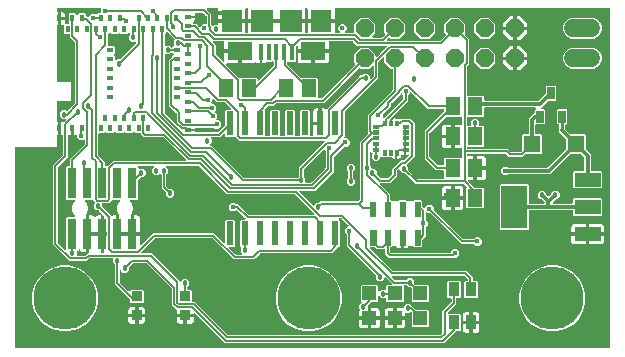
<source format=gtl>
G04 EAGLE Gerber RS-274X export*
G75*
%MOMM*%
%FSLAX34Y34*%
%LPD*%
%INTop Copper*%
%IPPOS*%
%AMOC8*
5,1,8,0,0,1.08239X$1,22.5*%
G01*
%ADD10C,1.524000*%
%ADD11R,1.200000X1.200000*%
%ADD12R,0.400000X1.350000*%
%ADD13R,2.100000X1.600000*%
%ADD14R,1.800000X1.900000*%
%ADD15R,1.900000X1.900000*%
%ADD16C,0.079500*%
%ADD17C,0.084800*%
%ADD18R,0.601900X2.052400*%
%ADD19R,0.400000X0.600000*%
%ADD20R,0.600000X0.400000*%
%ADD21R,1.300000X1.500000*%
%ADD22R,0.760000X2.600000*%
%ADD23R,0.900000X0.900000*%
%ADD24P,1.649562X8X22.500000*%
%ADD25R,0.900000X1.200000*%
%ADD26C,5.334000*%
%ADD27C,0.087500*%
%ADD28R,1.400000X1.400000*%
%ADD29R,0.635000X1.016000*%
%ADD30R,2.235200X1.219200*%
%ADD31R,2.200000X3.600000*%
%ADD32C,0.152400*%
%ADD33C,0.457200*%
%ADD34C,0.452400*%
%ADD35C,0.975000*%
%ADD36C,0.304800*%
%ADD37C,1.350000*%
%ADD38C,0.127000*%
%ADD39C,0.254000*%

G36*
X505226Y2036D02*
X505226Y2036D01*
X505245Y2034D01*
X505347Y2056D01*
X505449Y2072D01*
X505466Y2082D01*
X505486Y2086D01*
X505575Y2139D01*
X505666Y2188D01*
X505680Y2202D01*
X505697Y2212D01*
X505764Y2291D01*
X505836Y2366D01*
X505844Y2384D01*
X505857Y2399D01*
X505896Y2495D01*
X505939Y2589D01*
X505941Y2609D01*
X505949Y2627D01*
X505967Y2794D01*
X505967Y289306D01*
X505964Y289326D01*
X505966Y289345D01*
X505944Y289447D01*
X505928Y289549D01*
X505918Y289566D01*
X505914Y289586D01*
X505861Y289675D01*
X505812Y289766D01*
X505798Y289780D01*
X505788Y289797D01*
X505709Y289864D01*
X505634Y289936D01*
X505616Y289944D01*
X505601Y289957D01*
X505505Y289996D01*
X505411Y290039D01*
X505391Y290041D01*
X505373Y290049D01*
X505206Y290067D01*
X273822Y290067D01*
X273802Y290064D01*
X273783Y290066D01*
X273681Y290044D01*
X273579Y290028D01*
X273562Y290018D01*
X273542Y290014D01*
X273453Y289961D01*
X273362Y289912D01*
X273348Y289898D01*
X273331Y289888D01*
X273264Y289809D01*
X273192Y289734D01*
X273184Y289716D01*
X273171Y289701D01*
X273132Y289605D01*
X273089Y289511D01*
X273087Y289491D01*
X273079Y289473D01*
X273061Y289306D01*
X273061Y281003D01*
X262282Y281003D01*
X262262Y281000D01*
X262243Y281002D01*
X262141Y280980D01*
X262039Y280963D01*
X262022Y280954D01*
X262002Y280950D01*
X261913Y280897D01*
X261822Y280848D01*
X261808Y280834D01*
X261791Y280824D01*
X261724Y280745D01*
X261653Y280670D01*
X261644Y280652D01*
X261631Y280637D01*
X261592Y280541D01*
X261549Y280447D01*
X261547Y280427D01*
X261539Y280409D01*
X261521Y280242D01*
X261521Y278718D01*
X261524Y278698D01*
X261522Y278679D01*
X261544Y278577D01*
X261561Y278475D01*
X261570Y278458D01*
X261574Y278438D01*
X261627Y278349D01*
X261676Y278258D01*
X261690Y278244D01*
X261700Y278227D01*
X261779Y278160D01*
X261854Y278089D01*
X261872Y278080D01*
X261887Y278067D01*
X261983Y278028D01*
X262077Y277985D01*
X262097Y277983D01*
X262115Y277975D01*
X262282Y277957D01*
X273061Y277957D01*
X273061Y270002D01*
X273064Y269982D01*
X273062Y269963D01*
X273084Y269861D01*
X273100Y269759D01*
X273110Y269742D01*
X273114Y269722D01*
X273167Y269633D01*
X273216Y269542D01*
X273230Y269528D01*
X273240Y269511D01*
X273319Y269444D01*
X273394Y269372D01*
X273412Y269364D01*
X273427Y269351D01*
X273523Y269312D01*
X273617Y269269D01*
X273637Y269267D01*
X273655Y269259D01*
X273822Y269241D01*
X276375Y269241D01*
X276446Y269252D01*
X276518Y269254D01*
X276567Y269272D01*
X276618Y269280D01*
X276682Y269314D01*
X276749Y269339D01*
X276790Y269371D01*
X276836Y269396D01*
X276885Y269448D01*
X276941Y269492D01*
X276969Y269536D01*
X277005Y269574D01*
X277035Y269639D01*
X277074Y269699D01*
X277087Y269750D01*
X277109Y269797D01*
X277116Y269868D01*
X277134Y269938D01*
X277130Y269990D01*
X277136Y270041D01*
X277120Y270112D01*
X277115Y270183D01*
X277094Y270231D01*
X277083Y270282D01*
X277047Y270343D01*
X277019Y270409D01*
X276974Y270465D01*
X276957Y270493D01*
X276939Y270508D01*
X276914Y270540D01*
X275867Y271587D01*
X275867Y274513D01*
X277937Y276583D01*
X280863Y276583D01*
X282933Y274513D01*
X282933Y271587D01*
X281886Y270540D01*
X281844Y270482D01*
X281795Y270430D01*
X281773Y270383D01*
X281743Y270341D01*
X281722Y270272D01*
X281691Y270207D01*
X281686Y270155D01*
X281670Y270105D01*
X281672Y270034D01*
X281664Y269963D01*
X281675Y269912D01*
X281677Y269860D01*
X281701Y269792D01*
X281717Y269722D01*
X281743Y269677D01*
X281761Y269629D01*
X281806Y269573D01*
X281843Y269511D01*
X281882Y269477D01*
X281915Y269437D01*
X281975Y269398D01*
X282030Y269351D01*
X282078Y269332D01*
X282122Y269304D01*
X282191Y269286D01*
X282258Y269259D01*
X282329Y269251D01*
X282360Y269243D01*
X282384Y269245D01*
X282425Y269241D01*
X288798Y269241D01*
X288818Y269244D01*
X288837Y269242D01*
X288939Y269264D01*
X289041Y269280D01*
X289058Y269290D01*
X289078Y269294D01*
X289167Y269347D01*
X289258Y269396D01*
X289272Y269410D01*
X289289Y269420D01*
X289356Y269499D01*
X289428Y269574D01*
X289436Y269592D01*
X289449Y269607D01*
X289488Y269703D01*
X289531Y269797D01*
X289533Y269817D01*
X289541Y269835D01*
X289559Y270002D01*
X289559Y276733D01*
X294767Y281941D01*
X302133Y281941D01*
X307341Y276733D01*
X307341Y269367D01*
X304577Y266603D01*
X304535Y266545D01*
X304485Y266493D01*
X304463Y266446D01*
X304433Y266404D01*
X304412Y266335D01*
X304382Y266270D01*
X304376Y266218D01*
X304361Y266168D01*
X304363Y266097D01*
X304355Y266026D01*
X304366Y265975D01*
X304367Y265923D01*
X304392Y265855D01*
X304407Y265785D01*
X304434Y265740D01*
X304452Y265692D01*
X304496Y265636D01*
X304533Y265574D01*
X304573Y265540D01*
X304605Y265500D01*
X304666Y265461D01*
X304720Y265414D01*
X304768Y265395D01*
X304812Y265367D01*
X304882Y265349D01*
X304948Y265322D01*
X305020Y265314D01*
X305051Y265306D01*
X305074Y265308D01*
X305115Y265304D01*
X312914Y265304D01*
X313004Y265318D01*
X313095Y265326D01*
X313124Y265338D01*
X313156Y265343D01*
X313237Y265386D01*
X313321Y265422D01*
X313353Y265448D01*
X313374Y265459D01*
X313396Y265482D01*
X313452Y265527D01*
X315588Y267662D01*
X315599Y267679D01*
X315615Y267691D01*
X315671Y267778D01*
X315731Y267862D01*
X315737Y267881D01*
X315748Y267898D01*
X315773Y267998D01*
X315804Y268097D01*
X315803Y268117D01*
X315808Y268136D01*
X315800Y268239D01*
X315797Y268343D01*
X315790Y268362D01*
X315789Y268382D01*
X315748Y268477D01*
X315713Y268574D01*
X315700Y268590D01*
X315692Y268608D01*
X315588Y268739D01*
X314959Y269367D01*
X314959Y276733D01*
X320167Y281941D01*
X327533Y281941D01*
X332741Y276733D01*
X332741Y269367D01*
X327533Y264159D01*
X320167Y264159D01*
X319539Y264788D01*
X319523Y264799D01*
X319510Y264815D01*
X319423Y264871D01*
X319339Y264931D01*
X319320Y264937D01*
X319303Y264948D01*
X319203Y264973D01*
X319104Y265004D01*
X319084Y265003D01*
X319065Y265008D01*
X318962Y265000D01*
X318858Y264997D01*
X318839Y264990D01*
X318820Y264989D01*
X318725Y264948D01*
X318627Y264913D01*
X318612Y264900D01*
X318593Y264892D01*
X318462Y264788D01*
X317484Y263809D01*
X317442Y263751D01*
X317393Y263699D01*
X317371Y263652D01*
X317340Y263610D01*
X317319Y263541D01*
X317289Y263476D01*
X317283Y263424D01*
X317268Y263374D01*
X317270Y263303D01*
X317262Y263232D01*
X317273Y263181D01*
X317274Y263129D01*
X317299Y263061D01*
X317314Y262991D01*
X317341Y262947D01*
X317359Y262898D01*
X317404Y262842D01*
X317440Y262780D01*
X317480Y262746D01*
X317513Y262706D01*
X317573Y262667D01*
X317627Y262620D01*
X317676Y262601D01*
X317720Y262573D01*
X317789Y262555D01*
X317856Y262528D01*
X317927Y262520D01*
X317958Y262512D01*
X317981Y262514D01*
X318022Y262510D01*
X361555Y262510D01*
X361645Y262524D01*
X361736Y262532D01*
X361765Y262544D01*
X361797Y262549D01*
X361878Y262592D01*
X361962Y262628D01*
X361994Y262654D01*
X362015Y262665D01*
X362037Y262688D01*
X362093Y262733D01*
X366705Y267345D01*
X366717Y267361D01*
X366732Y267374D01*
X366788Y267461D01*
X366849Y267545D01*
X366855Y267564D01*
X366865Y267580D01*
X366891Y267681D01*
X366921Y267780D01*
X366921Y267800D01*
X366925Y267819D01*
X366917Y267922D01*
X366915Y268026D01*
X366908Y268044D01*
X366906Y268064D01*
X366866Y268159D01*
X366830Y268257D01*
X366818Y268272D01*
X366810Y268291D01*
X366705Y268421D01*
X365759Y269367D01*
X365759Y276733D01*
X370967Y281941D01*
X378333Y281941D01*
X383541Y276733D01*
X383541Y269367D01*
X382912Y268739D01*
X382901Y268723D01*
X382885Y268710D01*
X382829Y268623D01*
X382769Y268539D01*
X382763Y268520D01*
X382752Y268503D01*
X382727Y268403D01*
X382696Y268304D01*
X382697Y268284D01*
X382692Y268265D01*
X382700Y268162D01*
X382703Y268058D01*
X382710Y268039D01*
X382711Y268020D01*
X382752Y267925D01*
X382787Y267827D01*
X382800Y267812D01*
X382808Y267793D01*
X382912Y267662D01*
X386716Y263859D01*
X386716Y242871D01*
X385161Y241316D01*
X385108Y241242D01*
X385048Y241173D01*
X385036Y241142D01*
X385017Y241116D01*
X384990Y241029D01*
X384956Y240944D01*
X384952Y240903D01*
X384945Y240881D01*
X384946Y240849D01*
X384938Y240778D01*
X384938Y216542D01*
X384941Y216522D01*
X384939Y216503D01*
X384961Y216401D01*
X384977Y216299D01*
X384987Y216282D01*
X384991Y216262D01*
X385044Y216173D01*
X385093Y216082D01*
X385107Y216068D01*
X385117Y216051D01*
X385196Y215984D01*
X385271Y215912D01*
X385289Y215904D01*
X385304Y215891D01*
X385400Y215852D01*
X385494Y215809D01*
X385514Y215807D01*
X385532Y215799D01*
X385699Y215781D01*
X398796Y215781D01*
X399541Y215036D01*
X399541Y212471D01*
X399544Y212451D01*
X399542Y212432D01*
X399564Y212330D01*
X399580Y212228D01*
X399590Y212211D01*
X399594Y212191D01*
X399647Y212102D01*
X399696Y212011D01*
X399710Y211997D01*
X399720Y211980D01*
X399799Y211913D01*
X399874Y211841D01*
X399892Y211833D01*
X399907Y211820D01*
X400003Y211781D01*
X400097Y211738D01*
X400117Y211736D01*
X400135Y211728D01*
X400302Y211710D01*
X445092Y211710D01*
X445182Y211724D01*
X445273Y211732D01*
X445303Y211744D01*
X445335Y211749D01*
X445415Y211792D01*
X445499Y211828D01*
X445531Y211854D01*
X445552Y211865D01*
X445574Y211888D01*
X445630Y211933D01*
X451261Y217564D01*
X451314Y217638D01*
X451374Y217707D01*
X451386Y217737D01*
X451405Y217763D01*
X451432Y217850D01*
X451466Y217935D01*
X451470Y217976D01*
X451477Y217998D01*
X451476Y218031D01*
X451484Y218102D01*
X451484Y223886D01*
X452229Y224631D01*
X459631Y224631D01*
X460376Y223886D01*
X460376Y212674D01*
X459631Y211929D01*
X453847Y211929D01*
X453757Y211915D01*
X453666Y211907D01*
X453636Y211895D01*
X453604Y211890D01*
X453523Y211847D01*
X453440Y211811D01*
X453407Y211785D01*
X453387Y211774D01*
X453365Y211751D01*
X453309Y211706D01*
X447533Y205930D01*
X447491Y205872D01*
X447441Y205820D01*
X447419Y205773D01*
X447389Y205731D01*
X447368Y205662D01*
X447338Y205597D01*
X447332Y205545D01*
X447317Y205495D01*
X447319Y205424D01*
X447311Y205353D01*
X447322Y205302D01*
X447323Y205250D01*
X447348Y205182D01*
X447363Y205112D01*
X447390Y205068D01*
X447408Y205019D01*
X447452Y204963D01*
X447489Y204901D01*
X447529Y204867D01*
X447561Y204827D01*
X447622Y204788D01*
X447676Y204741D01*
X447724Y204722D01*
X447768Y204694D01*
X447838Y204676D01*
X447904Y204649D01*
X447976Y204641D01*
X448007Y204633D01*
X448030Y204635D01*
X448071Y204631D01*
X450131Y204631D01*
X450876Y203886D01*
X450876Y192674D01*
X450131Y191929D01*
X443526Y191929D01*
X443506Y191926D01*
X443487Y191928D01*
X443385Y191906D01*
X443283Y191890D01*
X443266Y191880D01*
X443246Y191876D01*
X443157Y191823D01*
X443066Y191774D01*
X443052Y191760D01*
X443035Y191750D01*
X442968Y191671D01*
X442896Y191596D01*
X442888Y191578D01*
X442875Y191563D01*
X442836Y191467D01*
X442793Y191373D01*
X442791Y191353D01*
X442783Y191335D01*
X442765Y191168D01*
X442765Y184292D01*
X442768Y184272D01*
X442766Y184253D01*
X442788Y184151D01*
X442804Y184049D01*
X442814Y184032D01*
X442818Y184012D01*
X442871Y183923D01*
X442920Y183832D01*
X442934Y183818D01*
X442944Y183801D01*
X443023Y183734D01*
X443098Y183662D01*
X443116Y183654D01*
X443131Y183641D01*
X443227Y183602D01*
X443321Y183559D01*
X443341Y183557D01*
X443359Y183549D01*
X443526Y183531D01*
X447496Y183531D01*
X448241Y182786D01*
X448241Y167734D01*
X447496Y166989D01*
X434889Y166989D01*
X434799Y166975D01*
X434708Y166967D01*
X434679Y166955D01*
X434647Y166950D01*
X434566Y166907D01*
X434482Y166871D01*
X434450Y166845D01*
X434429Y166834D01*
X434407Y166811D01*
X434351Y166766D01*
X433287Y165702D01*
X431873Y164288D01*
X420161Y164288D01*
X418748Y165702D01*
X417795Y166654D01*
X417721Y166707D01*
X417652Y166767D01*
X417622Y166779D01*
X417596Y166798D01*
X417509Y166825D01*
X417424Y166859D01*
X417383Y166863D01*
X417361Y166870D01*
X417328Y166869D01*
X417257Y166877D01*
X385699Y166877D01*
X385679Y166874D01*
X385660Y166876D01*
X385558Y166854D01*
X385456Y166838D01*
X385439Y166828D01*
X385419Y166824D01*
X385330Y166771D01*
X385239Y166722D01*
X385225Y166708D01*
X385208Y166698D01*
X385141Y166619D01*
X385069Y166544D01*
X385061Y166526D01*
X385048Y166511D01*
X385009Y166415D01*
X384966Y166321D01*
X384964Y166301D01*
X384956Y166283D01*
X384938Y166116D01*
X384938Y165742D01*
X384941Y165722D01*
X384939Y165703D01*
X384961Y165601D01*
X384977Y165499D01*
X384987Y165482D01*
X384991Y165462D01*
X385044Y165373D01*
X385093Y165282D01*
X385107Y165268D01*
X385117Y165251D01*
X385196Y165184D01*
X385271Y165112D01*
X385289Y165104D01*
X385304Y165091D01*
X385400Y165052D01*
X385494Y165009D01*
X385514Y165007D01*
X385532Y164999D01*
X385699Y164981D01*
X390247Y164981D01*
X390247Y155702D01*
X390250Y155682D01*
X390248Y155663D01*
X390270Y155561D01*
X390287Y155459D01*
X390296Y155442D01*
X390300Y155422D01*
X390353Y155333D01*
X390402Y155242D01*
X390416Y155228D01*
X390426Y155211D01*
X390505Y155144D01*
X390580Y155073D01*
X390598Y155064D01*
X390613Y155051D01*
X390709Y155012D01*
X390803Y154969D01*
X390823Y154967D01*
X390841Y154959D01*
X391008Y154941D01*
X391771Y154941D01*
X391771Y154939D01*
X391008Y154939D01*
X390988Y154936D01*
X390969Y154938D01*
X390867Y154916D01*
X390765Y154899D01*
X390748Y154890D01*
X390728Y154886D01*
X390639Y154833D01*
X390548Y154784D01*
X390534Y154770D01*
X390517Y154760D01*
X390450Y154681D01*
X390379Y154606D01*
X390370Y154588D01*
X390357Y154573D01*
X390318Y154477D01*
X390275Y154383D01*
X390273Y154363D01*
X390265Y154345D01*
X390247Y154178D01*
X390247Y144899D01*
X386165Y144899D01*
X386094Y144888D01*
X386022Y144886D01*
X385973Y144868D01*
X385922Y144860D01*
X385859Y144826D01*
X385791Y144801D01*
X385751Y144769D01*
X385705Y144744D01*
X385655Y144693D01*
X385599Y144648D01*
X385571Y144604D01*
X385535Y144566D01*
X385505Y144501D01*
X385466Y144441D01*
X385454Y144390D01*
X385432Y144343D01*
X385424Y144272D01*
X385406Y144202D01*
X385410Y144150D01*
X385405Y144099D01*
X385420Y144028D01*
X385425Y143957D01*
X385446Y143909D01*
X385457Y143858D01*
X385494Y143797D01*
X385522Y143731D01*
X385566Y143675D01*
X385583Y143647D01*
X385601Y143632D01*
X385626Y143600D01*
X390693Y138534D01*
X390766Y138481D01*
X390836Y138421D01*
X390866Y138409D01*
X390892Y138390D01*
X390979Y138363D01*
X391064Y138329D01*
X391105Y138325D01*
X391127Y138318D01*
X391160Y138319D01*
X391231Y138311D01*
X398796Y138311D01*
X399541Y137566D01*
X399541Y121514D01*
X398796Y120769D01*
X384744Y120769D01*
X383999Y121514D01*
X383999Y137566D01*
X384417Y137984D01*
X384428Y138000D01*
X384444Y138012D01*
X384500Y138099D01*
X384560Y138183D01*
X384566Y138202D01*
X384577Y138219D01*
X384602Y138320D01*
X384632Y138418D01*
X384632Y138438D01*
X384637Y138458D01*
X384629Y138561D01*
X384626Y138664D01*
X384619Y138683D01*
X384618Y138703D01*
X384577Y138798D01*
X384542Y138895D01*
X384529Y138911D01*
X384521Y138929D01*
X384417Y139060D01*
X382286Y141191D01*
X382096Y141381D01*
X382021Y141435D01*
X381952Y141494D01*
X381922Y141506D01*
X381896Y141525D01*
X381809Y141552D01*
X381724Y141586D01*
X381683Y141590D01*
X381661Y141597D01*
X381629Y141596D01*
X381557Y141604D01*
X341296Y141604D01*
X332375Y150525D01*
X332301Y150578D01*
X332232Y150638D01*
X332201Y150650D01*
X332175Y150669D01*
X332088Y150696D01*
X332003Y150730D01*
X331962Y150734D01*
X331940Y150741D01*
X331908Y150740D01*
X331837Y150748D01*
X329997Y150748D01*
X327913Y152832D01*
X327913Y152979D01*
X327902Y153049D01*
X327900Y153121D01*
X327882Y153170D01*
X327874Y153221D01*
X327840Y153285D01*
X327815Y153352D01*
X327783Y153393D01*
X327758Y153439D01*
X327707Y153488D01*
X327662Y153544D01*
X327618Y153572D01*
X327580Y153608D01*
X327515Y153638D01*
X327455Y153677D01*
X327404Y153690D01*
X327357Y153712D01*
X327286Y153720D01*
X327216Y153737D01*
X327164Y153733D01*
X327113Y153739D01*
X327042Y153724D01*
X326971Y153718D01*
X326923Y153698D01*
X326872Y153687D01*
X326811Y153650D01*
X326745Y153622D01*
X326689Y153577D01*
X326661Y153561D01*
X326646Y153543D01*
X326614Y153517D01*
X325979Y152882D01*
X325925Y152808D01*
X325866Y152739D01*
X325854Y152708D01*
X325835Y152682D01*
X325808Y152595D01*
X325774Y152510D01*
X325770Y152469D01*
X325763Y152447D01*
X325764Y152415D01*
X325756Y152344D01*
X325756Y148298D01*
X319570Y142112D01*
X311789Y142112D01*
X311718Y142101D01*
X311646Y142099D01*
X311597Y142081D01*
X311546Y142073D01*
X311483Y142039D01*
X311415Y142014D01*
X311375Y141982D01*
X311329Y141957D01*
X311279Y141905D01*
X311223Y141861D01*
X311195Y141817D01*
X311159Y141779D01*
X311129Y141714D01*
X311090Y141654D01*
X311077Y141603D01*
X311056Y141556D01*
X311048Y141485D01*
X311030Y141415D01*
X311034Y141363D01*
X311028Y141312D01*
X311044Y141241D01*
X311049Y141170D01*
X311070Y141122D01*
X311081Y141071D01*
X311118Y141010D01*
X311146Y140944D01*
X311190Y140888D01*
X311207Y140860D01*
X311215Y140853D01*
X311216Y140851D01*
X311228Y140841D01*
X311250Y140813D01*
X319633Y132430D01*
X319633Y128532D01*
X319636Y128512D01*
X319634Y128493D01*
X319656Y128391D01*
X319672Y128289D01*
X319682Y128272D01*
X319686Y128252D01*
X319739Y128163D01*
X319788Y128072D01*
X319802Y128058D01*
X319812Y128041D01*
X319891Y127974D01*
X319966Y127902D01*
X319984Y127894D01*
X319999Y127881D01*
X320095Y127842D01*
X320189Y127799D01*
X320209Y127797D01*
X320227Y127789D01*
X320394Y127771D01*
X320528Y127771D01*
X321375Y126924D01*
X321449Y126871D01*
X321518Y126811D01*
X321549Y126799D01*
X321575Y126780D01*
X321662Y126753D01*
X321747Y126719D01*
X321788Y126715D01*
X321810Y126708D01*
X321842Y126709D01*
X321913Y126701D01*
X325787Y126701D01*
X325877Y126715D01*
X325968Y126723D01*
X325997Y126735D01*
X326029Y126740D01*
X326110Y126783D01*
X326194Y126819D01*
X326226Y126845D01*
X326247Y126856D01*
X326269Y126879D01*
X326325Y126924D01*
X327172Y127771D01*
X333028Y127771D01*
X333875Y126924D01*
X333949Y126871D01*
X334018Y126811D01*
X334049Y126799D01*
X334075Y126780D01*
X334162Y126753D01*
X334247Y126719D01*
X334288Y126715D01*
X334310Y126708D01*
X334342Y126709D01*
X334413Y126701D01*
X338287Y126701D01*
X338377Y126715D01*
X338468Y126723D01*
X338497Y126735D01*
X338529Y126740D01*
X338610Y126783D01*
X338694Y126819D01*
X338726Y126845D01*
X338747Y126856D01*
X338769Y126879D01*
X338825Y126924D01*
X339672Y127771D01*
X345528Y127771D01*
X346521Y126778D01*
X346521Y122744D01*
X346524Y122724D01*
X346522Y122705D01*
X346544Y122603D01*
X346560Y122501D01*
X346570Y122484D01*
X346574Y122464D01*
X346627Y122375D01*
X346676Y122284D01*
X346690Y122270D01*
X346700Y122253D01*
X346779Y122186D01*
X346854Y122114D01*
X346872Y122106D01*
X346887Y122093D01*
X346983Y122054D01*
X347077Y122011D01*
X347097Y122009D01*
X347115Y122001D01*
X347248Y121986D01*
X348228Y121007D01*
X348286Y120965D01*
X348338Y120916D01*
X348357Y120907D01*
X348367Y120898D01*
X348394Y120887D01*
X348427Y120863D01*
X348496Y120842D01*
X348561Y120812D01*
X348588Y120809D01*
X348596Y120806D01*
X348624Y120803D01*
X348663Y120791D01*
X348719Y120793D01*
X348762Y120788D01*
X348766Y120788D01*
X348772Y120789D01*
X348805Y120785D01*
X348856Y120796D01*
X348908Y120797D01*
X348976Y120822D01*
X349009Y120827D01*
X349014Y120830D01*
X349046Y120837D01*
X349091Y120864D01*
X349139Y120882D01*
X349194Y120925D01*
X349226Y120943D01*
X349232Y120948D01*
X349257Y120963D01*
X349291Y121003D01*
X349331Y121036D01*
X349367Y121091D01*
X349396Y121121D01*
X349400Y121131D01*
X349417Y121150D01*
X349436Y121199D01*
X349464Y121243D01*
X349479Y121301D01*
X349499Y121344D01*
X349501Y121359D01*
X349509Y121379D01*
X349517Y121450D01*
X349525Y121481D01*
X349523Y121504D01*
X349527Y121545D01*
X349527Y121859D01*
X351597Y123929D01*
X354523Y123929D01*
X356593Y121859D01*
X356593Y120053D01*
X356607Y119963D01*
X356615Y119872D01*
X356627Y119843D01*
X356632Y119811D01*
X356675Y119730D01*
X356711Y119646D01*
X356737Y119614D01*
X356748Y119593D01*
X356771Y119571D01*
X356798Y119537D01*
X356799Y119536D01*
X356800Y119535D01*
X356816Y119515D01*
X381365Y94966D01*
X381439Y94913D01*
X381508Y94853D01*
X381539Y94841D01*
X381565Y94822D01*
X381652Y94795D01*
X381737Y94761D01*
X381778Y94757D01*
X381800Y94750D01*
X381832Y94751D01*
X381903Y94743D01*
X390421Y94743D01*
X390511Y94757D01*
X390602Y94765D01*
X390632Y94777D01*
X390664Y94782D01*
X390745Y94825D01*
X390829Y94861D01*
X390861Y94887D01*
X390881Y94898D01*
X390904Y94921D01*
X390960Y94966D01*
X392237Y96243D01*
X395163Y96243D01*
X397233Y94173D01*
X397233Y91247D01*
X395163Y89177D01*
X392237Y89177D01*
X390960Y90454D01*
X390886Y90507D01*
X390816Y90567D01*
X390786Y90579D01*
X390760Y90598D01*
X390673Y90625D01*
X390588Y90659D01*
X390547Y90663D01*
X390525Y90670D01*
X390493Y90669D01*
X390421Y90677D01*
X379904Y90677D01*
X353941Y116640D01*
X353867Y116693D01*
X353798Y116753D01*
X353767Y116765D01*
X353741Y116784D01*
X353654Y116811D01*
X353569Y116845D01*
X353528Y116849D01*
X353506Y116856D01*
X353474Y116855D01*
X353403Y116863D01*
X351597Y116863D01*
X351312Y117148D01*
X351254Y117190D01*
X351202Y117239D01*
X351155Y117261D01*
X351113Y117291D01*
X351044Y117312D01*
X350979Y117343D01*
X350927Y117348D01*
X350877Y117364D01*
X350806Y117362D01*
X350735Y117370D01*
X350684Y117359D01*
X350632Y117357D01*
X350564Y117333D01*
X350494Y117317D01*
X350449Y117291D01*
X350401Y117273D01*
X350345Y117228D01*
X350283Y117191D01*
X350249Y117152D01*
X350209Y117119D01*
X350170Y117059D01*
X350123Y117004D01*
X350104Y116956D01*
X350076Y116912D01*
X350058Y116843D01*
X350031Y116776D01*
X350023Y116705D01*
X350015Y116674D01*
X350017Y116650D01*
X350013Y116609D01*
X350013Y111229D01*
X350027Y111139D01*
X350035Y111048D01*
X350047Y111018D01*
X350052Y110986D01*
X350095Y110905D01*
X350131Y110821D01*
X350157Y110789D01*
X350168Y110769D01*
X350191Y110746D01*
X350236Y110690D01*
X351513Y109413D01*
X351513Y106487D01*
X350236Y105210D01*
X350183Y105136D01*
X350123Y105066D01*
X350111Y105036D01*
X350092Y105010D01*
X350065Y104923D01*
X350031Y104838D01*
X350027Y104797D01*
X350020Y104775D01*
X350021Y104743D01*
X350013Y104671D01*
X350013Y96888D01*
X346969Y93844D01*
X346913Y93811D01*
X346822Y93762D01*
X346808Y93748D01*
X346791Y93738D01*
X346724Y93659D01*
X346652Y93584D01*
X346644Y93566D01*
X346631Y93551D01*
X346592Y93455D01*
X346549Y93361D01*
X346547Y93341D01*
X346539Y93323D01*
X346521Y93156D01*
X346521Y89122D01*
X345528Y88129D01*
X339672Y88129D01*
X338828Y88974D01*
X338754Y89027D01*
X338684Y89086D01*
X338654Y89098D01*
X338628Y89117D01*
X338541Y89144D01*
X338456Y89178D01*
X338415Y89183D01*
X338393Y89189D01*
X338361Y89189D01*
X338289Y89197D01*
X335811Y89197D01*
X335768Y89189D01*
X335724Y89192D01*
X335647Y89170D01*
X335569Y89157D01*
X335530Y89136D01*
X335488Y89124D01*
X335422Y89079D01*
X335351Y89042D01*
X335321Y89010D01*
X335285Y88985D01*
X335237Y88921D01*
X335182Y88863D01*
X335163Y88824D01*
X335137Y88789D01*
X335107Y88711D01*
X334698Y88004D01*
X334146Y87452D01*
X333470Y87061D01*
X332716Y86859D01*
X331424Y86859D01*
X331424Y95387D01*
X331421Y95406D01*
X331423Y95426D01*
X331401Y95528D01*
X331385Y95630D01*
X331375Y95647D01*
X331371Y95667D01*
X331318Y95756D01*
X331269Y95847D01*
X331255Y95861D01*
X331245Y95878D01*
X331166Y95945D01*
X331091Y96016D01*
X331073Y96025D01*
X331058Y96038D01*
X330962Y96076D01*
X330868Y96120D01*
X330848Y96122D01*
X330830Y96130D01*
X330663Y96148D01*
X329537Y96148D01*
X329517Y96145D01*
X329497Y96147D01*
X329396Y96125D01*
X329294Y96108D01*
X329277Y96099D01*
X329257Y96095D01*
X329168Y96042D01*
X329077Y95993D01*
X329063Y95979D01*
X329046Y95969D01*
X328979Y95890D01*
X328907Y95815D01*
X328899Y95797D01*
X328886Y95782D01*
X328847Y95685D01*
X328804Y95592D01*
X328802Y95572D01*
X328794Y95554D01*
X328776Y95387D01*
X328776Y86859D01*
X327484Y86859D01*
X326730Y87061D01*
X326054Y87452D01*
X325502Y88004D01*
X325101Y88697D01*
X325101Y88700D01*
X325063Y88763D01*
X325061Y88766D01*
X325061Y88767D01*
X325060Y88769D01*
X325027Y88842D01*
X324997Y88874D01*
X324974Y88912D01*
X324914Y88963D01*
X324860Y89022D01*
X324821Y89043D01*
X324787Y89071D01*
X324713Y89101D01*
X324643Y89139D01*
X324600Y89147D01*
X324559Y89163D01*
X324415Y89179D01*
X324401Y89182D01*
X324398Y89181D01*
X324393Y89182D01*
X321896Y89182D01*
X321806Y89167D01*
X321715Y89160D01*
X321685Y89147D01*
X321653Y89142D01*
X321572Y89099D01*
X321489Y89064D01*
X321456Y89038D01*
X321436Y89027D01*
X321414Y89004D01*
X321358Y88959D01*
X320528Y88129D01*
X320324Y88129D01*
X320304Y88126D01*
X320284Y88128D01*
X320183Y88106D01*
X320081Y88090D01*
X320064Y88080D01*
X320044Y88076D01*
X319955Y88023D01*
X319864Y87974D01*
X319850Y87960D01*
X319833Y87950D01*
X319766Y87871D01*
X319694Y87796D01*
X319686Y87778D01*
X319673Y87763D01*
X319634Y87667D01*
X319591Y87573D01*
X319589Y87553D01*
X319581Y87535D01*
X319563Y87368D01*
X319563Y84100D01*
X319577Y84010D01*
X319585Y83919D01*
X319597Y83890D01*
X319602Y83858D01*
X319645Y83777D01*
X319681Y83693D01*
X319707Y83661D01*
X319718Y83640D01*
X319741Y83618D01*
X319786Y83562D01*
X320193Y83155D01*
X320267Y83102D01*
X320336Y83042D01*
X320367Y83030D01*
X320393Y83011D01*
X320480Y82984D01*
X320565Y82950D01*
X320605Y82946D01*
X320628Y82939D01*
X320660Y82940D01*
X320731Y82932D01*
X370356Y82932D01*
X370376Y82935D01*
X370395Y82933D01*
X370497Y82955D01*
X370599Y82971D01*
X370616Y82981D01*
X370636Y82985D01*
X370725Y83038D01*
X370816Y83087D01*
X370830Y83101D01*
X370847Y83111D01*
X370914Y83190D01*
X370986Y83265D01*
X370994Y83283D01*
X371007Y83298D01*
X371046Y83394D01*
X371089Y83488D01*
X371091Y83508D01*
X371099Y83526D01*
X371117Y83693D01*
X371117Y84013D01*
X373187Y86083D01*
X376113Y86083D01*
X378183Y84013D01*
X378183Y81087D01*
X376113Y79017D01*
X374307Y79017D01*
X374217Y79003D01*
X374126Y78995D01*
X374097Y78983D01*
X374065Y78978D01*
X373984Y78935D01*
X373900Y78899D01*
X373868Y78873D01*
X373854Y78866D01*
X318732Y78866D01*
X317318Y80280D01*
X315497Y82101D01*
X315497Y85471D01*
X315494Y85491D01*
X315496Y85510D01*
X315474Y85612D01*
X315457Y85714D01*
X315448Y85731D01*
X315444Y85751D01*
X315391Y85840D01*
X315342Y85931D01*
X315328Y85945D01*
X315318Y85962D01*
X315239Y86029D01*
X315164Y86101D01*
X315146Y86109D01*
X315131Y86122D01*
X315035Y86161D01*
X314941Y86204D01*
X314921Y86206D01*
X314903Y86214D01*
X314736Y86232D01*
X308403Y86232D01*
X306729Y87906D01*
X306655Y87959D01*
X306586Y88019D01*
X306555Y88031D01*
X306529Y88050D01*
X306442Y88077D01*
X306357Y88111D01*
X306316Y88115D01*
X306294Y88122D01*
X306262Y88121D01*
X306191Y88129D01*
X303178Y88129D01*
X303107Y88118D01*
X303036Y88116D01*
X302987Y88098D01*
X302935Y88090D01*
X302872Y88056D01*
X302805Y88031D01*
X302764Y87999D01*
X302718Y87974D01*
X302669Y87922D01*
X302613Y87878D01*
X302584Y87834D01*
X302549Y87796D01*
X302518Y87731D01*
X302480Y87671D01*
X302467Y87620D01*
X302445Y87573D01*
X302437Y87502D01*
X302419Y87432D01*
X302424Y87380D01*
X302418Y87329D01*
X302433Y87258D01*
X302439Y87187D01*
X302459Y87139D01*
X302470Y87088D01*
X302507Y87027D01*
X302535Y86961D01*
X302580Y86905D01*
X302596Y86877D01*
X302614Y86862D01*
X302640Y86830D01*
X321555Y67915D01*
X321629Y67862D01*
X321698Y67802D01*
X321728Y67790D01*
X321755Y67771D01*
X321841Y67744D01*
X321926Y67710D01*
X321967Y67706D01*
X321990Y67699D01*
X322022Y67700D01*
X322093Y67692D01*
X384255Y67692D01*
X389764Y62183D01*
X389764Y60132D01*
X389767Y60112D01*
X389765Y60093D01*
X389787Y59991D01*
X389803Y59889D01*
X389813Y59872D01*
X389817Y59852D01*
X389870Y59763D01*
X389919Y59672D01*
X389933Y59658D01*
X389943Y59641D01*
X390022Y59574D01*
X390097Y59502D01*
X390115Y59494D01*
X390130Y59481D01*
X390226Y59442D01*
X390320Y59399D01*
X390340Y59397D01*
X390358Y59389D01*
X390525Y59371D01*
X393276Y59371D01*
X394021Y58626D01*
X394021Y45574D01*
X393276Y44829D01*
X383224Y44829D01*
X382479Y45574D01*
X382479Y58626D01*
X383224Y59371D01*
X384937Y59371D01*
X384957Y59374D01*
X384976Y59372D01*
X385078Y59394D01*
X385180Y59410D01*
X385197Y59420D01*
X385217Y59424D01*
X385306Y59477D01*
X385397Y59526D01*
X385411Y59540D01*
X385428Y59550D01*
X385495Y59629D01*
X385567Y59704D01*
X385575Y59722D01*
X385588Y59737D01*
X385627Y59833D01*
X385670Y59927D01*
X385672Y59947D01*
X385680Y59965D01*
X385698Y60132D01*
X385698Y60184D01*
X385684Y60274D01*
X385676Y60365D01*
X385664Y60394D01*
X385659Y60426D01*
X385616Y60507D01*
X385580Y60591D01*
X385554Y60623D01*
X385543Y60644D01*
X385520Y60666D01*
X385475Y60722D01*
X382794Y63403D01*
X382720Y63456D01*
X382651Y63516D01*
X382620Y63528D01*
X382594Y63547D01*
X382507Y63574D01*
X382422Y63608D01*
X382381Y63612D01*
X382359Y63619D01*
X382327Y63618D01*
X382256Y63626D01*
X322086Y63626D01*
X322016Y63615D01*
X321944Y63613D01*
X321895Y63595D01*
X321844Y63587D01*
X321780Y63553D01*
X321713Y63528D01*
X321672Y63496D01*
X321626Y63471D01*
X321577Y63419D01*
X321521Y63375D01*
X321493Y63331D01*
X321457Y63293D01*
X321427Y63228D01*
X321388Y63168D01*
X321375Y63117D01*
X321353Y63070D01*
X321345Y62999D01*
X321328Y62929D01*
X321332Y62877D01*
X321326Y62826D01*
X321341Y62755D01*
X321347Y62684D01*
X321367Y62636D01*
X321378Y62585D01*
X321415Y62524D01*
X321443Y62458D01*
X321488Y62402D01*
X321504Y62374D01*
X321522Y62359D01*
X321548Y62327D01*
X323834Y60041D01*
X323908Y59988D01*
X323977Y59928D01*
X324008Y59916D01*
X324034Y59897D01*
X324121Y59870D01*
X324206Y59836D01*
X324247Y59832D01*
X324269Y59825D01*
X324301Y59826D01*
X324372Y59818D01*
X333237Y59818D01*
X333328Y59832D01*
X333418Y59840D01*
X333448Y59852D01*
X333480Y59857D01*
X333561Y59900D01*
X333645Y59936D01*
X333677Y59962D01*
X333698Y59973D01*
X333720Y59996D01*
X333776Y60041D01*
X335077Y61342D01*
X338023Y61342D01*
X340107Y59258D01*
X340107Y57418D01*
X340121Y57328D01*
X340129Y57237D01*
X340141Y57208D01*
X340146Y57176D01*
X340189Y57095D01*
X340225Y57011D01*
X340251Y56979D01*
X340262Y56958D01*
X340285Y56936D01*
X340330Y56880D01*
X341116Y56094D01*
X341190Y56041D01*
X341259Y55981D01*
X341290Y55969D01*
X341316Y55950D01*
X341403Y55923D01*
X341488Y55889D01*
X341529Y55885D01*
X341551Y55878D01*
X341583Y55879D01*
X341654Y55871D01*
X351966Y55871D01*
X352711Y55126D01*
X352711Y42074D01*
X351966Y41329D01*
X338914Y41329D01*
X338169Y42074D01*
X338169Y52976D01*
X338155Y53066D01*
X338147Y53157D01*
X338135Y53186D01*
X338130Y53218D01*
X338087Y53299D01*
X338051Y53383D01*
X338025Y53415D01*
X338014Y53436D01*
X337991Y53458D01*
X337946Y53514D01*
X337455Y54005D01*
X337381Y54058D01*
X337312Y54118D01*
X337281Y54130D01*
X337255Y54149D01*
X337168Y54176D01*
X337083Y54210D01*
X337042Y54214D01*
X337020Y54221D01*
X336988Y54220D01*
X336917Y54228D01*
X335077Y54228D01*
X333776Y55529D01*
X333702Y55582D01*
X333632Y55642D01*
X333602Y55654D01*
X333576Y55673D01*
X333489Y55700D01*
X333404Y55734D01*
X333363Y55738D01*
X333341Y55745D01*
X333309Y55744D01*
X333237Y55752D01*
X331882Y55752D01*
X331862Y55749D01*
X331843Y55751D01*
X331741Y55729D01*
X331639Y55713D01*
X331622Y55703D01*
X331602Y55699D01*
X331513Y55646D01*
X331422Y55597D01*
X331408Y55583D01*
X331391Y55573D01*
X331324Y55494D01*
X331252Y55419D01*
X331244Y55401D01*
X331231Y55386D01*
X331192Y55290D01*
X331149Y55196D01*
X331147Y55176D01*
X331139Y55158D01*
X331121Y54991D01*
X331121Y42074D01*
X330376Y41329D01*
X317324Y41329D01*
X316579Y42074D01*
X316579Y44281D01*
X316568Y44352D01*
X316566Y44424D01*
X316548Y44473D01*
X316540Y44524D01*
X316506Y44588D01*
X316481Y44655D01*
X316449Y44696D01*
X316424Y44742D01*
X316373Y44791D01*
X316328Y44847D01*
X316284Y44875D01*
X316246Y44911D01*
X316181Y44941D01*
X316121Y44980D01*
X316070Y44993D01*
X316023Y45015D01*
X315952Y45023D01*
X315882Y45040D01*
X315830Y45036D01*
X315779Y45042D01*
X315708Y45026D01*
X315637Y45021D01*
X315589Y45001D01*
X315538Y44989D01*
X315477Y44953D01*
X315411Y44925D01*
X315355Y44880D01*
X315327Y44863D01*
X315312Y44845D01*
X315280Y44820D01*
X315163Y44703D01*
X312217Y44703D01*
X310830Y46090D01*
X310772Y46132D01*
X310720Y46181D01*
X310673Y46203D01*
X310631Y46233D01*
X310562Y46254D01*
X310497Y46285D01*
X310445Y46290D01*
X310395Y46306D01*
X310324Y46304D01*
X310253Y46312D01*
X310202Y46301D01*
X310150Y46299D01*
X310082Y46275D01*
X310012Y46259D01*
X309967Y46233D01*
X309919Y46215D01*
X309863Y46170D01*
X309801Y46133D01*
X309767Y46094D01*
X309727Y46061D01*
X309688Y46001D01*
X309641Y45946D01*
X309622Y45898D01*
X309594Y45854D01*
X309576Y45785D01*
X309549Y45718D01*
X309541Y45647D01*
X309533Y45616D01*
X309535Y45592D01*
X309531Y45551D01*
X309531Y42074D01*
X308786Y41329D01*
X304234Y41329D01*
X304144Y41315D01*
X304053Y41307D01*
X304024Y41295D01*
X303992Y41290D01*
X303911Y41247D01*
X303827Y41211D01*
X303795Y41185D01*
X303774Y41174D01*
X303752Y41151D01*
X303696Y41106D01*
X300960Y38370D01*
X300907Y38296D01*
X300847Y38227D01*
X300835Y38196D01*
X300816Y38170D01*
X300789Y38083D01*
X300755Y37998D01*
X300751Y37957D01*
X300744Y37935D01*
X300745Y37903D01*
X300737Y37832D01*
X300737Y36902D01*
X300737Y29123D01*
X293719Y29123D01*
X293719Y33934D01*
X293892Y34581D01*
X294018Y34799D01*
X294034Y34840D01*
X294058Y34877D01*
X294077Y34954D01*
X294105Y35029D01*
X294107Y35073D01*
X294118Y35115D01*
X294111Y35195D01*
X294114Y35275D01*
X294102Y35317D01*
X294098Y35360D01*
X294067Y35434D01*
X294045Y35510D01*
X294019Y35546D01*
X294002Y35587D01*
X293911Y35701D01*
X293903Y35712D01*
X293901Y35714D01*
X293897Y35718D01*
X293623Y35992D01*
X293623Y38938D01*
X295336Y40651D01*
X295347Y40667D01*
X295363Y40679D01*
X295419Y40766D01*
X295479Y40850D01*
X295485Y40869D01*
X295496Y40886D01*
X295521Y40987D01*
X295552Y41085D01*
X295551Y41105D01*
X295556Y41125D01*
X295548Y41228D01*
X295545Y41331D01*
X295538Y41350D01*
X295537Y41370D01*
X295496Y41465D01*
X295461Y41562D01*
X295448Y41578D01*
X295441Y41596D01*
X295336Y41727D01*
X294989Y42074D01*
X294989Y55126D01*
X295734Y55871D01*
X308786Y55871D01*
X309531Y55126D01*
X309531Y50969D01*
X309542Y50898D01*
X309544Y50826D01*
X309562Y50777D01*
X309570Y50726D01*
X309604Y50662D01*
X309629Y50595D01*
X309661Y50554D01*
X309686Y50508D01*
X309738Y50459D01*
X309782Y50403D01*
X309826Y50375D01*
X309864Y50339D01*
X309929Y50309D01*
X309989Y50270D01*
X310040Y50257D01*
X310087Y50235D01*
X310158Y50227D01*
X310228Y50210D01*
X310280Y50214D01*
X310331Y50208D01*
X310402Y50224D01*
X310473Y50229D01*
X310521Y50249D01*
X310572Y50261D01*
X310633Y50297D01*
X310699Y50325D01*
X310755Y50370D01*
X310783Y50387D01*
X310798Y50405D01*
X310830Y50430D01*
X312217Y51817D01*
X315163Y51817D01*
X315280Y51700D01*
X315338Y51658D01*
X315390Y51609D01*
X315437Y51587D01*
X315479Y51557D01*
X315548Y51536D01*
X315613Y51505D01*
X315665Y51500D01*
X315715Y51484D01*
X315786Y51486D01*
X315857Y51478D01*
X315908Y51489D01*
X315960Y51491D01*
X316028Y51515D01*
X316098Y51531D01*
X316143Y51557D01*
X316191Y51575D01*
X316247Y51620D01*
X316309Y51657D01*
X316343Y51696D01*
X316383Y51729D01*
X316422Y51789D01*
X316469Y51844D01*
X316488Y51892D01*
X316516Y51936D01*
X316534Y52005D01*
X316561Y52072D01*
X316569Y52143D01*
X316577Y52174D01*
X316575Y52198D01*
X316579Y52239D01*
X316579Y55126D01*
X317324Y55871D01*
X320417Y55871D01*
X320487Y55882D01*
X320559Y55884D01*
X320608Y55902D01*
X320659Y55910D01*
X320723Y55944D01*
X320790Y55969D01*
X320831Y56001D01*
X320877Y56026D01*
X320926Y56077D01*
X320982Y56122D01*
X321010Y56166D01*
X321046Y56204D01*
X321076Y56269D01*
X321115Y56329D01*
X321128Y56380D01*
X321150Y56427D01*
X321158Y56498D01*
X321175Y56568D01*
X321171Y56620D01*
X321177Y56671D01*
X321162Y56742D01*
X321156Y56813D01*
X321136Y56861D01*
X321125Y56912D01*
X321088Y56973D01*
X321060Y57039D01*
X321015Y57095D01*
X320999Y57123D01*
X320981Y57138D01*
X320955Y57170D01*
X316006Y62119D01*
X315948Y62161D01*
X315896Y62210D01*
X315849Y62232D01*
X315807Y62263D01*
X315738Y62284D01*
X315673Y62314D01*
X315621Y62320D01*
X315571Y62335D01*
X315500Y62333D01*
X315429Y62341D01*
X315378Y62330D01*
X315326Y62329D01*
X315258Y62304D01*
X315188Y62289D01*
X315144Y62262D01*
X315095Y62244D01*
X315039Y62199D01*
X314977Y62163D01*
X314943Y62123D01*
X314903Y62090D01*
X314864Y62030D01*
X314817Y61976D01*
X314798Y61927D01*
X314770Y61883D01*
X314752Y61814D01*
X314725Y61747D01*
X314717Y61676D01*
X314709Y61645D01*
X314711Y61622D01*
X314707Y61581D01*
X314707Y61265D01*
X312623Y59181D01*
X309677Y59181D01*
X307593Y61265D01*
X307593Y63867D01*
X307579Y63957D01*
X307571Y64048D01*
X307559Y64077D01*
X307554Y64109D01*
X307511Y64190D01*
X307475Y64274D01*
X307449Y64306D01*
X307438Y64327D01*
X307415Y64349D01*
X307370Y64405D01*
X283211Y88564D01*
X283211Y98321D01*
X283197Y98411D01*
X283189Y98502D01*
X283177Y98532D01*
X283172Y98564D01*
X283129Y98645D01*
X283093Y98729D01*
X283067Y98761D01*
X283056Y98781D01*
X283033Y98804D01*
X282988Y98860D01*
X281711Y100137D01*
X281711Y103063D01*
X283781Y105133D01*
X283855Y105133D01*
X283925Y105144D01*
X283997Y105146D01*
X284046Y105164D01*
X284097Y105172D01*
X284161Y105206D01*
X284228Y105231D01*
X284269Y105263D01*
X284315Y105288D01*
X284364Y105340D01*
X284420Y105384D01*
X284448Y105428D01*
X284484Y105466D01*
X284514Y105531D01*
X284553Y105591D01*
X284566Y105642D01*
X284588Y105689D01*
X284596Y105760D01*
X284613Y105830D01*
X284609Y105882D01*
X284615Y105933D01*
X284600Y106004D01*
X284594Y106075D01*
X284574Y106123D01*
X284563Y106174D01*
X284526Y106235D01*
X284498Y106301D01*
X284453Y106357D01*
X284437Y106385D01*
X284419Y106400D01*
X284393Y106432D01*
X278781Y112044D01*
X278707Y112097D01*
X278638Y112157D01*
X278607Y112169D01*
X278581Y112188D01*
X278494Y112215D01*
X278409Y112249D01*
X278368Y112253D01*
X278346Y112260D01*
X278314Y112259D01*
X278243Y112267D01*
X277203Y112267D01*
X277132Y112256D01*
X277061Y112254D01*
X277012Y112236D01*
X276960Y112228D01*
X276897Y112194D01*
X276830Y112169D01*
X276789Y112137D01*
X276743Y112112D01*
X276694Y112060D01*
X276638Y112016D01*
X276609Y111972D01*
X276574Y111934D01*
X276543Y111869D01*
X276505Y111809D01*
X276492Y111758D01*
X276470Y111711D01*
X276462Y111640D01*
X276445Y111570D01*
X276449Y111518D01*
X276443Y111467D01*
X276458Y111396D01*
X276464Y111325D01*
X276484Y111277D01*
X276495Y111226D01*
X276532Y111165D01*
X276560Y111099D01*
X276605Y111043D01*
X276621Y111015D01*
X276639Y111000D01*
X276665Y110968D01*
X277330Y110302D01*
X277330Y88726D01*
X276586Y87981D01*
X275773Y87981D01*
X275682Y87967D01*
X275592Y87959D01*
X275562Y87947D01*
X275530Y87942D01*
X275449Y87899D01*
X275365Y87863D01*
X275333Y87837D01*
X275312Y87826D01*
X275290Y87803D01*
X275234Y87758D01*
X270123Y82647D01*
X210054Y82647D01*
X209964Y82633D01*
X209873Y82625D01*
X209843Y82613D01*
X209811Y82608D01*
X209731Y82565D01*
X209647Y82529D01*
X209614Y82503D01*
X209594Y82492D01*
X209572Y82469D01*
X209516Y82424D01*
X205974Y78883D01*
X204561Y77469D01*
X187175Y77469D01*
X169218Y95426D01*
X169144Y95479D01*
X169074Y95539D01*
X169044Y95551D01*
X169018Y95570D01*
X168931Y95597D01*
X168846Y95631D01*
X168805Y95635D01*
X168783Y95642D01*
X168751Y95641D01*
X168680Y95649D01*
X120963Y95649D01*
X120873Y95635D01*
X120782Y95627D01*
X120752Y95615D01*
X120720Y95610D01*
X120640Y95567D01*
X120556Y95531D01*
X120524Y95505D01*
X120503Y95494D01*
X120481Y95471D01*
X120425Y95426D01*
X108849Y83850D01*
X108807Y83792D01*
X108757Y83740D01*
X108736Y83693D01*
X108705Y83651D01*
X108684Y83582D01*
X108654Y83517D01*
X108648Y83465D01*
X108633Y83415D01*
X108635Y83344D01*
X108627Y83273D01*
X108638Y83222D01*
X108639Y83170D01*
X108664Y83102D01*
X108679Y83032D01*
X108706Y82987D01*
X108724Y82939D01*
X108768Y82883D01*
X108805Y82821D01*
X108845Y82787D01*
X108877Y82747D01*
X108938Y82708D01*
X108992Y82661D01*
X109040Y82642D01*
X109084Y82614D01*
X109154Y82596D01*
X109220Y82569D01*
X109292Y82561D01*
X109323Y82553D01*
X109346Y82555D01*
X109387Y82551D01*
X118164Y82551D01*
X141754Y58960D01*
X141770Y58949D01*
X141783Y58933D01*
X141870Y58877D01*
X141954Y58817D01*
X141973Y58811D01*
X141989Y58800D01*
X142090Y58775D01*
X142189Y58745D01*
X142209Y58745D01*
X142228Y58740D01*
X142331Y58748D01*
X142435Y58751D01*
X142453Y58758D01*
X142473Y58759D01*
X142568Y58800D01*
X142666Y58835D01*
X142681Y58848D01*
X142699Y58856D01*
X142830Y58960D01*
X144577Y60707D01*
X147523Y60707D01*
X149607Y58623D01*
X149607Y55677D01*
X148179Y54249D01*
X148126Y54175D01*
X148066Y54105D01*
X148054Y54075D01*
X148035Y54049D01*
X148008Y53962D01*
X147974Y53877D01*
X147970Y53836D01*
X147963Y53814D01*
X147964Y53782D01*
X147956Y53710D01*
X147956Y52632D01*
X147959Y52612D01*
X147957Y52593D01*
X147979Y52491D01*
X147995Y52389D01*
X148005Y52372D01*
X148009Y52352D01*
X148062Y52263D01*
X148111Y52172D01*
X148125Y52158D01*
X148135Y52141D01*
X148214Y52074D01*
X148289Y52002D01*
X148307Y51994D01*
X148322Y51981D01*
X148418Y51942D01*
X148512Y51899D01*
X148532Y51897D01*
X148550Y51889D01*
X148717Y51871D01*
X151256Y51871D01*
X152001Y51126D01*
X152001Y42362D01*
X152003Y42349D01*
X152002Y42339D01*
X152003Y42334D01*
X152002Y42323D01*
X152024Y42221D01*
X152040Y42119D01*
X152050Y42102D01*
X152054Y42082D01*
X152107Y41993D01*
X152156Y41902D01*
X152170Y41888D01*
X152180Y41871D01*
X152259Y41804D01*
X152334Y41732D01*
X152352Y41724D01*
X152367Y41711D01*
X152463Y41672D01*
X152557Y41629D01*
X152577Y41627D01*
X152595Y41619D01*
X152762Y41601D01*
X154314Y41601D01*
X182229Y13686D01*
X182303Y13633D01*
X182372Y13573D01*
X182403Y13561D01*
X182429Y13542D01*
X182516Y13515D01*
X182601Y13481D01*
X182642Y13477D01*
X182664Y13470D01*
X182696Y13471D01*
X182767Y13463D01*
X362063Y13463D01*
X362153Y13477D01*
X362244Y13485D01*
X362273Y13497D01*
X362305Y13502D01*
X362386Y13545D01*
X362470Y13581D01*
X362502Y13607D01*
X362523Y13618D01*
X362545Y13641D01*
X362601Y13686D01*
X363819Y14904D01*
X363872Y14978D01*
X363932Y15047D01*
X363944Y15078D01*
X363963Y15104D01*
X363990Y15191D01*
X364024Y15276D01*
X364028Y15317D01*
X364035Y15339D01*
X364034Y15371D01*
X364042Y15442D01*
X364042Y33451D01*
X371494Y40903D01*
X371547Y40977D01*
X371607Y41047D01*
X371619Y41077D01*
X371638Y41103D01*
X371665Y41190D01*
X371699Y41275D01*
X371703Y41316D01*
X371710Y41338D01*
X371709Y41370D01*
X371717Y41441D01*
X371717Y44068D01*
X371714Y44088D01*
X371716Y44107D01*
X371694Y44209D01*
X371678Y44311D01*
X371668Y44328D01*
X371664Y44348D01*
X371611Y44437D01*
X371562Y44528D01*
X371548Y44542D01*
X371538Y44559D01*
X371459Y44626D01*
X371384Y44698D01*
X371366Y44706D01*
X371351Y44719D01*
X371255Y44758D01*
X371161Y44801D01*
X371141Y44803D01*
X371123Y44811D01*
X370956Y44829D01*
X368724Y44829D01*
X367979Y45574D01*
X367979Y58626D01*
X368724Y59371D01*
X378776Y59371D01*
X379521Y58626D01*
X379521Y45574D01*
X378776Y44829D01*
X376544Y44829D01*
X376524Y44826D01*
X376505Y44828D01*
X376403Y44806D01*
X376301Y44790D01*
X376284Y44780D01*
X376264Y44776D01*
X376175Y44723D01*
X376084Y44674D01*
X376070Y44660D01*
X376053Y44650D01*
X375986Y44571D01*
X375914Y44496D01*
X375906Y44478D01*
X375893Y44463D01*
X375854Y44367D01*
X375811Y44273D01*
X375809Y44253D01*
X375801Y44235D01*
X375783Y44068D01*
X375783Y39442D01*
X374369Y38029D01*
X374369Y38028D01*
X369011Y32670D01*
X368969Y32612D01*
X368920Y32560D01*
X368898Y32513D01*
X368867Y32471D01*
X368846Y32402D01*
X368816Y32337D01*
X368810Y32285D01*
X368795Y32235D01*
X368797Y32164D01*
X368789Y32093D01*
X368800Y32042D01*
X368801Y31990D01*
X368826Y31922D01*
X368841Y31852D01*
X368868Y31808D01*
X368886Y31759D01*
X368931Y31703D01*
X368967Y31641D01*
X369007Y31607D01*
X369039Y31567D01*
X369100Y31528D01*
X369154Y31481D01*
X369203Y31462D01*
X369246Y31434D01*
X369316Y31416D01*
X369382Y31389D01*
X369454Y31381D01*
X369485Y31373D01*
X369508Y31375D01*
X369549Y31371D01*
X378776Y31371D01*
X379521Y30626D01*
X379521Y17574D01*
X378776Y16829D01*
X375761Y16829D01*
X375671Y16815D01*
X375580Y16807D01*
X375550Y16795D01*
X375518Y16790D01*
X375437Y16747D01*
X375353Y16711D01*
X375321Y16685D01*
X375301Y16674D01*
X375278Y16651D01*
X375222Y16606D01*
X365219Y6603D01*
X179611Y6603D01*
X178197Y8017D01*
X154570Y31644D01*
X154512Y31685D01*
X154460Y31735D01*
X154413Y31757D01*
X154371Y31787D01*
X154302Y31808D01*
X154237Y31838D01*
X154185Y31844D01*
X154135Y31860D01*
X154064Y31858D01*
X153993Y31866D01*
X153942Y31855D01*
X153890Y31853D01*
X153822Y31829D01*
X153752Y31813D01*
X153707Y31787D01*
X153659Y31769D01*
X153603Y31724D01*
X153541Y31687D01*
X153507Y31648D01*
X153477Y31623D01*
X146992Y31623D01*
X146972Y31620D01*
X146953Y31622D01*
X146851Y31600D01*
X146749Y31583D01*
X146732Y31574D01*
X146712Y31570D01*
X146623Y31517D01*
X146532Y31468D01*
X146518Y31454D01*
X146501Y31444D01*
X146434Y31365D01*
X146363Y31290D01*
X146354Y31272D01*
X146341Y31257D01*
X146302Y31161D01*
X146259Y31067D01*
X146257Y31047D01*
X146249Y31029D01*
X146231Y30862D01*
X146231Y30099D01*
X146229Y30099D01*
X146229Y30862D01*
X146226Y30882D01*
X146228Y30901D01*
X146206Y31003D01*
X146189Y31105D01*
X146180Y31122D01*
X146176Y31142D01*
X146123Y31231D01*
X146074Y31322D01*
X146060Y31336D01*
X146050Y31353D01*
X145971Y31420D01*
X145896Y31491D01*
X145878Y31500D01*
X145863Y31513D01*
X145767Y31552D01*
X145673Y31595D01*
X145653Y31597D01*
X145635Y31605D01*
X145468Y31623D01*
X139189Y31623D01*
X139189Y34126D01*
X139175Y34216D01*
X139167Y34307D01*
X139155Y34336D01*
X139150Y34368D01*
X139107Y34449D01*
X139071Y34533D01*
X139045Y34565D01*
X139034Y34586D01*
X139011Y34608D01*
X138966Y34664D01*
X134871Y38759D01*
X134871Y52439D01*
X134857Y52529D01*
X134849Y52620D01*
X134837Y52649D01*
X134832Y52681D01*
X134789Y52762D01*
X134753Y52846D01*
X134727Y52878D01*
X134716Y52899D01*
X134693Y52921D01*
X134648Y52977D01*
X113681Y73944D01*
X113607Y73997D01*
X113538Y74057D01*
X113507Y74069D01*
X113481Y74088D01*
X113394Y74115D01*
X113309Y74149D01*
X113268Y74153D01*
X113246Y74160D01*
X113214Y74159D01*
X113143Y74167D01*
X102757Y74167D01*
X102667Y74153D01*
X102576Y74145D01*
X102547Y74133D01*
X102515Y74128D01*
X102434Y74085D01*
X102350Y74049D01*
X102318Y74023D01*
X102297Y74012D01*
X102275Y73989D01*
X102219Y73944D01*
X99030Y70755D01*
X98977Y70681D01*
X98917Y70612D01*
X98905Y70581D01*
X98886Y70555D01*
X98859Y70468D01*
X98825Y70383D01*
X98821Y70342D01*
X98814Y70320D01*
X98815Y70288D01*
X98807Y70217D01*
X98807Y68377D01*
X96723Y66293D01*
X93777Y66293D01*
X92105Y67965D01*
X92047Y68007D01*
X91995Y68056D01*
X91948Y68078D01*
X91906Y68108D01*
X91837Y68129D01*
X91772Y68160D01*
X91720Y68165D01*
X91670Y68181D01*
X91599Y68179D01*
X91528Y68187D01*
X91477Y68176D01*
X91425Y68174D01*
X91357Y68150D01*
X91287Y68134D01*
X91242Y68108D01*
X91194Y68090D01*
X91138Y68045D01*
X91076Y68008D01*
X91042Y67969D01*
X91002Y67936D01*
X90963Y67876D01*
X90916Y67821D01*
X90897Y67773D01*
X90869Y67729D01*
X90851Y67660D01*
X90824Y67593D01*
X90816Y67522D01*
X90808Y67491D01*
X90810Y67467D01*
X90806Y67426D01*
X90806Y58255D01*
X90820Y58165D01*
X90828Y58074D01*
X90840Y58044D01*
X90845Y58012D01*
X90888Y57931D01*
X90924Y57847D01*
X90950Y57815D01*
X90961Y57795D01*
X90984Y57772D01*
X91029Y57716D01*
X98160Y50585D01*
X98218Y50544D01*
X98270Y50494D01*
X98317Y50472D01*
X98359Y50442D01*
X98428Y50421D01*
X98493Y50391D01*
X98545Y50385D01*
X98595Y50369D01*
X98666Y50371D01*
X98737Y50363D01*
X98788Y50374D01*
X98840Y50376D01*
X98908Y50400D01*
X98978Y50416D01*
X99023Y50442D01*
X99071Y50460D01*
X99127Y50505D01*
X99189Y50542D01*
X99223Y50581D01*
X99263Y50614D01*
X99302Y50674D01*
X99349Y50729D01*
X99368Y50777D01*
X99396Y50821D01*
X99414Y50890D01*
X99441Y50957D01*
X99449Y51028D01*
X99457Y51059D01*
X99455Y51083D01*
X99459Y51124D01*
X99459Y51126D01*
X100204Y51871D01*
X110256Y51871D01*
X111001Y51126D01*
X111001Y41074D01*
X110256Y40329D01*
X100204Y40329D01*
X99459Y41074D01*
X99459Y43580D01*
X99445Y43670D01*
X99437Y43761D01*
X99425Y43791D01*
X99420Y43823D01*
X99377Y43904D01*
X99341Y43988D01*
X99315Y44020D01*
X99304Y44040D01*
X99281Y44063D01*
X99236Y44119D01*
X86994Y56361D01*
X86994Y72760D01*
X86980Y72851D01*
X86972Y72941D01*
X86960Y72971D01*
X86955Y73003D01*
X86912Y73084D01*
X86876Y73168D01*
X86850Y73200D01*
X86839Y73221D01*
X86816Y73243D01*
X86771Y73299D01*
X85343Y74727D01*
X85343Y77724D01*
X85340Y77744D01*
X85342Y77763D01*
X85320Y77865D01*
X85304Y77967D01*
X85294Y77984D01*
X85290Y78004D01*
X85237Y78093D01*
X85188Y78184D01*
X85174Y78198D01*
X85164Y78215D01*
X85085Y78282D01*
X85010Y78354D01*
X84992Y78362D01*
X84977Y78375D01*
X84881Y78414D01*
X84787Y78457D01*
X84767Y78459D01*
X84749Y78467D01*
X84582Y78485D01*
X65699Y78485D01*
X65609Y78471D01*
X65518Y78463D01*
X65488Y78451D01*
X65456Y78446D01*
X65376Y78403D01*
X65292Y78367D01*
X65260Y78341D01*
X65239Y78330D01*
X65217Y78307D01*
X65161Y78262D01*
X63098Y76199D01*
X48169Y76199D01*
X34289Y90079D01*
X34289Y157078D01*
X42619Y165408D01*
X42672Y165482D01*
X42732Y165551D01*
X42744Y165581D01*
X42763Y165607D01*
X42790Y165694D01*
X42824Y165779D01*
X42828Y165820D01*
X42835Y165843D01*
X42834Y165875D01*
X42842Y165946D01*
X42842Y182148D01*
X42839Y182168D01*
X42841Y182187D01*
X42819Y182289D01*
X42803Y182391D01*
X42793Y182408D01*
X42789Y182428D01*
X42736Y182517D01*
X42687Y182608D01*
X42673Y182622D01*
X42663Y182639D01*
X42584Y182706D01*
X42509Y182778D01*
X42491Y182786D01*
X42476Y182799D01*
X42380Y182838D01*
X42286Y182881D01*
X42266Y182883D01*
X42248Y182891D01*
X42081Y182909D01*
X40699Y182909D01*
X40699Y188212D01*
X40696Y188231D01*
X40698Y188251D01*
X40676Y188353D01*
X40660Y188455D01*
X40659Y188456D01*
X40671Y188483D01*
X40673Y188503D01*
X40681Y188521D01*
X40699Y188688D01*
X40699Y193991D01*
X42034Y193991D01*
X42681Y193818D01*
X42772Y193765D01*
X42813Y193749D01*
X42850Y193726D01*
X42927Y193706D01*
X43002Y193678D01*
X43046Y193676D01*
X43089Y193666D01*
X43168Y193672D01*
X43248Y193669D01*
X43290Y193681D01*
X43334Y193685D01*
X43407Y193716D01*
X43484Y193739D01*
X43520Y193764D01*
X43560Y193781D01*
X43674Y193872D01*
X43685Y193880D01*
X43687Y193883D01*
X43691Y193886D01*
X44256Y194451D01*
X44974Y195169D01*
X45016Y195227D01*
X45065Y195279D01*
X45087Y195326D01*
X45118Y195368D01*
X45139Y195437D01*
X45169Y195502D01*
X45175Y195554D01*
X45190Y195604D01*
X45188Y195675D01*
X45196Y195746D01*
X45185Y195797D01*
X45184Y195849D01*
X45159Y195917D01*
X45144Y195987D01*
X45117Y196031D01*
X45099Y196080D01*
X45054Y196136D01*
X45018Y196198D01*
X44978Y196232D01*
X44945Y196272D01*
X44885Y196311D01*
X44831Y196358D01*
X44782Y196377D01*
X44738Y196405D01*
X44669Y196423D01*
X44602Y196450D01*
X44531Y196458D01*
X44500Y196466D01*
X44477Y196464D01*
X44436Y196468D01*
X42342Y196468D01*
X40258Y198552D01*
X40258Y201498D01*
X42342Y203582D01*
X45288Y203582D01*
X45484Y203386D01*
X45501Y203374D01*
X45513Y203358D01*
X45600Y203302D01*
X45684Y203242D01*
X45703Y203236D01*
X45720Y203225D01*
X45820Y203200D01*
X45919Y203170D01*
X45939Y203170D01*
X45958Y203165D01*
X46061Y203173D01*
X46165Y203176D01*
X46184Y203183D01*
X46204Y203184D01*
X46299Y203225D01*
X46396Y203260D01*
X46412Y203273D01*
X46430Y203281D01*
X46561Y203386D01*
X52735Y209560D01*
X52788Y209634D01*
X52848Y209703D01*
X52860Y209733D01*
X52879Y209760D01*
X52906Y209847D01*
X52940Y209931D01*
X52944Y209972D01*
X52951Y209995D01*
X52950Y210027D01*
X52958Y210098D01*
X52958Y260929D01*
X52944Y261019D01*
X52936Y261110D01*
X52924Y261139D01*
X52919Y261171D01*
X52876Y261252D01*
X52840Y261336D01*
X52814Y261368D01*
X52803Y261389D01*
X52780Y261411D01*
X52735Y261467D01*
X48667Y265535D01*
X48667Y267418D01*
X48664Y267438D01*
X48666Y267457D01*
X48644Y267559D01*
X48628Y267661D01*
X48618Y267678D01*
X48614Y267698D01*
X48561Y267787D01*
X48512Y267878D01*
X48498Y267892D01*
X48488Y267909D01*
X48409Y267976D01*
X48334Y268048D01*
X48316Y268056D01*
X48301Y268069D01*
X48205Y268108D01*
X48111Y268151D01*
X48091Y268153D01*
X48073Y268161D01*
X47906Y268179D01*
X44174Y268179D01*
X43429Y268924D01*
X43429Y275291D01*
X43410Y275408D01*
X43392Y275526D01*
X43390Y275530D01*
X43390Y275534D01*
X43334Y275638D01*
X43279Y275744D01*
X43276Y275747D01*
X43274Y275751D01*
X43189Y275832D01*
X43103Y275916D01*
X43099Y275918D01*
X43096Y275920D01*
X42989Y275970D01*
X42881Y276022D01*
X42877Y276022D01*
X42873Y276024D01*
X42757Y276037D01*
X42637Y276052D01*
X42632Y276051D01*
X42629Y276051D01*
X42615Y276048D01*
X42471Y276026D01*
X42034Y275909D01*
X40699Y275909D01*
X40699Y280451D01*
X44241Y280451D01*
X44241Y278116D01*
X44124Y277679D01*
X44112Y277560D01*
X44099Y277443D01*
X44100Y277438D01*
X44099Y277434D01*
X44126Y277319D01*
X44151Y277202D01*
X44153Y277199D01*
X44154Y277195D01*
X44216Y277093D01*
X44277Y276991D01*
X44280Y276988D01*
X44283Y276985D01*
X44373Y276909D01*
X44464Y276831D01*
X44468Y276830D01*
X44471Y276827D01*
X44580Y276784D01*
X44692Y276739D01*
X44697Y276739D01*
X44700Y276737D01*
X44714Y276737D01*
X44859Y276721D01*
X46794Y276721D01*
X46865Y276732D01*
X46937Y276734D01*
X46986Y276752D01*
X47037Y276760D01*
X47100Y276794D01*
X47168Y276819D01*
X47209Y276851D01*
X47255Y276876D01*
X47304Y276927D01*
X47360Y276972D01*
X47388Y277016D01*
X47424Y277054D01*
X47454Y277119D01*
X47493Y277179D01*
X47506Y277230D01*
X47528Y277277D01*
X47535Y277348D01*
X47553Y277418D01*
X47549Y277470D01*
X47555Y277521D01*
X47539Y277592D01*
X47534Y277663D01*
X47513Y277711D01*
X47502Y277762D01*
X47466Y277823D01*
X47437Y277889D01*
X47429Y277900D01*
X47429Y284976D01*
X48174Y285721D01*
X53226Y285721D01*
X54162Y284785D01*
X54178Y284774D01*
X54190Y284758D01*
X54278Y284702D01*
X54361Y284642D01*
X54380Y284636D01*
X54397Y284625D01*
X54498Y284600D01*
X54597Y284569D01*
X54616Y284570D01*
X54636Y284565D01*
X54739Y284573D01*
X54842Y284576D01*
X54861Y284583D01*
X54881Y284584D01*
X54976Y284625D01*
X55073Y284660D01*
X55089Y284673D01*
X55107Y284681D01*
X55238Y284785D01*
X56174Y285721D01*
X61226Y285721D01*
X61971Y284976D01*
X61971Y284099D01*
X61974Y284079D01*
X61972Y284060D01*
X61994Y283958D01*
X62010Y283856D01*
X62020Y283839D01*
X62024Y283819D01*
X62077Y283730D01*
X62126Y283639D01*
X62140Y283625D01*
X62150Y283608D01*
X62229Y283541D01*
X62304Y283469D01*
X62322Y283461D01*
X62337Y283448D01*
X62433Y283409D01*
X62527Y283366D01*
X62547Y283364D01*
X62565Y283356D01*
X62732Y283338D01*
X62945Y283338D01*
X63748Y282535D01*
X63806Y282493D01*
X63858Y282444D01*
X63905Y282422D01*
X63947Y282391D01*
X64016Y282370D01*
X64081Y282340D01*
X64133Y282334D01*
X64183Y282319D01*
X64254Y282321D01*
X64325Y282313D01*
X64376Y282324D01*
X64428Y282325D01*
X64496Y282350D01*
X64566Y282365D01*
X64611Y282392D01*
X64659Y282410D01*
X64715Y282455D01*
X64777Y282491D01*
X64811Y282531D01*
X64851Y282564D01*
X64890Y282624D01*
X64937Y282678D01*
X64956Y282727D01*
X64984Y282771D01*
X65002Y282840D01*
X65029Y282907D01*
X65037Y282978D01*
X65045Y283009D01*
X65043Y283032D01*
X65047Y283073D01*
X65047Y283403D01*
X67117Y285473D01*
X70043Y285473D01*
X70446Y285070D01*
X70462Y285058D01*
X70475Y285043D01*
X70562Y284987D01*
X70646Y284926D01*
X70665Y284920D01*
X70682Y284910D01*
X70782Y284884D01*
X70881Y284854D01*
X70901Y284854D01*
X70920Y284850D01*
X71023Y284858D01*
X71127Y284860D01*
X71146Y284867D01*
X71165Y284869D01*
X71261Y284909D01*
X71358Y284945D01*
X71373Y284957D01*
X71392Y284965D01*
X71523Y285070D01*
X72174Y285721D01*
X74446Y285721D01*
X74466Y285724D01*
X74485Y285722D01*
X74587Y285744D01*
X74689Y285760D01*
X74706Y285770D01*
X74726Y285774D01*
X74815Y285827D01*
X74906Y285876D01*
X74920Y285890D01*
X74937Y285900D01*
X75004Y285979D01*
X75076Y286054D01*
X75084Y286072D01*
X75097Y286087D01*
X75136Y286183D01*
X75179Y286277D01*
X75181Y286297D01*
X75189Y286315D01*
X75207Y286482D01*
X75207Y289306D01*
X75204Y289326D01*
X75206Y289345D01*
X75184Y289447D01*
X75168Y289549D01*
X75158Y289566D01*
X75154Y289586D01*
X75101Y289675D01*
X75052Y289766D01*
X75038Y289780D01*
X75028Y289797D01*
X74949Y289864D01*
X74874Y289936D01*
X74856Y289944D01*
X74841Y289957D01*
X74745Y289996D01*
X74651Y290039D01*
X74631Y290041D01*
X74613Y290049D01*
X74446Y290067D01*
X38462Y290067D01*
X38442Y290064D01*
X38423Y290066D01*
X38321Y290044D01*
X38219Y290028D01*
X38202Y290018D01*
X38182Y290014D01*
X38093Y289961D01*
X38002Y289912D01*
X37988Y289898D01*
X37971Y289888D01*
X37904Y289809D01*
X37832Y289734D01*
X37824Y289716D01*
X37811Y289701D01*
X37772Y289605D01*
X37729Y289511D01*
X37727Y289491D01*
X37719Y289473D01*
X37701Y289306D01*
X37701Y287752D01*
X37704Y287732D01*
X37702Y287713D01*
X37724Y287611D01*
X37740Y287509D01*
X37750Y287492D01*
X37754Y287472D01*
X37807Y287383D01*
X37856Y287292D01*
X37870Y287278D01*
X37880Y287261D01*
X37959Y287194D01*
X38034Y287122D01*
X38052Y287114D01*
X38067Y287101D01*
X38163Y287062D01*
X38257Y287019D01*
X38277Y287017D01*
X38295Y287009D01*
X38462Y286991D01*
X38701Y286991D01*
X38701Y281688D01*
X38704Y281669D01*
X38702Y281649D01*
X38724Y281547D01*
X38740Y281445D01*
X38741Y281444D01*
X38729Y281417D01*
X38727Y281397D01*
X38719Y281379D01*
X38701Y281212D01*
X38701Y275909D01*
X38462Y275909D01*
X38442Y275906D01*
X38423Y275908D01*
X38322Y275886D01*
X38219Y275870D01*
X38202Y275860D01*
X38182Y275856D01*
X38093Y275803D01*
X38002Y275754D01*
X37988Y275740D01*
X37971Y275730D01*
X37904Y275651D01*
X37833Y275576D01*
X37824Y275558D01*
X37811Y275543D01*
X37772Y275447D01*
X37729Y275353D01*
X37727Y275333D01*
X37719Y275315D01*
X37701Y275148D01*
X37701Y228712D01*
X37704Y228692D01*
X37702Y228673D01*
X37724Y228571D01*
X37740Y228469D01*
X37750Y228452D01*
X37754Y228432D01*
X37807Y228343D01*
X37856Y228252D01*
X37870Y228238D01*
X37880Y228221D01*
X37959Y228154D01*
X38034Y228082D01*
X38052Y228074D01*
X38067Y228061D01*
X38163Y228022D01*
X38257Y227979D01*
X38277Y227977D01*
X38295Y227969D01*
X38462Y227951D01*
X49700Y227951D01*
X49701Y227950D01*
X49701Y211950D01*
X49700Y211949D01*
X38462Y211949D01*
X38442Y211946D01*
X38423Y211948D01*
X38321Y211926D01*
X38219Y211910D01*
X38202Y211900D01*
X38182Y211896D01*
X38093Y211843D01*
X38002Y211794D01*
X37988Y211780D01*
X37971Y211770D01*
X37904Y211691D01*
X37832Y211616D01*
X37824Y211598D01*
X37811Y211583D01*
X37772Y211487D01*
X37729Y211393D01*
X37727Y211373D01*
X37719Y211355D01*
X37701Y211188D01*
X37701Y194752D01*
X37704Y194732D01*
X37702Y194713D01*
X37724Y194611D01*
X37740Y194509D01*
X37750Y194492D01*
X37754Y194472D01*
X37807Y194383D01*
X37856Y194292D01*
X37870Y194278D01*
X37880Y194261D01*
X37959Y194194D01*
X38034Y194122D01*
X38052Y194114D01*
X38067Y194101D01*
X38163Y194062D01*
X38257Y194019D01*
X38277Y194017D01*
X38295Y194009D01*
X38462Y193991D01*
X38701Y193991D01*
X38701Y188688D01*
X38704Y188669D01*
X38702Y188649D01*
X38724Y188547D01*
X38740Y188445D01*
X38741Y188444D01*
X38729Y188417D01*
X38727Y188397D01*
X38719Y188379D01*
X38701Y188212D01*
X38701Y182909D01*
X38462Y182909D01*
X38442Y182906D01*
X38423Y182908D01*
X38322Y182886D01*
X38219Y182870D01*
X38202Y182860D01*
X38182Y182856D01*
X38093Y182803D01*
X38002Y182754D01*
X37988Y182740D01*
X37971Y182730D01*
X37904Y182651D01*
X37833Y182576D01*
X37824Y182558D01*
X37811Y182543D01*
X37772Y182447D01*
X37729Y182353D01*
X37727Y182333D01*
X37719Y182315D01*
X37701Y182148D01*
X37701Y172950D01*
X37700Y172949D01*
X2794Y172949D01*
X2774Y172946D01*
X2755Y172948D01*
X2653Y172926D01*
X2551Y172910D01*
X2534Y172900D01*
X2514Y172896D01*
X2425Y172843D01*
X2334Y172794D01*
X2320Y172780D01*
X2303Y172770D01*
X2236Y172691D01*
X2164Y172616D01*
X2156Y172598D01*
X2143Y172583D01*
X2104Y172487D01*
X2061Y172393D01*
X2059Y172373D01*
X2051Y172355D01*
X2033Y172188D01*
X2033Y2794D01*
X2036Y2774D01*
X2034Y2755D01*
X2056Y2653D01*
X2072Y2551D01*
X2082Y2534D01*
X2086Y2514D01*
X2139Y2425D01*
X2188Y2334D01*
X2202Y2320D01*
X2212Y2303D01*
X2291Y2236D01*
X2366Y2164D01*
X2384Y2156D01*
X2399Y2143D01*
X2495Y2104D01*
X2589Y2061D01*
X2609Y2059D01*
X2627Y2051D01*
X2794Y2033D01*
X505206Y2033D01*
X505226Y2036D01*
G37*
G36*
X193608Y81546D02*
X193608Y81546D01*
X193680Y81548D01*
X193729Y81566D01*
X193780Y81574D01*
X193844Y81608D01*
X193911Y81633D01*
X193952Y81665D01*
X193998Y81690D01*
X194047Y81742D01*
X194103Y81786D01*
X194131Y81830D01*
X194167Y81868D01*
X194197Y81933D01*
X194236Y81993D01*
X194249Y82044D01*
X194271Y82091D01*
X194279Y82162D01*
X194296Y82232D01*
X194292Y82284D01*
X194298Y82335D01*
X194282Y82406D01*
X194277Y82477D01*
X194257Y82525D01*
X194245Y82576D01*
X194209Y82637D01*
X194181Y82703D01*
X194136Y82759D01*
X194119Y82787D01*
X194101Y82802D01*
X194076Y82834D01*
X193293Y83617D01*
X193293Y86563D01*
X193474Y86744D01*
X193486Y86761D01*
X193502Y86773D01*
X193558Y86860D01*
X193618Y86944D01*
X193624Y86963D01*
X193635Y86980D01*
X193660Y87080D01*
X193690Y87179D01*
X193690Y87199D01*
X193695Y87218D01*
X193687Y87321D01*
X193684Y87425D01*
X193677Y87444D01*
X193676Y87464D01*
X193639Y87549D01*
X193634Y87573D01*
X193624Y87590D01*
X193600Y87656D01*
X193587Y87672D01*
X193579Y87690D01*
X193518Y87766D01*
X193508Y87784D01*
X193497Y87793D01*
X193474Y87821D01*
X192570Y88726D01*
X192570Y110302D01*
X193314Y111047D01*
X196661Y111047D01*
X196731Y111058D01*
X196803Y111060D01*
X196852Y111078D01*
X196903Y111086D01*
X196967Y111120D01*
X197034Y111145D01*
X197075Y111177D01*
X197121Y111202D01*
X197170Y111254D01*
X197226Y111298D01*
X197254Y111342D01*
X197290Y111380D01*
X197320Y111445D01*
X197359Y111505D01*
X197372Y111556D01*
X197394Y111603D01*
X197402Y111674D01*
X197419Y111744D01*
X197415Y111796D01*
X197421Y111847D01*
X197406Y111918D01*
X197400Y111989D01*
X197380Y112037D01*
X197369Y112088D01*
X197332Y112149D01*
X197304Y112215D01*
X197259Y112271D01*
X197243Y112299D01*
X197225Y112314D01*
X197199Y112346D01*
X190194Y119351D01*
X190178Y119363D01*
X190165Y119379D01*
X190078Y119435D01*
X189994Y119495D01*
X189975Y119501D01*
X189958Y119512D01*
X189858Y119537D01*
X189759Y119567D01*
X189739Y119567D01*
X189720Y119572D01*
X189617Y119564D01*
X189513Y119561D01*
X189494Y119554D01*
X189475Y119552D01*
X189379Y119512D01*
X189282Y119476D01*
X189267Y119464D01*
X189248Y119456D01*
X189117Y119351D01*
X188153Y118387D01*
X185227Y118387D01*
X183157Y120457D01*
X183157Y123383D01*
X185227Y125453D01*
X188153Y125453D01*
X189430Y124176D01*
X189504Y124123D01*
X189574Y124063D01*
X189604Y124051D01*
X189630Y124032D01*
X189717Y124005D01*
X189802Y123971D01*
X189843Y123967D01*
X189865Y123960D01*
X189897Y123961D01*
X189969Y123953D01*
X191342Y123953D01*
X200009Y115286D01*
X200083Y115233D01*
X200152Y115173D01*
X200183Y115161D01*
X200209Y115142D01*
X200296Y115115D01*
X200381Y115081D01*
X200422Y115077D01*
X200444Y115070D01*
X200476Y115071D01*
X200547Y115063D01*
X254875Y115063D01*
X254945Y115074D01*
X255017Y115076D01*
X255066Y115094D01*
X255117Y115102D01*
X255181Y115136D01*
X255248Y115161D01*
X255289Y115193D01*
X255335Y115218D01*
X255384Y115270D01*
X255440Y115314D01*
X255468Y115358D01*
X255504Y115396D01*
X255534Y115461D01*
X255573Y115521D01*
X255586Y115572D01*
X255608Y115619D01*
X255616Y115690D01*
X255633Y115760D01*
X255629Y115812D01*
X255635Y115863D01*
X255620Y115934D01*
X255614Y116005D01*
X255594Y116053D01*
X255583Y116104D01*
X255546Y116165D01*
X255518Y116231D01*
X255473Y116287D01*
X255457Y116315D01*
X255439Y116330D01*
X255413Y116362D01*
X239157Y132618D01*
X239083Y132671D01*
X239014Y132731D01*
X238983Y132743D01*
X238957Y132762D01*
X238870Y132789D01*
X238785Y132823D01*
X238744Y132827D01*
X238722Y132834D01*
X238690Y132833D01*
X238619Y132841D01*
X181784Y132841D01*
X158131Y156494D01*
X158057Y156547D01*
X157988Y156607D01*
X157957Y156619D01*
X157931Y156638D01*
X157844Y156665D01*
X157759Y156699D01*
X157718Y156703D01*
X157696Y156710D01*
X157664Y156709D01*
X157593Y156717D01*
X130821Y156717D01*
X130750Y156706D01*
X130678Y156704D01*
X130629Y156686D01*
X130578Y156678D01*
X130514Y156644D01*
X130447Y156619D01*
X130406Y156587D01*
X130360Y156562D01*
X130311Y156510D01*
X130255Y156466D01*
X130227Y156422D01*
X130191Y156384D01*
X130161Y156319D01*
X130122Y156259D01*
X130109Y156208D01*
X130087Y156161D01*
X130079Y156090D01*
X130062Y156020D01*
X130066Y155968D01*
X130060Y155917D01*
X130076Y155846D01*
X130081Y155775D01*
X130101Y155727D01*
X130113Y155676D01*
X130149Y155615D01*
X130177Y155549D01*
X130222Y155493D01*
X130239Y155465D01*
X130257Y155450D01*
X130282Y155418D01*
X131827Y153873D01*
X131827Y150927D01*
X130526Y149626D01*
X130473Y149552D01*
X130413Y149482D01*
X130401Y149452D01*
X130382Y149426D01*
X130355Y149339D01*
X130321Y149254D01*
X130317Y149213D01*
X130310Y149191D01*
X130311Y149159D01*
X130303Y149087D01*
X130303Y139587D01*
X130317Y139497D01*
X130325Y139406D01*
X130337Y139377D01*
X130342Y139345D01*
X130385Y139264D01*
X130421Y139180D01*
X130447Y139148D01*
X130458Y139127D01*
X130481Y139105D01*
X130526Y139049D01*
X132445Y137130D01*
X132519Y137077D01*
X132588Y137017D01*
X132619Y137005D01*
X132645Y136986D01*
X132732Y136959D01*
X132817Y136925D01*
X132858Y136921D01*
X132880Y136914D01*
X132912Y136915D01*
X132983Y136907D01*
X134823Y136907D01*
X136907Y134823D01*
X136907Y131877D01*
X134823Y129793D01*
X131877Y129793D01*
X129793Y131877D01*
X129793Y133717D01*
X129779Y133807D01*
X129771Y133898D01*
X129759Y133927D01*
X129754Y133959D01*
X129728Y134008D01*
X129728Y134009D01*
X129725Y134013D01*
X129711Y134040D01*
X129675Y134124D01*
X129649Y134156D01*
X129638Y134177D01*
X129615Y134199D01*
X129611Y134204D01*
X129602Y134220D01*
X129591Y134228D01*
X129570Y134255D01*
X126237Y137588D01*
X126237Y149087D01*
X126223Y149178D01*
X126215Y149268D01*
X126203Y149298D01*
X126198Y149330D01*
X126155Y149411D01*
X126119Y149495D01*
X126093Y149527D01*
X126082Y149548D01*
X126059Y149570D01*
X126014Y149626D01*
X125633Y150007D01*
X125617Y150018D01*
X125605Y150034D01*
X125517Y150090D01*
X125434Y150150D01*
X125415Y150156D01*
X125398Y150167D01*
X125297Y150192D01*
X125198Y150223D01*
X125179Y150222D01*
X125159Y150227D01*
X125056Y150219D01*
X124953Y150216D01*
X124934Y150209D01*
X124914Y150208D01*
X124819Y150167D01*
X124722Y150132D01*
X124706Y150119D01*
X124688Y150112D01*
X124557Y150007D01*
X123393Y148843D01*
X120447Y148843D01*
X118363Y150927D01*
X118363Y153873D01*
X119908Y155418D01*
X119950Y155476D01*
X119999Y155528D01*
X120021Y155575D01*
X120051Y155617D01*
X120072Y155686D01*
X120103Y155751D01*
X120108Y155803D01*
X120124Y155853D01*
X120122Y155924D01*
X120130Y155995D01*
X120119Y156046D01*
X120117Y156098D01*
X120093Y156166D01*
X120077Y156236D01*
X120051Y156281D01*
X120033Y156329D01*
X119988Y156385D01*
X119951Y156447D01*
X119912Y156481D01*
X119879Y156521D01*
X119819Y156560D01*
X119764Y156607D01*
X119716Y156626D01*
X119672Y156654D01*
X119603Y156672D01*
X119536Y156699D01*
X119465Y156707D01*
X119434Y156715D01*
X119410Y156713D01*
X119369Y156717D01*
X107432Y156717D01*
X107412Y156714D01*
X107393Y156716D01*
X107291Y156694D01*
X107189Y156678D01*
X107172Y156668D01*
X107152Y156664D01*
X107063Y156611D01*
X106972Y156562D01*
X106958Y156548D01*
X106941Y156538D01*
X106874Y156459D01*
X106802Y156384D01*
X106794Y156366D01*
X106781Y156351D01*
X106742Y156255D01*
X106699Y156161D01*
X106697Y156141D01*
X106689Y156123D01*
X106671Y155956D01*
X106671Y154813D01*
X106674Y154793D01*
X106672Y154774D01*
X106694Y154672D01*
X106710Y154570D01*
X106720Y154553D01*
X106724Y154533D01*
X106777Y154444D01*
X106826Y154353D01*
X106840Y154339D01*
X106850Y154322D01*
X106929Y154255D01*
X107004Y154183D01*
X107022Y154175D01*
X107037Y154162D01*
X107133Y154123D01*
X107227Y154080D01*
X107247Y154078D01*
X107265Y154070D01*
X107432Y154052D01*
X110693Y154052D01*
X112777Y151968D01*
X112777Y149022D01*
X110693Y146938D01*
X108853Y146938D01*
X108763Y146924D01*
X108672Y146916D01*
X108643Y146904D01*
X108611Y146899D01*
X108530Y146856D01*
X108446Y146820D01*
X108414Y146794D01*
X108393Y146783D01*
X108371Y146760D01*
X108315Y146715D01*
X106894Y145294D01*
X106841Y145220D01*
X106781Y145151D01*
X106769Y145120D01*
X106750Y145094D01*
X106723Y145007D01*
X106689Y144922D01*
X106685Y144881D01*
X106678Y144859D01*
X106679Y144827D01*
X106671Y144756D01*
X106671Y128624D01*
X105926Y127879D01*
X99804Y127879D01*
X99734Y127868D01*
X99662Y127866D01*
X99613Y127848D01*
X99562Y127840D01*
X99498Y127806D01*
X99431Y127781D01*
X99390Y127749D01*
X99344Y127724D01*
X99295Y127672D01*
X99239Y127628D01*
X99211Y127584D01*
X99175Y127546D01*
X99145Y127481D01*
X99106Y127421D01*
X99093Y127370D01*
X99071Y127323D01*
X99063Y127252D01*
X99046Y127182D01*
X99050Y127130D01*
X99044Y127079D01*
X99059Y127008D01*
X99065Y126937D01*
X99085Y126889D01*
X99096Y126838D01*
X99133Y126777D01*
X99161Y126711D01*
X99206Y126655D01*
X99223Y126627D01*
X99240Y126612D01*
X99266Y126580D01*
X101212Y124634D01*
X102283Y122049D01*
X102283Y119251D01*
X101212Y116666D01*
X100300Y115754D01*
X100247Y115680D01*
X100187Y115611D01*
X100175Y115580D01*
X100156Y115554D01*
X100129Y115467D01*
X100095Y115382D01*
X100091Y115341D01*
X100084Y115319D01*
X100085Y115287D01*
X100077Y115216D01*
X100077Y100673D01*
X90423Y100673D01*
X90423Y115216D01*
X90408Y115306D01*
X90401Y115397D01*
X90389Y115426D01*
X90383Y115458D01*
X90341Y115539D01*
X90305Y115623D01*
X90279Y115655D01*
X90268Y115676D01*
X90245Y115698D01*
X90200Y115754D01*
X89288Y116666D01*
X88217Y119251D01*
X88217Y122049D01*
X89288Y124634D01*
X91234Y126580D01*
X91276Y126638D01*
X91325Y126690D01*
X91347Y126737D01*
X91377Y126779D01*
X91399Y126848D01*
X91429Y126913D01*
X91435Y126965D01*
X91450Y127015D01*
X91448Y127086D01*
X91456Y127157D01*
X91445Y127208D01*
X91443Y127260D01*
X91419Y127328D01*
X91404Y127398D01*
X91377Y127443D01*
X91359Y127491D01*
X91314Y127547D01*
X91277Y127609D01*
X91238Y127643D01*
X91205Y127683D01*
X91145Y127722D01*
X91091Y127769D01*
X91042Y127788D01*
X90998Y127816D01*
X90929Y127834D01*
X90862Y127861D01*
X90791Y127869D01*
X90760Y127877D01*
X90737Y127875D01*
X90696Y127879D01*
X84793Y127879D01*
X84703Y127865D01*
X84612Y127857D01*
X84582Y127845D01*
X84550Y127840D01*
X84470Y127797D01*
X84386Y127761D01*
X84354Y127735D01*
X84333Y127724D01*
X84311Y127701D01*
X84255Y127656D01*
X82651Y126053D01*
X81684Y125085D01*
X76708Y125085D01*
X76688Y125082D01*
X76669Y125084D01*
X76567Y125062D01*
X76465Y125046D01*
X76448Y125036D01*
X76428Y125032D01*
X76339Y124979D01*
X76248Y124930D01*
X76234Y124916D01*
X76217Y124906D01*
X76150Y124827D01*
X76078Y124752D01*
X76070Y124734D01*
X76057Y124719D01*
X76018Y124623D01*
X75975Y124529D01*
X75973Y124509D01*
X75965Y124491D01*
X75947Y124324D01*
X75947Y122188D01*
X75961Y122098D01*
X75969Y122007D01*
X75981Y121978D01*
X75986Y121946D01*
X76029Y121865D01*
X76065Y121781D01*
X76091Y121749D01*
X76102Y121728D01*
X76125Y121706D01*
X76170Y121650D01*
X81382Y116438D01*
X81456Y116385D01*
X81525Y116325D01*
X81556Y116313D01*
X81582Y116294D01*
X81614Y116284D01*
X83097Y114801D01*
X83238Y114660D01*
X83274Y114635D01*
X83303Y114602D01*
X83373Y114563D01*
X83438Y114517D01*
X83480Y114504D01*
X83518Y114482D01*
X83597Y114468D01*
X83673Y114444D01*
X83717Y114446D01*
X83760Y114438D01*
X83839Y114449D01*
X83919Y114451D01*
X83960Y114466D01*
X84004Y114472D01*
X84089Y114509D01*
X84766Y114691D01*
X87377Y114691D01*
X87377Y99912D01*
X87380Y99892D01*
X87378Y99873D01*
X87400Y99771D01*
X87417Y99669D01*
X87426Y99652D01*
X87430Y99632D01*
X87483Y99543D01*
X87532Y99452D01*
X87546Y99438D01*
X87556Y99421D01*
X87635Y99354D01*
X87710Y99283D01*
X87728Y99274D01*
X87743Y99261D01*
X87839Y99222D01*
X87933Y99179D01*
X87953Y99177D01*
X87971Y99169D01*
X88138Y99151D01*
X88901Y99151D01*
X88901Y98388D01*
X88904Y98368D01*
X88902Y98349D01*
X88924Y98247D01*
X88941Y98145D01*
X88950Y98128D01*
X88954Y98108D01*
X89007Y98019D01*
X89056Y97928D01*
X89070Y97914D01*
X89080Y97897D01*
X89159Y97830D01*
X89234Y97759D01*
X89252Y97750D01*
X89267Y97737D01*
X89363Y97698D01*
X89457Y97655D01*
X89477Y97653D01*
X89495Y97645D01*
X89662Y97627D01*
X100838Y97627D01*
X100858Y97630D01*
X100877Y97628D01*
X100979Y97650D01*
X101081Y97667D01*
X101098Y97676D01*
X101118Y97680D01*
X101207Y97733D01*
X101298Y97782D01*
X101312Y97796D01*
X101329Y97806D01*
X101396Y97885D01*
X101467Y97960D01*
X101476Y97978D01*
X101489Y97993D01*
X101528Y98089D01*
X101571Y98183D01*
X101573Y98203D01*
X101581Y98221D01*
X101599Y98388D01*
X101599Y99151D01*
X101601Y99151D01*
X101601Y98388D01*
X101604Y98368D01*
X101602Y98349D01*
X101624Y98247D01*
X101641Y98145D01*
X101650Y98128D01*
X101654Y98108D01*
X101707Y98019D01*
X101756Y97928D01*
X101770Y97914D01*
X101780Y97897D01*
X101859Y97830D01*
X101934Y97759D01*
X101952Y97750D01*
X101967Y97737D01*
X102063Y97698D01*
X102157Y97655D01*
X102177Y97653D01*
X102195Y97645D01*
X102362Y97627D01*
X107941Y97627D01*
X107941Y90530D01*
X107952Y90459D01*
X107954Y90387D01*
X107972Y90338D01*
X107980Y90287D01*
X108014Y90223D01*
X108039Y90156D01*
X108071Y90115D01*
X108096Y90069D01*
X108148Y90020D01*
X108192Y89964D01*
X108236Y89936D01*
X108274Y89900D01*
X108339Y89870D01*
X108399Y89831D01*
X108450Y89818D01*
X108497Y89796D01*
X108568Y89789D01*
X108638Y89771D01*
X108690Y89775D01*
X108741Y89769D01*
X108812Y89785D01*
X108883Y89790D01*
X108931Y89811D01*
X108982Y89822D01*
X109043Y89858D01*
X109109Y89886D01*
X109165Y89931D01*
X109193Y89948D01*
X109208Y89966D01*
X109240Y89991D01*
X118964Y99715D01*
X170679Y99715D01*
X172092Y98301D01*
X172093Y98301D01*
X178570Y91823D01*
X178628Y91781D01*
X178680Y91732D01*
X178728Y91710D01*
X178770Y91680D01*
X178838Y91659D01*
X178904Y91628D01*
X178955Y91623D01*
X179005Y91607D01*
X179077Y91609D01*
X179148Y91601D01*
X179199Y91612D01*
X179251Y91614D01*
X179318Y91638D01*
X179388Y91654D01*
X179433Y91680D01*
X179482Y91698D01*
X179538Y91743D01*
X179599Y91780D01*
X179633Y91819D01*
X179674Y91852D01*
X179713Y91912D01*
X179759Y91967D01*
X179779Y92015D01*
X179807Y92059D01*
X179824Y92128D01*
X179851Y92195D01*
X179859Y92266D01*
X179867Y92297D01*
X179865Y92321D01*
X179870Y92362D01*
X179870Y110302D01*
X180614Y111047D01*
X187686Y111047D01*
X188430Y110302D01*
X188430Y88726D01*
X187686Y87981D01*
X184250Y87981D01*
X184179Y87970D01*
X184108Y87968D01*
X184059Y87950D01*
X184007Y87942D01*
X183944Y87908D01*
X183877Y87883D01*
X183836Y87851D01*
X183790Y87826D01*
X183741Y87774D01*
X183685Y87730D01*
X183656Y87686D01*
X183621Y87648D01*
X183590Y87583D01*
X183552Y87523D01*
X183539Y87472D01*
X183517Y87425D01*
X183509Y87354D01*
X183492Y87284D01*
X183496Y87232D01*
X183490Y87181D01*
X183505Y87110D01*
X183511Y87039D01*
X183531Y86991D01*
X183542Y86940D01*
X183579Y86879D01*
X183607Y86813D01*
X183652Y86757D01*
X183668Y86729D01*
X183686Y86714D01*
X183712Y86682D01*
X188636Y81758D01*
X188710Y81705D01*
X188779Y81645D01*
X188809Y81633D01*
X188836Y81614D01*
X188923Y81587D01*
X189007Y81553D01*
X189048Y81549D01*
X189071Y81542D01*
X189103Y81543D01*
X189174Y81535D01*
X193537Y81535D01*
X193608Y81546D01*
G37*
G36*
X254866Y123023D02*
X254866Y123023D01*
X254970Y123026D01*
X254989Y123033D01*
X255008Y123035D01*
X255104Y123075D01*
X255201Y123111D01*
X255216Y123123D01*
X255235Y123131D01*
X255366Y123236D01*
X257607Y125477D01*
X259447Y125477D01*
X259537Y125491D01*
X259628Y125499D01*
X259657Y125511D01*
X259689Y125516D01*
X259770Y125559D01*
X259854Y125595D01*
X259886Y125621D01*
X259907Y125632D01*
X259929Y125655D01*
X259985Y125700D01*
X260778Y126493D01*
X292213Y126493D01*
X292303Y126507D01*
X292394Y126515D01*
X292423Y126527D01*
X292455Y126532D01*
X292536Y126575D01*
X292620Y126611D01*
X292652Y126637D01*
X292673Y126648D01*
X292695Y126671D01*
X292751Y126716D01*
X293654Y127619D01*
X293707Y127693D01*
X293767Y127762D01*
X293779Y127793D01*
X293798Y127819D01*
X293825Y127906D01*
X293859Y127991D01*
X293863Y128032D01*
X293870Y128054D01*
X293869Y128086D01*
X293877Y128157D01*
X293877Y176737D01*
X301069Y183929D01*
X301081Y183945D01*
X301097Y183958D01*
X301153Y184045D01*
X301213Y184129D01*
X301219Y184148D01*
X301230Y184165D01*
X301255Y184265D01*
X301285Y184364D01*
X301285Y184384D01*
X301290Y184403D01*
X301282Y184506D01*
X301279Y184610D01*
X301272Y184629D01*
X301271Y184648D01*
X301230Y184743D01*
X301195Y184841D01*
X301182Y184857D01*
X301174Y184875D01*
X301069Y185006D01*
X300862Y185213D01*
X300862Y199597D01*
X321594Y220329D01*
X321647Y220403D01*
X321707Y220472D01*
X321719Y220503D01*
X321738Y220529D01*
X321765Y220616D01*
X321799Y220701D01*
X321803Y220742D01*
X321810Y220764D01*
X321809Y220796D01*
X321817Y220867D01*
X321817Y237998D01*
X321814Y238018D01*
X321816Y238037D01*
X321794Y238139D01*
X321778Y238241D01*
X321768Y238258D01*
X321764Y238278D01*
X321711Y238367D01*
X321662Y238458D01*
X321648Y238472D01*
X321638Y238489D01*
X321559Y238556D01*
X321484Y238628D01*
X321466Y238636D01*
X321451Y238649D01*
X321355Y238688D01*
X321261Y238731D01*
X321241Y238733D01*
X321223Y238741D01*
X321056Y238759D01*
X320167Y238759D01*
X314959Y243967D01*
X314959Y248196D01*
X314948Y248267D01*
X314946Y248339D01*
X314928Y248388D01*
X314920Y248439D01*
X314886Y248502D01*
X314861Y248570D01*
X314829Y248610D01*
X314804Y248656D01*
X314752Y248706D01*
X314708Y248762D01*
X314664Y248790D01*
X314626Y248826D01*
X314561Y248856D01*
X314501Y248895D01*
X314450Y248908D01*
X314403Y248929D01*
X314332Y248937D01*
X314262Y248955D01*
X314210Y248951D01*
X314159Y248957D01*
X314088Y248941D01*
X314017Y248936D01*
X313969Y248915D01*
X313918Y248904D01*
X313857Y248868D01*
X313791Y248839D01*
X313735Y248795D01*
X313707Y248778D01*
X313692Y248760D01*
X313660Y248735D01*
X310104Y245179D01*
X310051Y245105D01*
X309991Y245035D01*
X309979Y245005D01*
X309960Y244979D01*
X309933Y244892D01*
X309899Y244807D01*
X309895Y244766D01*
X309888Y244744D01*
X309889Y244712D01*
X309881Y244640D01*
X309881Y230774D01*
X281529Y202422D01*
X281476Y202348D01*
X281416Y202278D01*
X281404Y202248D01*
X281385Y202222D01*
X281358Y202135D01*
X281324Y202050D01*
X281320Y202009D01*
X281313Y201987D01*
X281314Y201955D01*
X281306Y201883D01*
X281306Y183910D01*
X281320Y183820D01*
X281328Y183729D01*
X281340Y183699D01*
X281345Y183668D01*
X281388Y183587D01*
X281424Y183503D01*
X281433Y183492D01*
X281433Y181784D01*
X281011Y181362D01*
X280969Y181304D01*
X280920Y181252D01*
X280898Y181205D01*
X280867Y181163D01*
X280846Y181094D01*
X280816Y181029D01*
X280810Y180977D01*
X280795Y180927D01*
X280797Y180856D01*
X280789Y180785D01*
X280800Y180734D01*
X280801Y180682D01*
X280826Y180614D01*
X280841Y180544D01*
X280868Y180499D01*
X280886Y180451D01*
X280931Y180395D01*
X280967Y180333D01*
X281007Y180299D01*
X281040Y180259D01*
X281100Y180220D01*
X281154Y180173D01*
X281203Y180154D01*
X281247Y180126D01*
X281316Y180108D01*
X281383Y180081D01*
X281454Y180073D01*
X281485Y180065D01*
X281508Y180067D01*
X281549Y180063D01*
X283368Y180063D01*
X285438Y177993D01*
X285438Y175067D01*
X283368Y172997D01*
X281562Y172997D01*
X281472Y172983D01*
X281381Y172975D01*
X281352Y172963D01*
X281320Y172958D01*
X281239Y172915D01*
X281155Y172879D01*
X281123Y172853D01*
X281102Y172842D01*
X281080Y172819D01*
X281024Y172774D01*
X272343Y164093D01*
X272290Y164019D01*
X272230Y163950D01*
X272218Y163919D01*
X272199Y163893D01*
X272172Y163806D01*
X272138Y163721D01*
X272134Y163680D01*
X272127Y163658D01*
X272128Y163626D01*
X272120Y163555D01*
X272120Y151876D01*
X255879Y135635D01*
X243727Y135635D01*
X243657Y135624D01*
X243585Y135622D01*
X243536Y135604D01*
X243485Y135596D01*
X243421Y135562D01*
X243354Y135537D01*
X243313Y135505D01*
X243267Y135480D01*
X243218Y135428D01*
X243162Y135384D01*
X243134Y135340D01*
X243098Y135302D01*
X243068Y135237D01*
X243029Y135177D01*
X243016Y135126D01*
X242994Y135079D01*
X242986Y135008D01*
X242969Y134938D01*
X242973Y134886D01*
X242967Y134835D01*
X242982Y134764D01*
X242988Y134693D01*
X243008Y134645D01*
X243019Y134594D01*
X243056Y134533D01*
X243084Y134467D01*
X243129Y134411D01*
X243145Y134383D01*
X243163Y134368D01*
X243189Y134336D01*
X254289Y123236D01*
X254305Y123224D01*
X254318Y123208D01*
X254405Y123152D01*
X254489Y123092D01*
X254508Y123086D01*
X254525Y123075D01*
X254625Y123050D01*
X254724Y123020D01*
X254744Y123020D01*
X254763Y123015D01*
X254866Y123023D01*
G37*
%LPC*%
G36*
X40772Y16509D02*
X40772Y16509D01*
X33665Y18413D01*
X27294Y22092D01*
X22092Y27294D01*
X18413Y33665D01*
X16509Y40772D01*
X16509Y48128D01*
X18413Y55235D01*
X22092Y61606D01*
X27294Y66808D01*
X33665Y70487D01*
X40772Y72391D01*
X48128Y72391D01*
X55235Y70487D01*
X61606Y66808D01*
X66808Y61606D01*
X70487Y55235D01*
X72391Y48128D01*
X72391Y40772D01*
X70487Y33665D01*
X66808Y27294D01*
X61606Y22092D01*
X55235Y18413D01*
X48128Y16509D01*
X40772Y16509D01*
G37*
%LPD*%
%LPC*%
G36*
X247147Y16509D02*
X247147Y16509D01*
X240040Y18413D01*
X233669Y22092D01*
X228467Y27294D01*
X224788Y33665D01*
X222884Y40772D01*
X222884Y48128D01*
X224788Y55235D01*
X228467Y61606D01*
X233669Y66808D01*
X240040Y70487D01*
X247147Y72391D01*
X254503Y72391D01*
X261610Y70487D01*
X267981Y66808D01*
X273183Y61606D01*
X276862Y55235D01*
X278766Y48128D01*
X278766Y40772D01*
X276862Y33665D01*
X273183Y27294D01*
X267981Y22092D01*
X261610Y18413D01*
X254503Y16509D01*
X247147Y16509D01*
G37*
%LPD*%
%LPC*%
G36*
X453522Y16509D02*
X453522Y16509D01*
X446415Y18413D01*
X440044Y22092D01*
X434842Y27294D01*
X431163Y33665D01*
X429259Y40772D01*
X429259Y48128D01*
X431163Y55235D01*
X434842Y61606D01*
X440044Y66808D01*
X446415Y70487D01*
X453522Y72391D01*
X460878Y72391D01*
X467985Y70487D01*
X474356Y66808D01*
X479558Y61606D01*
X483237Y55235D01*
X485141Y48128D01*
X485141Y40772D01*
X483237Y33665D01*
X479558Y27294D01*
X474356Y22092D01*
X467985Y18413D01*
X460878Y16509D01*
X453522Y16509D01*
G37*
%LPD*%
G36*
X240999Y146573D02*
X240999Y146573D01*
X241089Y146581D01*
X241119Y146593D01*
X241151Y146598D01*
X241232Y146641D01*
X241316Y146677D01*
X241348Y146703D01*
X241369Y146714D01*
X241391Y146737D01*
X241447Y146782D01*
X242219Y147554D01*
X242272Y147628D01*
X242332Y147698D01*
X242344Y147728D01*
X242363Y147754D01*
X242390Y147841D01*
X242424Y147926D01*
X242428Y147967D01*
X242435Y147989D01*
X242434Y148021D01*
X242442Y148093D01*
X242442Y155129D01*
X264067Y176754D01*
X264109Y176812D01*
X264158Y176864D01*
X264180Y176911D01*
X264211Y176953D01*
X264232Y177022D01*
X264262Y177087D01*
X264268Y177139D01*
X264283Y177189D01*
X264281Y177260D01*
X264289Y177331D01*
X264278Y177382D01*
X264277Y177434D01*
X264252Y177502D01*
X264237Y177572D01*
X264210Y177617D01*
X264192Y177665D01*
X264147Y177721D01*
X264111Y177783D01*
X264071Y177817D01*
X264038Y177857D01*
X263978Y177896D01*
X263924Y177943D01*
X263875Y177962D01*
X263831Y177990D01*
X263762Y178008D01*
X263695Y178035D01*
X263624Y178043D01*
X263593Y178051D01*
X263570Y178049D01*
X263529Y178053D01*
X191944Y178053D01*
X190530Y179467D01*
X188853Y181144D01*
X188837Y181156D01*
X188825Y181171D01*
X188737Y181227D01*
X188653Y181288D01*
X188634Y181293D01*
X188618Y181304D01*
X188517Y181330D01*
X188418Y181360D01*
X188398Y181359D01*
X188379Y181364D01*
X188276Y181356D01*
X188173Y181354D01*
X188154Y181347D01*
X188134Y181345D01*
X188039Y181305D01*
X187941Y181269D01*
X187926Y181257D01*
X187908Y181249D01*
X187777Y181144D01*
X187686Y181053D01*
X180614Y181053D01*
X179870Y181798D01*
X179870Y183412D01*
X179858Y183483D01*
X179856Y183555D01*
X179838Y183604D01*
X179830Y183655D01*
X179796Y183718D01*
X179772Y183786D01*
X179739Y183826D01*
X179715Y183872D01*
X179663Y183922D01*
X179618Y183978D01*
X179574Y184006D01*
X179537Y184042D01*
X179472Y184072D01*
X179411Y184111D01*
X179361Y184123D01*
X179314Y184145D01*
X179242Y184153D01*
X179173Y184171D01*
X179121Y184167D01*
X179069Y184172D01*
X178999Y184157D01*
X178928Y184152D01*
X178880Y184131D01*
X178829Y184120D01*
X178767Y184083D01*
X178701Y184055D01*
X178645Y184011D01*
X178618Y183994D01*
X178602Y183976D01*
X178570Y183951D01*
X175467Y180847D01*
X168921Y180847D01*
X168850Y180836D01*
X168778Y180834D01*
X168729Y180816D01*
X168678Y180808D01*
X168614Y180774D01*
X168547Y180749D01*
X168506Y180717D01*
X168460Y180692D01*
X168411Y180640D01*
X168355Y180596D01*
X168327Y180552D01*
X168291Y180514D01*
X168261Y180449D01*
X168222Y180389D01*
X168209Y180338D01*
X168187Y180291D01*
X168179Y180220D01*
X168162Y180150D01*
X168166Y180098D01*
X168160Y180047D01*
X168176Y179976D01*
X168181Y179905D01*
X168201Y179857D01*
X168213Y179806D01*
X168249Y179745D01*
X168277Y179679D01*
X168322Y179623D01*
X168339Y179595D01*
X168356Y179580D01*
X168382Y179548D01*
X168657Y179273D01*
X168657Y176327D01*
X167112Y174782D01*
X167070Y174724D01*
X167021Y174672D01*
X166999Y174625D01*
X166969Y174583D01*
X166948Y174514D01*
X166917Y174449D01*
X166912Y174397D01*
X166896Y174347D01*
X166898Y174276D01*
X166890Y174205D01*
X166901Y174154D01*
X166903Y174102D01*
X166927Y174034D01*
X166943Y173964D01*
X166969Y173919D01*
X166987Y173871D01*
X167032Y173815D01*
X167069Y173753D01*
X167108Y173719D01*
X167141Y173679D01*
X167201Y173640D01*
X167256Y173593D01*
X167304Y173574D01*
X167348Y173546D01*
X167417Y173528D01*
X167484Y173501D01*
X167555Y173493D01*
X167586Y173485D01*
X167610Y173487D01*
X167651Y173483D01*
X168738Y173483D01*
X195439Y146782D01*
X195513Y146729D01*
X195583Y146669D01*
X195613Y146657D01*
X195639Y146638D01*
X195726Y146611D01*
X195811Y146577D01*
X195852Y146573D01*
X195874Y146566D01*
X195906Y146567D01*
X195978Y146559D01*
X240908Y146559D01*
X240999Y146573D01*
G37*
G36*
X261696Y214010D02*
X261696Y214010D01*
X261787Y214018D01*
X261816Y214030D01*
X261848Y214035D01*
X261929Y214078D01*
X262013Y214114D01*
X262045Y214140D01*
X262066Y214151D01*
X262088Y214174D01*
X262144Y214219D01*
X290188Y242262D01*
X290199Y242279D01*
X290215Y242291D01*
X290271Y242378D01*
X290331Y242462D01*
X290337Y242481D01*
X290348Y242498D01*
X290373Y242598D01*
X290404Y242697D01*
X290403Y242717D01*
X290408Y242736D01*
X290400Y242839D01*
X290397Y242943D01*
X290390Y242962D01*
X290389Y242982D01*
X290348Y243077D01*
X290313Y243174D01*
X290300Y243190D01*
X290292Y243208D01*
X290188Y243339D01*
X289559Y243967D01*
X289559Y251333D01*
X294767Y256541D01*
X302133Y256541D01*
X307341Y251333D01*
X307341Y249644D01*
X307352Y249573D01*
X307354Y249501D01*
X307372Y249452D01*
X307380Y249401D01*
X307414Y249338D01*
X307439Y249270D01*
X307471Y249230D01*
X307496Y249184D01*
X307548Y249134D01*
X307592Y249078D01*
X307636Y249050D01*
X307674Y249014D01*
X307739Y248984D01*
X307799Y248945D01*
X307850Y248932D01*
X307897Y248911D01*
X307968Y248903D01*
X308038Y248885D01*
X308090Y248889D01*
X308141Y248883D01*
X308212Y248899D01*
X308283Y248904D01*
X308331Y248925D01*
X308382Y248936D01*
X308443Y248972D01*
X308509Y249001D01*
X308565Y249045D01*
X308593Y249062D01*
X308608Y249080D01*
X308640Y249105D01*
X311307Y251772D01*
X311360Y251846D01*
X311420Y251916D01*
X311432Y251946D01*
X311451Y251972D01*
X311478Y252059D01*
X311512Y252144D01*
X311513Y252158D01*
X316500Y257145D01*
X316542Y257203D01*
X316591Y257255D01*
X316613Y257302D01*
X316644Y257344D01*
X316665Y257413D01*
X316695Y257478D01*
X316701Y257530D01*
X316716Y257580D01*
X316714Y257651D01*
X316722Y257722D01*
X316711Y257773D01*
X316710Y257825D01*
X316685Y257893D01*
X316670Y257963D01*
X316643Y258008D01*
X316625Y258056D01*
X316580Y258112D01*
X316544Y258174D01*
X316504Y258208D01*
X316471Y258248D01*
X316411Y258287D01*
X316357Y258334D01*
X316308Y258353D01*
X316264Y258381D01*
X316195Y258399D01*
X316128Y258426D01*
X316057Y258434D01*
X316026Y258442D01*
X316003Y258440D01*
X315962Y258444D01*
X291893Y258444D01*
X288433Y261904D01*
X288359Y261957D01*
X288290Y262017D01*
X288259Y262029D01*
X288233Y262048D01*
X288146Y262075D01*
X288061Y262109D01*
X288020Y262113D01*
X287998Y262120D01*
X287966Y262119D01*
X287895Y262127D01*
X268322Y262127D01*
X268302Y262124D01*
X268283Y262126D01*
X268181Y262104D01*
X268079Y262088D01*
X268062Y262078D01*
X268042Y262074D01*
X267953Y262021D01*
X267862Y261972D01*
X267848Y261958D01*
X267831Y261948D01*
X267764Y261869D01*
X267692Y261794D01*
X267684Y261776D01*
X267671Y261761D01*
X267632Y261665D01*
X267589Y261571D01*
X267587Y261551D01*
X267579Y261533D01*
X267561Y261366D01*
X267561Y255503D01*
X255282Y255503D01*
X255262Y255500D01*
X255243Y255502D01*
X255141Y255480D01*
X255039Y255463D01*
X255022Y255454D01*
X255002Y255450D01*
X254913Y255397D01*
X254822Y255348D01*
X254808Y255334D01*
X254791Y255324D01*
X254724Y255245D01*
X254653Y255170D01*
X254644Y255152D01*
X254631Y255137D01*
X254592Y255041D01*
X254549Y254947D01*
X254547Y254927D01*
X254539Y254909D01*
X254521Y254742D01*
X254521Y253979D01*
X254519Y253979D01*
X254519Y254742D01*
X254516Y254762D01*
X254518Y254781D01*
X254496Y254883D01*
X254479Y254985D01*
X254470Y255002D01*
X254466Y255022D01*
X254413Y255111D01*
X254364Y255202D01*
X254350Y255216D01*
X254340Y255233D01*
X254261Y255300D01*
X254186Y255371D01*
X254168Y255380D01*
X254153Y255393D01*
X254057Y255432D01*
X253963Y255475D01*
X253943Y255477D01*
X253925Y255485D01*
X253758Y255503D01*
X241479Y255503D01*
X241479Y257722D01*
X241468Y257792D01*
X241466Y257864D01*
X241448Y257913D01*
X241440Y257964D01*
X241406Y258028D01*
X241381Y258095D01*
X241349Y258136D01*
X241324Y258182D01*
X241272Y258231D01*
X241228Y258287D01*
X241184Y258315D01*
X241146Y258351D01*
X241081Y258381D01*
X241021Y258420D01*
X240970Y258433D01*
X240923Y258455D01*
X240852Y258463D01*
X240782Y258480D01*
X240730Y258476D01*
X240679Y258482D01*
X240608Y258467D01*
X240537Y258461D01*
X240489Y258441D01*
X240438Y258430D01*
X240377Y258393D01*
X240311Y258365D01*
X240255Y258320D01*
X240227Y258303D01*
X240212Y258286D01*
X240180Y258260D01*
X240014Y258094D01*
X239961Y258020D01*
X239901Y257951D01*
X239889Y257920D01*
X239870Y257894D01*
X239843Y257807D01*
X239809Y257722D01*
X239805Y257681D01*
X239798Y257659D01*
X239799Y257627D01*
X239791Y257556D01*
X239791Y245454D01*
X239046Y244709D01*
X233994Y244709D01*
X233837Y244866D01*
X233779Y244907D01*
X233727Y244957D01*
X233680Y244979D01*
X233638Y245009D01*
X233569Y245030D01*
X233504Y245061D01*
X233452Y245066D01*
X233402Y245082D01*
X233331Y245080D01*
X233260Y245088D01*
X233209Y245077D01*
X233157Y245075D01*
X233089Y245051D01*
X233019Y245035D01*
X232974Y245009D01*
X232926Y244991D01*
X232870Y244946D01*
X232808Y244909D01*
X232774Y244870D01*
X232734Y244837D01*
X232695Y244777D01*
X232648Y244722D01*
X232629Y244674D01*
X232601Y244630D01*
X232583Y244561D01*
X232556Y244494D01*
X232548Y244423D01*
X232540Y244392D01*
X232542Y244368D01*
X232538Y244327D01*
X232538Y243092D01*
X232552Y243002D01*
X232560Y242911D01*
X232572Y242882D01*
X232577Y242850D01*
X232620Y242769D01*
X232656Y242685D01*
X232682Y242653D01*
X232693Y242632D01*
X232716Y242610D01*
X232761Y242554D01*
X244071Y231244D01*
X244145Y231191D01*
X244214Y231131D01*
X244245Y231119D01*
X244271Y231100D01*
X244358Y231073D01*
X244443Y231039D01*
X244484Y231035D01*
X244506Y231028D01*
X244538Y231029D01*
X244609Y231021D01*
X257826Y231021D01*
X258571Y230276D01*
X258571Y214757D01*
X258574Y214737D01*
X258572Y214718D01*
X258594Y214616D01*
X258610Y214514D01*
X258620Y214497D01*
X258624Y214477D01*
X258677Y214388D01*
X258726Y214297D01*
X258740Y214283D01*
X258750Y214266D01*
X258829Y214199D01*
X258904Y214127D01*
X258922Y214119D01*
X258937Y214106D01*
X259033Y214067D01*
X259127Y214024D01*
X259147Y214022D01*
X259165Y214014D01*
X259332Y213996D01*
X261606Y213996D01*
X261696Y214010D01*
G37*
%LPC*%
G36*
X413414Y102649D02*
X413414Y102649D01*
X412669Y103394D01*
X412669Y140446D01*
X413414Y141191D01*
X436466Y141191D01*
X437211Y140446D01*
X437211Y125476D01*
X437214Y125456D01*
X437212Y125437D01*
X437234Y125335D01*
X437250Y125233D01*
X437260Y125216D01*
X437264Y125196D01*
X437317Y125107D01*
X437366Y125016D01*
X437380Y125002D01*
X437390Y124985D01*
X437469Y124918D01*
X437544Y124846D01*
X437562Y124838D01*
X437577Y124825D01*
X437673Y124786D01*
X437767Y124743D01*
X437787Y124741D01*
X437805Y124733D01*
X437972Y124715D01*
X449834Y124715D01*
X449854Y124718D01*
X449873Y124716D01*
X449975Y124738D01*
X450077Y124754D01*
X450094Y124764D01*
X450114Y124768D01*
X450203Y124821D01*
X450294Y124870D01*
X450308Y124884D01*
X450325Y124894D01*
X450392Y124973D01*
X450464Y125048D01*
X450472Y125066D01*
X450485Y125081D01*
X450524Y125177D01*
X450567Y125271D01*
X450569Y125291D01*
X450577Y125309D01*
X450595Y125476D01*
X450595Y125527D01*
X450581Y125617D01*
X450573Y125708D01*
X450561Y125738D01*
X450556Y125770D01*
X450513Y125850D01*
X450477Y125934D01*
X450451Y125966D01*
X450440Y125987D01*
X450417Y126009D01*
X450372Y126065D01*
X448137Y128300D01*
X448063Y128353D01*
X447994Y128413D01*
X447964Y128425D01*
X447938Y128444D01*
X447851Y128471D01*
X447766Y128505D01*
X447725Y128509D01*
X447703Y128516D01*
X447670Y128515D01*
X447599Y128523D01*
X446837Y128523D01*
X444753Y130607D01*
X444753Y133553D01*
X446837Y135637D01*
X449783Y135637D01*
X451867Y133553D01*
X451867Y132791D01*
X451881Y132701D01*
X451889Y132610D01*
X451901Y132580D01*
X451906Y132548D01*
X451949Y132468D01*
X451985Y132384D01*
X452011Y132351D01*
X452022Y132331D01*
X452045Y132309D01*
X452090Y132253D01*
X453487Y130856D01*
X453503Y130844D01*
X453515Y130828D01*
X453603Y130772D01*
X453686Y130712D01*
X453705Y130706D01*
X453722Y130695D01*
X453823Y130670D01*
X453922Y130640D01*
X453941Y130640D01*
X453961Y130635D01*
X454064Y130643D01*
X454167Y130646D01*
X454186Y130653D01*
X454206Y130655D01*
X454301Y130695D01*
X454398Y130731D01*
X454414Y130743D01*
X454432Y130751D01*
X454563Y130856D01*
X455960Y132253D01*
X456013Y132327D01*
X456073Y132396D01*
X456085Y132426D01*
X456104Y132452D01*
X456131Y132539D01*
X456165Y132624D01*
X456169Y132665D01*
X456176Y132687D01*
X456175Y132720D01*
X456183Y132791D01*
X456183Y133553D01*
X458267Y135637D01*
X461213Y135637D01*
X463297Y133553D01*
X463297Y130607D01*
X461213Y128523D01*
X460451Y128523D01*
X460361Y128509D01*
X460270Y128501D01*
X460240Y128489D01*
X460208Y128484D01*
X460128Y128441D01*
X460044Y128405D01*
X460011Y128379D01*
X459991Y128368D01*
X459969Y128345D01*
X459913Y128300D01*
X457627Y126014D01*
X457585Y125956D01*
X457535Y125904D01*
X457513Y125857D01*
X457483Y125815D01*
X457462Y125746D01*
X457432Y125681D01*
X457426Y125629D01*
X457411Y125579D01*
X457413Y125508D01*
X457405Y125437D01*
X457416Y125386D01*
X457417Y125334D01*
X457442Y125266D01*
X457457Y125196D01*
X457484Y125151D01*
X457502Y125103D01*
X457546Y125047D01*
X457583Y124985D01*
X457623Y124951D01*
X457655Y124911D01*
X457716Y124872D01*
X457770Y124825D01*
X457818Y124806D01*
X457862Y124778D01*
X457932Y124760D01*
X457998Y124733D01*
X458070Y124725D01*
X458101Y124717D01*
X458124Y124719D01*
X458165Y124715D01*
X473710Y124715D01*
X473730Y124718D01*
X473749Y124716D01*
X473851Y124738D01*
X473953Y124754D01*
X473970Y124764D01*
X473990Y124768D01*
X474079Y124821D01*
X474170Y124870D01*
X474184Y124884D01*
X474201Y124894D01*
X474268Y124973D01*
X474340Y125048D01*
X474348Y125066D01*
X474361Y125081D01*
X474400Y125177D01*
X474443Y125271D01*
X474445Y125291D01*
X474453Y125309D01*
X474471Y125476D01*
X474471Y128542D01*
X475216Y129287D01*
X498620Y129287D01*
X499365Y128542D01*
X499365Y115298D01*
X498620Y114553D01*
X475216Y114553D01*
X474471Y115298D01*
X474471Y118364D01*
X474468Y118384D01*
X474470Y118403D01*
X474448Y118505D01*
X474432Y118607D01*
X474422Y118624D01*
X474418Y118644D01*
X474365Y118733D01*
X474316Y118824D01*
X474302Y118838D01*
X474292Y118855D01*
X474213Y118922D01*
X474138Y118994D01*
X474120Y119002D01*
X474105Y119015D01*
X474009Y119054D01*
X473915Y119097D01*
X473895Y119099D01*
X473877Y119107D01*
X473710Y119125D01*
X437972Y119125D01*
X437952Y119122D01*
X437933Y119124D01*
X437831Y119102D01*
X437729Y119086D01*
X437712Y119076D01*
X437692Y119072D01*
X437603Y119019D01*
X437512Y118970D01*
X437498Y118956D01*
X437481Y118946D01*
X437414Y118867D01*
X437342Y118792D01*
X437334Y118774D01*
X437321Y118759D01*
X437282Y118663D01*
X437239Y118569D01*
X437237Y118549D01*
X437229Y118531D01*
X437211Y118364D01*
X437211Y103394D01*
X436466Y102649D01*
X413414Y102649D01*
G37*
%LPD*%
G36*
X80397Y156435D02*
X80397Y156435D01*
X80488Y156443D01*
X80518Y156455D01*
X80550Y156460D01*
X80630Y156503D01*
X80714Y156539D01*
X80746Y156565D01*
X80767Y156576D01*
X80789Y156599D01*
X80845Y156644D01*
X84984Y160783D01*
X146021Y160783D01*
X146092Y160794D01*
X146164Y160796D01*
X146213Y160814D01*
X146264Y160822D01*
X146327Y160856D01*
X146395Y160881D01*
X146436Y160913D01*
X146481Y160938D01*
X146531Y160989D01*
X146587Y161034D01*
X146615Y161078D01*
X146651Y161116D01*
X146681Y161181D01*
X146720Y161241D01*
X146733Y161292D01*
X146754Y161339D01*
X146762Y161410D01*
X146780Y161480D01*
X146776Y161532D01*
X146782Y161583D01*
X146766Y161654D01*
X146761Y161725D01*
X146740Y161773D01*
X146729Y161824D01*
X146692Y161885D01*
X146664Y161951D01*
X146620Y162007D01*
X146603Y162035D01*
X146585Y162050D01*
X146560Y162082D01*
X128018Y180624D01*
X127944Y180677D01*
X127874Y180737D01*
X127844Y180749D01*
X127818Y180768D01*
X127731Y180795D01*
X127646Y180829D01*
X127605Y180833D01*
X127583Y180840D01*
X127551Y180839D01*
X127479Y180847D01*
X111734Y180847D01*
X110320Y182261D01*
X108625Y183956D01*
X108551Y184009D01*
X108482Y184069D01*
X108451Y184081D01*
X108425Y184100D01*
X108338Y184127D01*
X108253Y184161D01*
X108212Y184165D01*
X108190Y184172D01*
X108158Y184171D01*
X108087Y184179D01*
X104174Y184179D01*
X103238Y185115D01*
X103222Y185126D01*
X103210Y185142D01*
X103122Y185198D01*
X103039Y185258D01*
X103020Y185264D01*
X103003Y185275D01*
X102902Y185300D01*
X102803Y185331D01*
X102784Y185330D01*
X102764Y185335D01*
X102661Y185327D01*
X102558Y185324D01*
X102539Y185317D01*
X102519Y185316D01*
X102424Y185275D01*
X102327Y185240D01*
X102311Y185227D01*
X102293Y185219D01*
X102162Y185115D01*
X101226Y184179D01*
X96174Y184179D01*
X95238Y185115D01*
X95222Y185126D01*
X95210Y185142D01*
X95122Y185198D01*
X95039Y185258D01*
X95020Y185264D01*
X95003Y185275D01*
X94902Y185300D01*
X94803Y185331D01*
X94784Y185330D01*
X94764Y185335D01*
X94661Y185327D01*
X94558Y185324D01*
X94539Y185317D01*
X94519Y185316D01*
X94424Y185275D01*
X94327Y185240D01*
X94311Y185227D01*
X94293Y185219D01*
X94162Y185115D01*
X93226Y184179D01*
X88174Y184179D01*
X87238Y185115D01*
X87222Y185126D01*
X87210Y185142D01*
X87122Y185198D01*
X87039Y185258D01*
X87020Y185264D01*
X87003Y185275D01*
X86902Y185300D01*
X86803Y185331D01*
X86784Y185330D01*
X86764Y185335D01*
X86661Y185327D01*
X86558Y185324D01*
X86539Y185317D01*
X86519Y185316D01*
X86424Y185275D01*
X86327Y185240D01*
X86311Y185227D01*
X86293Y185219D01*
X86162Y185115D01*
X85226Y184179D01*
X80174Y184179D01*
X79238Y185115D01*
X79222Y185126D01*
X79210Y185142D01*
X79122Y185198D01*
X79039Y185258D01*
X79020Y185264D01*
X79003Y185275D01*
X78902Y185300D01*
X78803Y185331D01*
X78784Y185330D01*
X78764Y185335D01*
X78661Y185327D01*
X78558Y185324D01*
X78539Y185317D01*
X78519Y185316D01*
X78424Y185275D01*
X78327Y185240D01*
X78311Y185227D01*
X78293Y185219D01*
X78162Y185115D01*
X77226Y184179D01*
X73279Y184179D01*
X73259Y184176D01*
X73240Y184178D01*
X73138Y184156D01*
X73036Y184140D01*
X73019Y184130D01*
X72999Y184126D01*
X72910Y184073D01*
X72819Y184024D01*
X72805Y184010D01*
X72788Y184000D01*
X72721Y183921D01*
X72649Y183846D01*
X72641Y183828D01*
X72628Y183813D01*
X72589Y183717D01*
X72546Y183623D01*
X72544Y183603D01*
X72536Y183585D01*
X72518Y183418D01*
X72518Y165749D01*
X72532Y165659D01*
X72540Y165568D01*
X72552Y165539D01*
X72557Y165507D01*
X72600Y165426D01*
X72636Y165342D01*
X72662Y165310D01*
X72673Y165289D01*
X72696Y165267D01*
X72741Y165211D01*
X78233Y159719D01*
X78233Y157182D01*
X78236Y157162D01*
X78234Y157143D01*
X78256Y157041D01*
X78272Y156939D01*
X78282Y156922D01*
X78286Y156902D01*
X78339Y156813D01*
X78388Y156722D01*
X78402Y156708D01*
X78412Y156691D01*
X78491Y156624D01*
X78566Y156552D01*
X78584Y156544D01*
X78599Y156531D01*
X78695Y156492D01*
X78789Y156449D01*
X78809Y156447D01*
X78827Y156439D01*
X78994Y156421D01*
X80307Y156421D01*
X80397Y156435D01*
G37*
G36*
X429964Y168368D02*
X429964Y168368D01*
X430055Y168376D01*
X430085Y168388D01*
X430116Y168393D01*
X430197Y168436D01*
X430281Y168472D01*
X430313Y168498D01*
X430334Y168509D01*
X430356Y168532D01*
X430412Y168577D01*
X431476Y169641D01*
X431529Y169715D01*
X431589Y169784D01*
X431601Y169815D01*
X431620Y169841D01*
X431647Y169928D01*
X431681Y170013D01*
X431685Y170054D01*
X431692Y170076D01*
X431691Y170108D01*
X431699Y170179D01*
X431699Y182786D01*
X432444Y183531D01*
X436414Y183531D01*
X436434Y183534D01*
X436453Y183532D01*
X436555Y183554D01*
X436657Y183570D01*
X436674Y183580D01*
X436694Y183584D01*
X436783Y183637D01*
X436874Y183686D01*
X436888Y183700D01*
X436905Y183710D01*
X436972Y183789D01*
X437044Y183864D01*
X437052Y183882D01*
X437065Y183897D01*
X437104Y183993D01*
X437147Y184087D01*
X437149Y184107D01*
X437157Y184125D01*
X437175Y184292D01*
X437175Y196788D01*
X441535Y201147D01*
X441592Y201181D01*
X441683Y201230D01*
X441697Y201244D01*
X441714Y201254D01*
X441781Y201333D01*
X441853Y201408D01*
X441861Y201426D01*
X441874Y201441D01*
X441913Y201537D01*
X441956Y201631D01*
X441958Y201651D01*
X441966Y201669D01*
X441984Y201836D01*
X441984Y203886D01*
X442919Y204821D01*
X442961Y204879D01*
X443010Y204931D01*
X443032Y204978D01*
X443062Y205020D01*
X443083Y205089D01*
X443114Y205154D01*
X443119Y205206D01*
X443135Y205256D01*
X443133Y205327D01*
X443141Y205398D01*
X443130Y205449D01*
X443128Y205501D01*
X443104Y205569D01*
X443088Y205639D01*
X443062Y205684D01*
X443044Y205732D01*
X442999Y205788D01*
X442962Y205850D01*
X442923Y205884D01*
X442890Y205924D01*
X442830Y205963D01*
X442775Y206010D01*
X442727Y206029D01*
X442683Y206057D01*
X442614Y206075D01*
X442547Y206102D01*
X442476Y206110D01*
X442445Y206118D01*
X442421Y206116D01*
X442380Y206120D01*
X400302Y206120D01*
X400282Y206117D01*
X400263Y206119D01*
X400161Y206097D01*
X400059Y206081D01*
X400042Y206071D01*
X400022Y206067D01*
X399933Y206014D01*
X399842Y205965D01*
X399828Y205951D01*
X399811Y205941D01*
X399744Y205862D01*
X399672Y205787D01*
X399664Y205769D01*
X399651Y205754D01*
X399612Y205658D01*
X399569Y205564D01*
X399567Y205544D01*
X399559Y205526D01*
X399541Y205359D01*
X399541Y198984D01*
X398796Y198239D01*
X385699Y198239D01*
X385679Y198236D01*
X385660Y198238D01*
X385558Y198216D01*
X385456Y198200D01*
X385439Y198190D01*
X385419Y198186D01*
X385330Y198133D01*
X385239Y198084D01*
X385225Y198070D01*
X385208Y198060D01*
X385141Y197981D01*
X385069Y197906D01*
X385061Y197888D01*
X385048Y197873D01*
X385009Y197776D01*
X384966Y197683D01*
X384964Y197663D01*
X384956Y197645D01*
X384938Y197478D01*
X384938Y191142D01*
X384941Y191122D01*
X384939Y191103D01*
X384961Y191001D01*
X384977Y190899D01*
X384987Y190882D01*
X384991Y190862D01*
X385044Y190773D01*
X385093Y190682D01*
X385107Y190668D01*
X385117Y190651D01*
X385196Y190584D01*
X385271Y190512D01*
X385289Y190504D01*
X385304Y190491D01*
X385400Y190452D01*
X385494Y190409D01*
X385514Y190407D01*
X385532Y190399D01*
X385699Y190381D01*
X387586Y190381D01*
X387657Y190392D01*
X387729Y190394D01*
X387778Y190412D01*
X387829Y190420D01*
X387893Y190454D01*
X387960Y190479D01*
X388001Y190511D01*
X388047Y190536D01*
X388096Y190588D01*
X388152Y190632D01*
X388180Y190676D01*
X388216Y190714D01*
X388246Y190779D01*
X388285Y190839D01*
X388298Y190890D01*
X388320Y190937D01*
X388328Y191008D01*
X388345Y191078D01*
X388341Y191130D01*
X388347Y191181D01*
X388331Y191251D01*
X388326Y191323D01*
X388306Y191371D01*
X388294Y191422D01*
X388258Y191483D01*
X388238Y191529D01*
X388238Y194513D01*
X390322Y196597D01*
X393268Y196597D01*
X395352Y194513D01*
X395352Y191522D01*
X395322Y191481D01*
X395301Y191412D01*
X395270Y191347D01*
X395265Y191295D01*
X395249Y191246D01*
X395251Y191174D01*
X395243Y191103D01*
X395254Y191052D01*
X395256Y191000D01*
X395280Y190932D01*
X395296Y190862D01*
X395322Y190817D01*
X395340Y190769D01*
X395385Y190713D01*
X395422Y190651D01*
X395461Y190617D01*
X395494Y190577D01*
X395554Y190538D01*
X395609Y190491D01*
X395657Y190472D01*
X395701Y190444D01*
X395770Y190426D01*
X395837Y190399D01*
X395908Y190391D01*
X395939Y190383D01*
X395963Y190385D01*
X396004Y190381D01*
X398796Y190381D01*
X399541Y189636D01*
X399541Y173584D01*
X398796Y172839D01*
X385699Y172839D01*
X385679Y172836D01*
X385660Y172838D01*
X385558Y172816D01*
X385456Y172800D01*
X385439Y172790D01*
X385419Y172786D01*
X385330Y172733D01*
X385239Y172684D01*
X385225Y172670D01*
X385208Y172660D01*
X385141Y172581D01*
X385069Y172506D01*
X385061Y172488D01*
X385048Y172473D01*
X385009Y172377D01*
X384966Y172283D01*
X384964Y172263D01*
X384956Y172245D01*
X384938Y172078D01*
X384938Y171704D01*
X384941Y171684D01*
X384939Y171665D01*
X384961Y171563D01*
X384977Y171461D01*
X384987Y171444D01*
X384991Y171424D01*
X385044Y171335D01*
X385093Y171244D01*
X385107Y171230D01*
X385117Y171213D01*
X385196Y171146D01*
X385271Y171074D01*
X385289Y171066D01*
X385304Y171053D01*
X385400Y171014D01*
X385494Y170971D01*
X385514Y170969D01*
X385532Y170961D01*
X385699Y170943D01*
X419256Y170943D01*
X420670Y169529D01*
X421622Y168577D01*
X421696Y168524D01*
X421766Y168464D01*
X421796Y168452D01*
X421822Y168433D01*
X421909Y168406D01*
X421994Y168372D01*
X422035Y168368D01*
X422057Y168361D01*
X422089Y168362D01*
X422161Y168354D01*
X429874Y168354D01*
X429964Y168368D01*
G37*
%LPC*%
G36*
X475216Y137667D02*
X475216Y137667D01*
X474471Y138412D01*
X474471Y151656D01*
X475216Y152401D01*
X483362Y152401D01*
X483382Y152404D01*
X483401Y152402D01*
X483503Y152424D01*
X483605Y152440D01*
X483622Y152450D01*
X483642Y152454D01*
X483731Y152507D01*
X483822Y152556D01*
X483836Y152570D01*
X483853Y152580D01*
X483920Y152659D01*
X483992Y152734D01*
X484000Y152752D01*
X484013Y152767D01*
X484052Y152863D01*
X484095Y152957D01*
X484097Y152977D01*
X484105Y152995D01*
X484123Y153162D01*
X484123Y163754D01*
X484109Y163844D01*
X484101Y163935D01*
X484089Y163965D01*
X484084Y163997D01*
X484041Y164077D01*
X484005Y164161D01*
X483979Y164193D01*
X483968Y164214D01*
X483945Y164236D01*
X483900Y164292D01*
X481426Y166766D01*
X481352Y166819D01*
X481283Y166879D01*
X481253Y166891D01*
X481227Y166910D01*
X481140Y166937D01*
X481055Y166971D01*
X481014Y166975D01*
X480992Y166982D01*
X480959Y166981D01*
X480888Y166989D01*
X472967Y166989D01*
X472877Y166975D01*
X472786Y166967D01*
X472756Y166955D01*
X472724Y166950D01*
X472644Y166907D01*
X472560Y166871D01*
X472528Y166845D01*
X472507Y166834D01*
X472485Y166811D01*
X472429Y166766D01*
X455268Y149605D01*
X419712Y149605D01*
X419622Y149591D01*
X419531Y149583D01*
X419501Y149571D01*
X419469Y149566D01*
X419388Y149523D01*
X419304Y149487D01*
X419272Y149461D01*
X419252Y149450D01*
X419229Y149427D01*
X419173Y149382D01*
X418658Y148867D01*
X415732Y148867D01*
X413662Y150937D01*
X413662Y153863D01*
X415732Y155933D01*
X418658Y155933D01*
X419173Y155418D01*
X419247Y155365D01*
X419317Y155305D01*
X419347Y155293D01*
X419373Y155274D01*
X419460Y155247D01*
X419545Y155213D01*
X419586Y155209D01*
X419608Y155202D01*
X419640Y155203D01*
X419712Y155195D01*
X452637Y155195D01*
X452727Y155209D01*
X452818Y155217D01*
X452848Y155229D01*
X452880Y155234D01*
X452960Y155277D01*
X453044Y155313D01*
X453076Y155339D01*
X453097Y155350D01*
X453119Y155373D01*
X453175Y155418D01*
X468476Y170719D01*
X468529Y170793D01*
X468589Y170862D01*
X468601Y170892D01*
X468620Y170918D01*
X468647Y171005D01*
X468681Y171090D01*
X468685Y171131D01*
X468692Y171153D01*
X468691Y171186D01*
X468699Y171257D01*
X468699Y179178D01*
X468685Y179268D01*
X468677Y179359D01*
X468665Y179389D01*
X468660Y179421D01*
X468617Y179501D01*
X468581Y179585D01*
X468555Y179617D01*
X468544Y179638D01*
X468521Y179660D01*
X468476Y179716D01*
X462635Y185557D01*
X462635Y187873D01*
X462666Y187904D01*
X462719Y187978D01*
X462779Y188047D01*
X462791Y188077D01*
X462810Y188103D01*
X462837Y188190D01*
X462871Y188275D01*
X462875Y188316D01*
X462882Y188338D01*
X462881Y188371D01*
X462889Y188442D01*
X462889Y191168D01*
X462886Y191188D01*
X462888Y191207D01*
X462866Y191309D01*
X462850Y191411D01*
X462840Y191428D01*
X462836Y191448D01*
X462783Y191537D01*
X462734Y191628D01*
X462720Y191642D01*
X462710Y191659D01*
X462631Y191726D01*
X462556Y191798D01*
X462538Y191806D01*
X462523Y191819D01*
X462427Y191858D01*
X462333Y191901D01*
X462313Y191903D01*
X462295Y191911D01*
X462128Y191929D01*
X461729Y191929D01*
X460984Y192674D01*
X460984Y203886D01*
X461729Y204631D01*
X469131Y204631D01*
X469876Y203886D01*
X469876Y192674D01*
X469131Y191929D01*
X468732Y191929D01*
X468712Y191926D01*
X468693Y191928D01*
X468591Y191906D01*
X468489Y191890D01*
X468472Y191880D01*
X468452Y191876D01*
X468363Y191823D01*
X468272Y191774D01*
X468258Y191760D01*
X468241Y191750D01*
X468174Y191671D01*
X468102Y191596D01*
X468094Y191578D01*
X468081Y191563D01*
X468042Y191467D01*
X467999Y191373D01*
X467997Y191353D01*
X467989Y191335D01*
X467971Y191168D01*
X467971Y188442D01*
X467985Y188352D01*
X467993Y188261D01*
X468005Y188231D01*
X468010Y188199D01*
X468053Y188119D01*
X468089Y188035D01*
X468115Y188003D01*
X468126Y187982D01*
X468149Y187960D01*
X468194Y187904D01*
X472344Y183754D01*
X472418Y183701D01*
X472487Y183641D01*
X472517Y183629D01*
X472543Y183610D01*
X472630Y183583D01*
X472715Y183549D01*
X472756Y183545D01*
X472778Y183538D01*
X472811Y183539D01*
X472882Y183531D01*
X484496Y183531D01*
X485241Y182786D01*
X485241Y171172D01*
X485255Y171082D01*
X485263Y170991D01*
X485275Y170961D01*
X485280Y170929D01*
X485323Y170849D01*
X485359Y170765D01*
X485385Y170733D01*
X485396Y170712D01*
X485419Y170690D01*
X485464Y170634D01*
X489713Y166385D01*
X489713Y153162D01*
X489716Y153142D01*
X489714Y153123D01*
X489736Y153021D01*
X489752Y152919D01*
X489762Y152902D01*
X489766Y152882D01*
X489819Y152793D01*
X489868Y152702D01*
X489882Y152688D01*
X489892Y152671D01*
X489971Y152604D01*
X490046Y152532D01*
X490064Y152524D01*
X490079Y152511D01*
X490175Y152472D01*
X490269Y152429D01*
X490289Y152427D01*
X490307Y152419D01*
X490474Y152401D01*
X498620Y152401D01*
X499365Y151656D01*
X499365Y138412D01*
X498620Y137667D01*
X475216Y137667D01*
G37*
%LPD*%
G36*
X364476Y145681D02*
X364476Y145681D01*
X364548Y145683D01*
X364597Y145701D01*
X364648Y145709D01*
X364712Y145743D01*
X364779Y145768D01*
X364820Y145800D01*
X364866Y145825D01*
X364915Y145877D01*
X364971Y145921D01*
X364999Y145965D01*
X365035Y146003D01*
X365065Y146068D01*
X365104Y146128D01*
X365117Y146179D01*
X365139Y146226D01*
X365146Y146297D01*
X365164Y146367D01*
X365160Y146419D01*
X365166Y146470D01*
X365150Y146541D01*
X365145Y146612D01*
X365124Y146660D01*
X365113Y146711D01*
X365077Y146772D01*
X365048Y146838D01*
X365004Y146894D01*
X364999Y146902D01*
X364999Y152146D01*
X364996Y152166D01*
X364998Y152185D01*
X364976Y152287D01*
X364960Y152389D01*
X364950Y152406D01*
X364946Y152426D01*
X364893Y152515D01*
X364844Y152606D01*
X364830Y152620D01*
X364820Y152637D01*
X364741Y152704D01*
X364666Y152776D01*
X364648Y152784D01*
X364633Y152797D01*
X364537Y152836D01*
X364443Y152879D01*
X364423Y152881D01*
X364405Y152889D01*
X364238Y152907D01*
X358568Y152907D01*
X348868Y162607D01*
X348868Y185983D01*
X364776Y201891D01*
X364829Y201965D01*
X364889Y202034D01*
X364901Y202065D01*
X364920Y202091D01*
X364947Y202178D01*
X364981Y202263D01*
X364985Y202304D01*
X364992Y202326D01*
X364991Y202358D01*
X364999Y202429D01*
X364999Y204216D01*
X364996Y204236D01*
X364998Y204255D01*
X364976Y204357D01*
X364960Y204459D01*
X364950Y204476D01*
X364946Y204496D01*
X364893Y204585D01*
X364844Y204676D01*
X364830Y204690D01*
X364820Y204707D01*
X364741Y204774D01*
X364666Y204846D01*
X364648Y204854D01*
X364633Y204867D01*
X364537Y204906D01*
X364443Y204949D01*
X364423Y204951D01*
X364405Y204959D01*
X364238Y204977D01*
X351571Y204977D01*
X337856Y218692D01*
X337798Y218734D01*
X337746Y218783D01*
X337699Y218805D01*
X337657Y218836D01*
X337588Y218857D01*
X337523Y218887D01*
X337471Y218893D01*
X337421Y218908D01*
X337350Y218906D01*
X337279Y218914D01*
X337228Y218903D01*
X337176Y218902D01*
X337108Y218877D01*
X337038Y218862D01*
X336993Y218835D01*
X336945Y218817D01*
X336889Y218772D01*
X336827Y218736D01*
X336793Y218696D01*
X336753Y218663D01*
X336714Y218603D01*
X336667Y218549D01*
X336648Y218500D01*
X336620Y218456D01*
X336602Y218387D01*
X336575Y218320D01*
X336568Y218258D01*
X335280Y216970D01*
X335227Y216896D01*
X335167Y216826D01*
X335155Y216796D01*
X335136Y216770D01*
X335109Y216683D01*
X335075Y216598D01*
X335071Y216557D01*
X335064Y216535D01*
X335065Y216503D01*
X335057Y216431D01*
X335057Y211720D01*
X322292Y198955D01*
X322248Y198893D01*
X322219Y198863D01*
X322207Y198837D01*
X322152Y198763D01*
X322151Y198759D01*
X322149Y198756D01*
X322114Y198644D01*
X322078Y198529D01*
X322078Y198525D01*
X322076Y198521D01*
X322079Y198402D01*
X322081Y198283D01*
X322083Y198279D01*
X322083Y198275D01*
X322124Y198162D01*
X322163Y198051D01*
X322166Y198048D01*
X322167Y198044D01*
X322241Y197951D01*
X322315Y197857D01*
X322319Y197854D01*
X322321Y197852D01*
X322332Y197844D01*
X322450Y197758D01*
X323181Y197336D01*
X323633Y196884D01*
X323707Y196831D01*
X323777Y196771D01*
X323807Y196759D01*
X323833Y196740D01*
X323920Y196713D01*
X324005Y196679D01*
X324046Y196675D01*
X324068Y196668D01*
X324100Y196669D01*
X324171Y196661D01*
X327060Y196661D01*
X327512Y196209D01*
X327528Y196197D01*
X327541Y196181D01*
X327628Y196125D01*
X327712Y196065D01*
X327731Y196059D01*
X327748Y196048D01*
X327848Y196023D01*
X327947Y195993D01*
X327967Y195993D01*
X327986Y195988D01*
X328089Y195996D01*
X328193Y195999D01*
X328212Y196006D01*
X328232Y196007D01*
X328326Y196048D01*
X328424Y196083D01*
X328440Y196096D01*
X328458Y196104D01*
X328589Y196209D01*
X328723Y196343D01*
X336757Y196343D01*
X340488Y192612D01*
X340488Y164258D01*
X334056Y157826D01*
X334044Y157810D01*
X334028Y157797D01*
X333972Y157710D01*
X333912Y157626D01*
X333906Y157607D01*
X333895Y157590D01*
X333870Y157490D01*
X333840Y157391D01*
X333840Y157371D01*
X333835Y157352D01*
X333843Y157249D01*
X333846Y157145D01*
X333853Y157126D01*
X333855Y157107D01*
X333895Y157012D01*
X333931Y156914D01*
X333943Y156899D01*
X333951Y156880D01*
X334056Y156749D01*
X335027Y155778D01*
X335027Y153938D01*
X335041Y153848D01*
X335049Y153757D01*
X335061Y153728D01*
X335066Y153696D01*
X335109Y153615D01*
X335145Y153531D01*
X335171Y153499D01*
X335182Y153478D01*
X335205Y153456D01*
X335250Y153400D01*
X342757Y145893D01*
X342831Y145840D01*
X342900Y145780D01*
X342931Y145768D01*
X342957Y145749D01*
X343044Y145722D01*
X343129Y145688D01*
X343170Y145684D01*
X343192Y145677D01*
X343224Y145678D01*
X343295Y145670D01*
X364405Y145670D01*
X364476Y145681D01*
G37*
G36*
X217228Y182122D02*
X217228Y182122D01*
X217248Y182120D01*
X217349Y182142D01*
X217451Y182158D01*
X217469Y182168D01*
X217488Y182172D01*
X217577Y182225D01*
X217669Y182274D01*
X217682Y182288D01*
X217699Y182298D01*
X217767Y182377D01*
X217838Y182452D01*
X217846Y182470D01*
X217859Y182485D01*
X217898Y182581D01*
X217942Y182675D01*
X217944Y182695D01*
X217951Y182713D01*
X217970Y182880D01*
X217970Y203374D01*
X218714Y204119D01*
X225786Y204119D01*
X226530Y203374D01*
X226530Y182880D01*
X226533Y182860D01*
X226531Y182841D01*
X226553Y182739D01*
X226570Y182637D01*
X226579Y182620D01*
X226584Y182600D01*
X226637Y182511D01*
X226685Y182420D01*
X226699Y182406D01*
X226710Y182389D01*
X226788Y182322D01*
X226863Y182250D01*
X226881Y182242D01*
X226897Y182229D01*
X226993Y182190D01*
X227086Y182147D01*
X227106Y182145D01*
X227125Y182137D01*
X227291Y182119D01*
X229909Y182119D01*
X229928Y182122D01*
X229948Y182120D01*
X230049Y182142D01*
X230151Y182158D01*
X230169Y182168D01*
X230188Y182172D01*
X230277Y182225D01*
X230369Y182274D01*
X230382Y182288D01*
X230399Y182298D01*
X230467Y182377D01*
X230538Y182452D01*
X230546Y182470D01*
X230559Y182485D01*
X230598Y182581D01*
X230642Y182675D01*
X230644Y182695D01*
X230651Y182713D01*
X230670Y182880D01*
X230670Y203374D01*
X231414Y204119D01*
X238486Y204119D01*
X239230Y203374D01*
X239230Y182880D01*
X239233Y182860D01*
X239231Y182841D01*
X239253Y182739D01*
X239270Y182637D01*
X239279Y182620D01*
X239284Y182600D01*
X239337Y182511D01*
X239385Y182420D01*
X239399Y182406D01*
X239410Y182389D01*
X239488Y182322D01*
X239563Y182250D01*
X239581Y182242D01*
X239597Y182229D01*
X239693Y182190D01*
X239786Y182147D01*
X239806Y182145D01*
X239825Y182137D01*
X239991Y182119D01*
X242609Y182119D01*
X242628Y182122D01*
X242648Y182120D01*
X242749Y182142D01*
X242851Y182158D01*
X242869Y182168D01*
X242888Y182172D01*
X242977Y182225D01*
X243069Y182274D01*
X243082Y182288D01*
X243099Y182298D01*
X243167Y182377D01*
X243238Y182452D01*
X243246Y182470D01*
X243259Y182485D01*
X243298Y182581D01*
X243342Y182675D01*
X243344Y182695D01*
X243351Y182713D01*
X243370Y182880D01*
X243370Y203374D01*
X244114Y204119D01*
X251186Y204119D01*
X251930Y203374D01*
X251930Y182880D01*
X251933Y182860D01*
X251931Y182841D01*
X251953Y182739D01*
X251970Y182637D01*
X251979Y182620D01*
X251984Y182600D01*
X252037Y182511D01*
X252085Y182420D01*
X252099Y182406D01*
X252110Y182389D01*
X252188Y182322D01*
X252263Y182250D01*
X252281Y182242D01*
X252297Y182229D01*
X252393Y182190D01*
X252486Y182147D01*
X252506Y182145D01*
X252525Y182137D01*
X252691Y182119D01*
X254039Y182119D01*
X254058Y182122D01*
X254078Y182120D01*
X254179Y182142D01*
X254281Y182158D01*
X254299Y182168D01*
X254318Y182172D01*
X254407Y182225D01*
X254499Y182274D01*
X254512Y182288D01*
X254529Y182298D01*
X254597Y182377D01*
X254668Y182452D01*
X254676Y182470D01*
X254689Y182485D01*
X254728Y182581D01*
X254772Y182675D01*
X254774Y182695D01*
X254781Y182713D01*
X254800Y182880D01*
X254800Y191082D01*
X259607Y191082D01*
X259627Y191085D01*
X259647Y191083D01*
X259748Y191105D01*
X259850Y191122D01*
X259867Y191131D01*
X259887Y191135D01*
X259976Y191188D01*
X260067Y191237D01*
X260081Y191251D01*
X260098Y191261D01*
X260165Y191340D01*
X260237Y191415D01*
X260245Y191433D01*
X260258Y191448D01*
X260297Y191544D01*
X260340Y191638D01*
X260342Y191658D01*
X260350Y191676D01*
X260368Y191843D01*
X260368Y192568D01*
X261093Y192568D01*
X261112Y192571D01*
X261132Y192569D01*
X261233Y192591D01*
X261336Y192607D01*
X261353Y192617D01*
X261373Y192621D01*
X261462Y192674D01*
X261553Y192723D01*
X261567Y192737D01*
X261584Y192747D01*
X261651Y192826D01*
X261722Y192901D01*
X261731Y192919D01*
X261744Y192934D01*
X261782Y193030D01*
X261826Y193124D01*
X261828Y193144D01*
X261836Y193162D01*
X261854Y193329D01*
X261854Y205389D01*
X263694Y205389D01*
X264340Y205216D01*
X264920Y204881D01*
X264992Y204809D01*
X265008Y204797D01*
X265021Y204781D01*
X265108Y204725D01*
X265192Y204665D01*
X265211Y204659D01*
X265228Y204648D01*
X265328Y204623D01*
X265427Y204593D01*
X265447Y204593D01*
X265466Y204588D01*
X265569Y204596D01*
X265673Y204599D01*
X265692Y204606D01*
X265711Y204607D01*
X265806Y204648D01*
X265904Y204683D01*
X265919Y204696D01*
X265938Y204704D01*
X266069Y204808D01*
X293019Y231759D01*
X294433Y233173D01*
X295772Y233173D01*
X295863Y233187D01*
X295953Y233195D01*
X295983Y233207D01*
X296015Y233212D01*
X296096Y233255D01*
X296180Y233291D01*
X296212Y233317D01*
X296233Y233328D01*
X296255Y233351D01*
X296311Y233396D01*
X297612Y234697D01*
X300558Y234697D01*
X302642Y232613D01*
X302642Y230763D01*
X302653Y230692D01*
X302655Y230620D01*
X302673Y230571D01*
X302681Y230520D01*
X302715Y230457D01*
X302740Y230389D01*
X302772Y230349D01*
X302797Y230303D01*
X302849Y230253D01*
X302893Y230197D01*
X302937Y230169D01*
X302975Y230133D01*
X303040Y230103D01*
X303100Y230064D01*
X303151Y230051D01*
X303198Y230030D01*
X303269Y230022D01*
X303339Y230004D01*
X303391Y230008D01*
X303442Y230002D01*
X303513Y230018D01*
X303584Y230023D01*
X303632Y230044D01*
X303683Y230055D01*
X303744Y230091D01*
X303810Y230120D01*
X303866Y230164D01*
X303894Y230181D01*
X303909Y230199D01*
X303941Y230224D01*
X305846Y232129D01*
X305899Y232203D01*
X305959Y232273D01*
X305971Y232303D01*
X305990Y232329D01*
X306017Y232416D01*
X306051Y232501D01*
X306055Y232542D01*
X306062Y232564D01*
X306061Y232596D01*
X306069Y232668D01*
X306069Y240858D01*
X306058Y240929D01*
X306056Y241001D01*
X306038Y241049D01*
X306030Y241101D01*
X305996Y241164D01*
X305971Y241232D01*
X305939Y241272D01*
X305914Y241318D01*
X305862Y241368D01*
X305818Y241424D01*
X305774Y241452D01*
X305736Y241488D01*
X305671Y241518D01*
X305611Y241557D01*
X305560Y241569D01*
X305513Y241591D01*
X305442Y241599D01*
X305372Y241617D01*
X305320Y241613D01*
X305269Y241618D01*
X305198Y241603D01*
X305127Y241597D01*
X305079Y241577D01*
X305028Y241566D01*
X304967Y241529D01*
X304901Y241501D01*
X304845Y241456D01*
X304817Y241440D01*
X304802Y241422D01*
X304770Y241396D01*
X302133Y238759D01*
X294767Y238759D01*
X294139Y239388D01*
X294123Y239399D01*
X294110Y239415D01*
X294023Y239471D01*
X293939Y239531D01*
X293920Y239537D01*
X293903Y239548D01*
X293803Y239573D01*
X293704Y239604D01*
X293684Y239603D01*
X293665Y239608D01*
X293562Y239600D01*
X293458Y239597D01*
X293439Y239590D01*
X293420Y239589D01*
X293325Y239548D01*
X293227Y239513D01*
X293212Y239500D01*
X293193Y239492D01*
X293062Y239388D01*
X263605Y209930D01*
X223915Y209930D01*
X223825Y209916D01*
X223734Y209908D01*
X223705Y209896D01*
X223673Y209891D01*
X223592Y209848D01*
X223508Y209812D01*
X223476Y209786D01*
X223455Y209775D01*
X223433Y209752D01*
X223377Y209707D01*
X221187Y207517D01*
X217057Y207517D01*
X216967Y207503D01*
X216876Y207495D01*
X216847Y207483D01*
X216815Y207478D01*
X216734Y207435D01*
X216650Y207399D01*
X216618Y207373D01*
X216597Y207362D01*
X216575Y207339D01*
X216519Y207294D01*
X213753Y204528D01*
X213741Y204512D01*
X213726Y204500D01*
X213670Y204412D01*
X213609Y204328D01*
X213604Y204309D01*
X213593Y204293D01*
X213567Y204192D01*
X213537Y204093D01*
X213538Y204073D01*
X213533Y204054D01*
X213541Y203951D01*
X213543Y203848D01*
X213550Y203829D01*
X213552Y203809D01*
X213592Y203714D01*
X213628Y203616D01*
X213640Y203601D01*
X213648Y203583D01*
X213753Y203452D01*
X213830Y203374D01*
X213830Y182880D01*
X213833Y182860D01*
X213831Y182841D01*
X213853Y182739D01*
X213870Y182637D01*
X213879Y182620D01*
X213884Y182600D01*
X213937Y182511D01*
X213985Y182420D01*
X213999Y182406D01*
X214010Y182389D01*
X214088Y182322D01*
X214163Y182250D01*
X214181Y182242D01*
X214197Y182229D01*
X214293Y182190D01*
X214386Y182147D01*
X214406Y182145D01*
X214425Y182137D01*
X214591Y182119D01*
X217209Y182119D01*
X217228Y182122D01*
G37*
G36*
X45058Y85477D02*
X45058Y85477D01*
X45110Y85479D01*
X45178Y85503D01*
X45248Y85519D01*
X45293Y85545D01*
X45341Y85563D01*
X45397Y85608D01*
X45459Y85645D01*
X45493Y85684D01*
X45533Y85717D01*
X45572Y85777D01*
X45619Y85832D01*
X45638Y85880D01*
X45666Y85924D01*
X45684Y85993D01*
X45711Y86060D01*
X45719Y86131D01*
X45727Y86162D01*
X45725Y86186D01*
X45729Y86227D01*
X45729Y112676D01*
X46474Y113421D01*
X52596Y113421D01*
X52666Y113432D01*
X52738Y113434D01*
X52787Y113452D01*
X52838Y113460D01*
X52902Y113494D01*
X52969Y113519D01*
X53010Y113551D01*
X53056Y113576D01*
X53105Y113628D01*
X53161Y113672D01*
X53189Y113716D01*
X53225Y113754D01*
X53255Y113819D01*
X53294Y113879D01*
X53307Y113930D01*
X53329Y113977D01*
X53337Y114048D01*
X53354Y114118D01*
X53350Y114170D01*
X53356Y114221D01*
X53341Y114292D01*
X53335Y114363D01*
X53315Y114411D01*
X53304Y114462D01*
X53267Y114523D01*
X53239Y114589D01*
X53194Y114645D01*
X53177Y114673D01*
X53160Y114688D01*
X53134Y114720D01*
X51188Y116666D01*
X50117Y119251D01*
X50117Y122049D01*
X51188Y124634D01*
X53134Y126580D01*
X53176Y126638D01*
X53225Y126690D01*
X53247Y126737D01*
X53277Y126779D01*
X53299Y126848D01*
X53329Y126913D01*
X53335Y126965D01*
X53350Y127015D01*
X53348Y127086D01*
X53356Y127157D01*
X53345Y127208D01*
X53343Y127260D01*
X53319Y127328D01*
X53304Y127398D01*
X53277Y127443D01*
X53259Y127491D01*
X53214Y127547D01*
X53177Y127609D01*
X53138Y127643D01*
X53105Y127683D01*
X53045Y127722D01*
X52991Y127769D01*
X52942Y127788D01*
X52898Y127816D01*
X52829Y127834D01*
X52762Y127861D01*
X52691Y127869D01*
X52660Y127877D01*
X52637Y127875D01*
X52596Y127879D01*
X46474Y127879D01*
X45729Y128624D01*
X45729Y155676D01*
X46474Y156421D01*
X48006Y156421D01*
X48026Y156424D01*
X48045Y156422D01*
X48147Y156444D01*
X48249Y156460D01*
X48266Y156470D01*
X48286Y156474D01*
X48375Y156527D01*
X48466Y156576D01*
X48480Y156590D01*
X48497Y156600D01*
X48564Y156679D01*
X48636Y156754D01*
X48644Y156772D01*
X48657Y156787D01*
X48696Y156883D01*
X48739Y156977D01*
X48741Y156997D01*
X48749Y157015D01*
X48767Y157182D01*
X48767Y162132D01*
X61244Y174609D01*
X61297Y174683D01*
X61357Y174752D01*
X61369Y174783D01*
X61388Y174809D01*
X61415Y174896D01*
X61449Y174981D01*
X61453Y175022D01*
X61460Y175044D01*
X61459Y175076D01*
X61467Y175147D01*
X61467Y178077D01*
X61456Y178148D01*
X61454Y178220D01*
X61436Y178269D01*
X61428Y178320D01*
X61394Y178383D01*
X61369Y178451D01*
X61337Y178492D01*
X61312Y178538D01*
X61260Y178587D01*
X61216Y178643D01*
X61172Y178671D01*
X61134Y178707D01*
X61069Y178737D01*
X61009Y178776D01*
X60958Y178789D01*
X60911Y178811D01*
X60840Y178818D01*
X60770Y178836D01*
X60718Y178832D01*
X60667Y178838D01*
X60596Y178822D01*
X60525Y178817D01*
X60477Y178796D01*
X60426Y178785D01*
X60365Y178749D01*
X60299Y178721D01*
X60243Y178676D01*
X60215Y178659D01*
X60200Y178641D01*
X60168Y178616D01*
X59883Y178331D01*
X56957Y178331D01*
X54887Y180401D01*
X54887Y182461D01*
X54885Y182476D01*
X54886Y182488D01*
X54872Y182554D01*
X54872Y182555D01*
X54863Y182650D01*
X54852Y182675D01*
X54848Y182703D01*
X54803Y182787D01*
X54765Y182875D01*
X54746Y182896D01*
X54732Y182921D01*
X54663Y182986D01*
X54599Y183057D01*
X54575Y183071D01*
X54554Y183090D01*
X54467Y183130D01*
X54384Y183177D01*
X54357Y183182D01*
X54331Y183194D01*
X54236Y183204D01*
X54142Y183222D01*
X54115Y183218D01*
X54087Y183221D01*
X53993Y183201D01*
X53899Y183187D01*
X53867Y183173D01*
X53846Y183169D01*
X53818Y183152D01*
X53745Y183120D01*
X53681Y183082D01*
X53034Y182909D01*
X51699Y182909D01*
X51699Y188212D01*
X51696Y188231D01*
X51698Y188251D01*
X51676Y188353D01*
X51660Y188455D01*
X51650Y188472D01*
X51646Y188492D01*
X51593Y188581D01*
X51544Y188672D01*
X51530Y188686D01*
X51520Y188703D01*
X51441Y188770D01*
X51366Y188841D01*
X51348Y188850D01*
X51333Y188863D01*
X51237Y188901D01*
X51143Y188945D01*
X51123Y188947D01*
X51105Y188955D01*
X50938Y188973D01*
X50462Y188973D01*
X50442Y188970D01*
X50422Y188972D01*
X50321Y188950D01*
X50219Y188933D01*
X50202Y188924D01*
X50182Y188920D01*
X50093Y188867D01*
X50002Y188818D01*
X49988Y188804D01*
X49971Y188794D01*
X49904Y188715D01*
X49832Y188640D01*
X49824Y188622D01*
X49811Y188607D01*
X49772Y188510D01*
X49729Y188417D01*
X49727Y188397D01*
X49719Y188379D01*
X49701Y188212D01*
X49701Y182909D01*
X48366Y182909D01*
X47866Y183043D01*
X47747Y183055D01*
X47630Y183068D01*
X47625Y183067D01*
X47621Y183068D01*
X47506Y183041D01*
X47389Y183016D01*
X47386Y183014D01*
X47382Y183013D01*
X47281Y182951D01*
X47178Y182890D01*
X47175Y182886D01*
X47172Y182884D01*
X47095Y182793D01*
X47018Y182703D01*
X47017Y182699D01*
X47014Y182696D01*
X46971Y182585D01*
X46926Y182475D01*
X46926Y182470D01*
X46924Y182466D01*
X46924Y182453D01*
X46908Y182308D01*
X46908Y163947D01*
X38578Y155617D01*
X38525Y155543D01*
X38465Y155473D01*
X38453Y155443D01*
X38434Y155417D01*
X38407Y155330D01*
X38373Y155245D01*
X38369Y155204D01*
X38362Y155182D01*
X38363Y155150D01*
X38355Y155078D01*
X38355Y92079D01*
X38369Y91989D01*
X38377Y91898D01*
X38389Y91868D01*
X38394Y91836D01*
X38437Y91755D01*
X38473Y91671D01*
X38499Y91639D01*
X38510Y91619D01*
X38533Y91596D01*
X38578Y91540D01*
X44430Y85688D01*
X44488Y85647D01*
X44540Y85597D01*
X44587Y85575D01*
X44629Y85545D01*
X44698Y85524D01*
X44763Y85494D01*
X44815Y85488D01*
X44865Y85472D01*
X44936Y85474D01*
X45007Y85466D01*
X45058Y85477D01*
G37*
G36*
X364258Y156976D02*
X364258Y156976D01*
X364277Y156974D01*
X364379Y156996D01*
X364481Y157012D01*
X364498Y157022D01*
X364518Y157026D01*
X364607Y157079D01*
X364698Y157128D01*
X364712Y157142D01*
X364729Y157152D01*
X364796Y157231D01*
X364868Y157306D01*
X364876Y157324D01*
X364889Y157339D01*
X364928Y157435D01*
X364971Y157529D01*
X364973Y157549D01*
X364981Y157567D01*
X364999Y157734D01*
X364999Y162966D01*
X365744Y163711D01*
X380111Y163711D01*
X380131Y163714D01*
X380150Y163712D01*
X380252Y163734D01*
X380354Y163750D01*
X380371Y163760D01*
X380391Y163764D01*
X380480Y163817D01*
X380571Y163866D01*
X380585Y163880D01*
X380602Y163890D01*
X380669Y163969D01*
X380741Y164044D01*
X380749Y164062D01*
X380762Y164077D01*
X380801Y164173D01*
X380844Y164267D01*
X380846Y164287D01*
X380854Y164305D01*
X380872Y164472D01*
X380872Y170917D01*
X380853Y171034D01*
X380835Y171152D01*
X380833Y171156D01*
X380833Y171160D01*
X380777Y171264D01*
X380722Y171370D01*
X380719Y171373D01*
X380717Y171377D01*
X380632Y171458D01*
X380546Y171542D01*
X380542Y171544D01*
X380539Y171546D01*
X380432Y171596D01*
X380324Y171648D01*
X380320Y171648D01*
X380316Y171650D01*
X380200Y171663D01*
X380080Y171678D01*
X380075Y171677D01*
X380072Y171677D01*
X380058Y171674D01*
X379914Y171652D01*
X379604Y171569D01*
X374293Y171569D01*
X374293Y180848D01*
X374290Y180868D01*
X374292Y180887D01*
X374270Y180989D01*
X374253Y181091D01*
X374244Y181108D01*
X374240Y181128D01*
X374187Y181217D01*
X374138Y181308D01*
X374124Y181322D01*
X374114Y181339D01*
X374035Y181406D01*
X373960Y181477D01*
X373942Y181486D01*
X373927Y181499D01*
X373831Y181538D01*
X373737Y181581D01*
X373717Y181583D01*
X373699Y181591D01*
X373532Y181609D01*
X372769Y181609D01*
X372769Y181611D01*
X373532Y181611D01*
X373552Y181614D01*
X373571Y181612D01*
X373673Y181634D01*
X373775Y181651D01*
X373792Y181660D01*
X373812Y181664D01*
X373901Y181717D01*
X373992Y181766D01*
X374006Y181780D01*
X374023Y181790D01*
X374090Y181869D01*
X374161Y181944D01*
X374170Y181962D01*
X374183Y181977D01*
X374222Y182073D01*
X374265Y182167D01*
X374267Y182187D01*
X374275Y182205D01*
X374293Y182372D01*
X374293Y191651D01*
X379604Y191651D01*
X379914Y191568D01*
X380033Y191556D01*
X380150Y191543D01*
X380155Y191544D01*
X380159Y191543D01*
X380274Y191570D01*
X380391Y191595D01*
X380394Y191597D01*
X380398Y191598D01*
X380500Y191660D01*
X380602Y191721D01*
X380605Y191724D01*
X380608Y191727D01*
X380684Y191817D01*
X380762Y191908D01*
X380763Y191912D01*
X380766Y191915D01*
X380809Y192024D01*
X380854Y192136D01*
X380854Y192141D01*
X380856Y192144D01*
X380856Y192158D01*
X380872Y192303D01*
X380872Y197478D01*
X380869Y197498D01*
X380871Y197517D01*
X380849Y197619D01*
X380833Y197721D01*
X380823Y197738D01*
X380819Y197758D01*
X380766Y197847D01*
X380717Y197938D01*
X380703Y197952D01*
X380693Y197969D01*
X380614Y198036D01*
X380539Y198108D01*
X380521Y198116D01*
X380506Y198129D01*
X380410Y198168D01*
X380316Y198211D01*
X380296Y198213D01*
X380278Y198221D01*
X380111Y198239D01*
X367189Y198239D01*
X367099Y198225D01*
X367008Y198217D01*
X366979Y198205D01*
X366947Y198200D01*
X366866Y198157D01*
X366782Y198121D01*
X366750Y198095D01*
X366729Y198084D01*
X366707Y198061D01*
X366651Y198016D01*
X353157Y184522D01*
X353104Y184448D01*
X353044Y184379D01*
X353032Y184348D01*
X353013Y184322D01*
X352986Y184235D01*
X352968Y184190D01*
X352962Y184176D01*
X352962Y184174D01*
X352952Y184150D01*
X352948Y184109D01*
X352941Y184087D01*
X352942Y184055D01*
X352934Y183984D01*
X352934Y164606D01*
X352948Y164516D01*
X352956Y164425D01*
X352968Y164396D01*
X352973Y164364D01*
X353016Y164283D01*
X353052Y164199D01*
X353078Y164167D01*
X353089Y164146D01*
X353112Y164124D01*
X353157Y164068D01*
X360029Y157196D01*
X360103Y157143D01*
X360172Y157083D01*
X360203Y157071D01*
X360229Y157052D01*
X360316Y157025D01*
X360401Y156991D01*
X360442Y156987D01*
X360464Y156980D01*
X360496Y156981D01*
X360567Y156973D01*
X364238Y156973D01*
X364258Y156976D01*
G37*
G36*
X208642Y228883D02*
X208642Y228883D01*
X208713Y228889D01*
X208761Y228909D01*
X208812Y228920D01*
X208873Y228957D01*
X208939Y228985D01*
X208995Y229030D01*
X209023Y229046D01*
X209038Y229064D01*
X209070Y229090D01*
X221264Y241284D01*
X221317Y241358D01*
X221320Y241361D01*
X221356Y241398D01*
X221360Y241407D01*
X221377Y241427D01*
X221389Y241458D01*
X221408Y241484D01*
X221433Y241564D01*
X221459Y241621D01*
X221461Y241636D01*
X221469Y241656D01*
X221473Y241697D01*
X221480Y241719D01*
X221479Y241751D01*
X221487Y241822D01*
X221487Y243948D01*
X221484Y243968D01*
X221486Y243987D01*
X221464Y244089D01*
X221448Y244191D01*
X221438Y244208D01*
X221434Y244228D01*
X221381Y244317D01*
X221332Y244408D01*
X221318Y244422D01*
X221308Y244439D01*
X221229Y244506D01*
X221154Y244578D01*
X221136Y244586D01*
X221121Y244599D01*
X221093Y244610D01*
X220808Y244895D01*
X220792Y244906D01*
X220780Y244922D01*
X220692Y244978D01*
X220609Y245038D01*
X220590Y245044D01*
X220573Y245055D01*
X220472Y245080D01*
X220374Y245111D01*
X220354Y245110D01*
X220334Y245115D01*
X220231Y245107D01*
X220128Y245104D01*
X220109Y245097D01*
X220089Y245096D01*
X219994Y245055D01*
X219897Y245020D01*
X219881Y245007D01*
X219863Y244999D01*
X219732Y244895D01*
X219546Y244709D01*
X215158Y244709D01*
X215068Y244695D01*
X214977Y244687D01*
X214947Y244675D01*
X214915Y244670D01*
X214834Y244627D01*
X214750Y244591D01*
X214718Y244565D01*
X214698Y244554D01*
X214675Y244531D01*
X214619Y244486D01*
X214080Y243947D01*
X213501Y243612D01*
X212854Y243439D01*
X211519Y243439D01*
X211519Y252492D01*
X211517Y252508D01*
X211518Y252523D01*
X211518Y252526D01*
X211518Y252531D01*
X211496Y252633D01*
X211480Y252735D01*
X211470Y252752D01*
X211466Y252772D01*
X211413Y252861D01*
X211364Y252952D01*
X211350Y252966D01*
X211340Y252983D01*
X211261Y253050D01*
X211186Y253121D01*
X211168Y253130D01*
X211153Y253143D01*
X211057Y253181D01*
X210963Y253225D01*
X210943Y253227D01*
X210925Y253235D01*
X210758Y253253D01*
X210282Y253253D01*
X210262Y253250D01*
X210242Y253252D01*
X210141Y253230D01*
X210039Y253213D01*
X210022Y253204D01*
X210002Y253200D01*
X209913Y253147D01*
X209822Y253098D01*
X209808Y253084D01*
X209791Y253074D01*
X209724Y252995D01*
X209652Y252920D01*
X209644Y252902D01*
X209631Y252887D01*
X209592Y252790D01*
X209549Y252697D01*
X209547Y252677D01*
X209539Y252659D01*
X209521Y252492D01*
X209521Y243439D01*
X208186Y243439D01*
X207539Y243612D01*
X206960Y243947D01*
X206487Y244420D01*
X206429Y244520D01*
X206384Y244575D01*
X206369Y244601D01*
X206356Y244612D01*
X206314Y244672D01*
X206291Y244688D01*
X206274Y244710D01*
X206193Y244761D01*
X206116Y244817D01*
X206089Y244826D01*
X206065Y244841D01*
X205973Y244863D01*
X205882Y244892D01*
X205853Y244892D01*
X205826Y244898D01*
X205731Y244890D01*
X205636Y244889D01*
X205609Y244879D01*
X205581Y244877D01*
X205494Y244838D01*
X205404Y244807D01*
X205382Y244789D01*
X205356Y244778D01*
X205285Y244714D01*
X205210Y244655D01*
X205189Y244626D01*
X205174Y244612D01*
X205158Y244584D01*
X205126Y244541D01*
X205124Y244538D01*
X205123Y244536D01*
X205111Y244520D01*
X205053Y244420D01*
X204580Y243947D01*
X204001Y243612D01*
X203354Y243439D01*
X194043Y243439D01*
X194043Y253218D01*
X194040Y253238D01*
X194042Y253257D01*
X194020Y253359D01*
X194003Y253461D01*
X193994Y253478D01*
X193990Y253498D01*
X193937Y253587D01*
X193888Y253678D01*
X193874Y253692D01*
X193864Y253709D01*
X193785Y253776D01*
X193710Y253847D01*
X193692Y253856D01*
X193677Y253869D01*
X193581Y253908D01*
X193487Y253951D01*
X193467Y253953D01*
X193449Y253961D01*
X193282Y253979D01*
X192519Y253979D01*
X192519Y254742D01*
X192516Y254762D01*
X192518Y254781D01*
X192496Y254883D01*
X192479Y254985D01*
X192470Y255002D01*
X192466Y255022D01*
X192413Y255111D01*
X192364Y255202D01*
X192350Y255216D01*
X192340Y255233D01*
X192261Y255300D01*
X192186Y255371D01*
X192168Y255380D01*
X192153Y255393D01*
X192057Y255432D01*
X191963Y255475D01*
X191943Y255477D01*
X191925Y255485D01*
X191758Y255503D01*
X179479Y255503D01*
X179479Y261366D01*
X179476Y261386D01*
X179478Y261405D01*
X179456Y261507D01*
X179440Y261609D01*
X179430Y261626D01*
X179426Y261646D01*
X179373Y261735D01*
X179324Y261826D01*
X179310Y261840D01*
X179300Y261857D01*
X179221Y261924D01*
X179146Y261996D01*
X179128Y262004D01*
X179113Y262017D01*
X179017Y262056D01*
X178923Y262099D01*
X178903Y262101D01*
X178885Y262109D01*
X178718Y262127D01*
X170569Y262127D01*
X170499Y262116D01*
X170427Y262114D01*
X170378Y262096D01*
X170327Y262088D01*
X170263Y262054D01*
X170196Y262029D01*
X170155Y261997D01*
X170109Y261972D01*
X170060Y261920D01*
X170004Y261876D01*
X169976Y261832D01*
X169940Y261794D01*
X169910Y261729D01*
X169871Y261669D01*
X169858Y261618D01*
X169836Y261571D01*
X169828Y261500D01*
X169811Y261430D01*
X169815Y261378D01*
X169809Y261327D01*
X169824Y261256D01*
X169830Y261185D01*
X169850Y261137D01*
X169861Y261086D01*
X169898Y261025D01*
X169926Y260959D01*
X169971Y260903D01*
X169988Y260875D01*
X170005Y260860D01*
X170031Y260828D01*
X172213Y258646D01*
X172213Y251347D01*
X172227Y251257D01*
X172235Y251166D01*
X172247Y251137D01*
X172252Y251105D01*
X172295Y251024D01*
X172331Y250940D01*
X172357Y250908D01*
X172368Y250887D01*
X172391Y250865D01*
X172436Y250809D01*
X178180Y245065D01*
X178238Y245023D01*
X178290Y244974D01*
X178337Y244952D01*
X178379Y244921D01*
X178448Y244900D01*
X178513Y244870D01*
X178565Y244864D01*
X178615Y244849D01*
X178686Y244851D01*
X178757Y244843D01*
X178808Y244854D01*
X178860Y244855D01*
X178928Y244880D01*
X178998Y244895D01*
X179043Y244922D01*
X179091Y244940D01*
X179147Y244985D01*
X179209Y245021D01*
X179243Y245061D01*
X179283Y245094D01*
X179322Y245154D01*
X179369Y245208D01*
X179388Y245257D01*
X179416Y245301D01*
X179434Y245370D01*
X179461Y245437D01*
X179469Y245508D01*
X179477Y245539D01*
X179475Y245562D01*
X179479Y245603D01*
X179479Y252457D01*
X190997Y252457D01*
X190997Y243439D01*
X181643Y243439D01*
X181573Y243428D01*
X181501Y243426D01*
X181452Y243408D01*
X181401Y243400D01*
X181337Y243366D01*
X181270Y243341D01*
X181229Y243309D01*
X181183Y243284D01*
X181134Y243233D01*
X181078Y243188D01*
X181050Y243144D01*
X181014Y243106D01*
X180984Y243041D01*
X180945Y242981D01*
X180932Y242930D01*
X180910Y242883D01*
X180902Y242812D01*
X180885Y242742D01*
X180889Y242690D01*
X180883Y242639D01*
X180898Y242568D01*
X180904Y242497D01*
X180924Y242449D01*
X180935Y242398D01*
X180972Y242337D01*
X181000Y242271D01*
X181045Y242215D01*
X181061Y242187D01*
X181079Y242172D01*
X181105Y242140D01*
X192061Y231184D01*
X192077Y231172D01*
X192089Y231157D01*
X192176Y231101D01*
X192260Y231041D01*
X192279Y231035D01*
X192296Y231024D01*
X192397Y230999D01*
X192495Y230968D01*
X192515Y230969D01*
X192535Y230964D01*
X192638Y230972D01*
X192741Y230975D01*
X192760Y230982D01*
X192780Y230983D01*
X192868Y231021D01*
X207026Y231021D01*
X207771Y230276D01*
X207771Y229628D01*
X207773Y229616D01*
X207772Y229607D01*
X207782Y229561D01*
X207782Y229558D01*
X207784Y229486D01*
X207802Y229437D01*
X207810Y229386D01*
X207844Y229322D01*
X207869Y229255D01*
X207901Y229214D01*
X207926Y229168D01*
X207978Y229119D01*
X208022Y229063D01*
X208066Y229035D01*
X208104Y228999D01*
X208169Y228969D01*
X208229Y228930D01*
X208280Y228917D01*
X208327Y228895D01*
X208398Y228887D01*
X208468Y228870D01*
X208520Y228874D01*
X208571Y228868D01*
X208642Y228883D01*
G37*
%LPC*%
G36*
X473212Y264159D02*
X473212Y264159D01*
X469944Y265513D01*
X467443Y268014D01*
X466089Y271282D01*
X466089Y274818D01*
X467443Y278086D01*
X469944Y280587D01*
X473212Y281941D01*
X491988Y281941D01*
X495256Y280587D01*
X497757Y278086D01*
X499111Y274818D01*
X499111Y271282D01*
X497757Y268014D01*
X495256Y265513D01*
X491988Y264159D01*
X473212Y264159D01*
G37*
%LPD*%
%LPC*%
G36*
X473212Y238759D02*
X473212Y238759D01*
X469944Y240113D01*
X467443Y242614D01*
X466089Y245882D01*
X466089Y249418D01*
X467443Y252686D01*
X469944Y255187D01*
X473212Y256541D01*
X491988Y256541D01*
X495256Y255187D01*
X497757Y252686D01*
X499111Y249418D01*
X499111Y245882D01*
X497757Y242614D01*
X495256Y240113D01*
X491988Y238759D01*
X473212Y238759D01*
G37*
%LPD*%
G36*
X61188Y80279D02*
X61188Y80279D01*
X61279Y80287D01*
X61309Y80299D01*
X61341Y80304D01*
X61422Y80347D01*
X61506Y80383D01*
X61538Y80409D01*
X61558Y80420D01*
X61581Y80443D01*
X61637Y80488D01*
X63700Y82551D01*
X64262Y82551D01*
X64282Y82554D01*
X64301Y82552D01*
X64403Y82574D01*
X64505Y82590D01*
X64522Y82600D01*
X64542Y82604D01*
X64631Y82657D01*
X64722Y82706D01*
X64736Y82720D01*
X64753Y82730D01*
X64820Y82809D01*
X64891Y82884D01*
X64900Y82902D01*
X64913Y82917D01*
X64952Y83013D01*
X64995Y83107D01*
X64997Y83127D01*
X65005Y83145D01*
X65023Y83312D01*
X65023Y97627D01*
X74677Y97627D01*
X74677Y83312D01*
X74680Y83292D01*
X74678Y83273D01*
X74700Y83171D01*
X74717Y83069D01*
X74726Y83052D01*
X74730Y83032D01*
X74783Y82943D01*
X74832Y82852D01*
X74846Y82838D01*
X74856Y82821D01*
X74935Y82754D01*
X75010Y82682D01*
X75028Y82674D01*
X75043Y82661D01*
X75139Y82622D01*
X75233Y82579D01*
X75253Y82577D01*
X75271Y82569D01*
X75438Y82551D01*
X76962Y82551D01*
X76982Y82554D01*
X77001Y82552D01*
X77103Y82574D01*
X77205Y82590D01*
X77222Y82600D01*
X77242Y82604D01*
X77331Y82657D01*
X77422Y82706D01*
X77436Y82720D01*
X77453Y82730D01*
X77520Y82809D01*
X77591Y82884D01*
X77600Y82902D01*
X77613Y82917D01*
X77652Y83013D01*
X77695Y83107D01*
X77697Y83127D01*
X77705Y83145D01*
X77723Y83312D01*
X77723Y97627D01*
X79238Y97627D01*
X79258Y97630D01*
X79277Y97628D01*
X79379Y97650D01*
X79481Y97667D01*
X79498Y97676D01*
X79518Y97680D01*
X79607Y97733D01*
X79698Y97782D01*
X79712Y97796D01*
X79729Y97806D01*
X79796Y97885D01*
X79868Y97960D01*
X79876Y97978D01*
X79889Y97993D01*
X79928Y98089D01*
X79971Y98183D01*
X79973Y98203D01*
X79981Y98221D01*
X79999Y98388D01*
X79999Y99912D01*
X79996Y99932D01*
X79998Y99951D01*
X79976Y100053D01*
X79960Y100155D01*
X79950Y100172D01*
X79946Y100192D01*
X79893Y100281D01*
X79844Y100372D01*
X79830Y100386D01*
X79820Y100403D01*
X79741Y100470D01*
X79666Y100541D01*
X79648Y100550D01*
X79633Y100563D01*
X79537Y100602D01*
X79443Y100645D01*
X79423Y100647D01*
X79405Y100655D01*
X79238Y100673D01*
X77723Y100673D01*
X77723Y114032D01*
X77708Y114122D01*
X77701Y114213D01*
X77689Y114243D01*
X77683Y114275D01*
X77641Y114355D01*
X77605Y114439D01*
X77579Y114471D01*
X77568Y114492D01*
X77545Y114514D01*
X77500Y114570D01*
X73295Y118775D01*
X73221Y118828D01*
X73152Y118888D01*
X73121Y118900D01*
X73095Y118919D01*
X73008Y118946D01*
X72923Y118980D01*
X72882Y118984D01*
X72860Y118991D01*
X72828Y118990D01*
X72757Y118998D01*
X70917Y118998D01*
X68833Y121082D01*
X68833Y124028D01*
X69765Y124960D01*
X69777Y124976D01*
X69792Y124989D01*
X69848Y125076D01*
X69909Y125160D01*
X69914Y125179D01*
X69925Y125196D01*
X69950Y125296D01*
X69981Y125395D01*
X69980Y125415D01*
X69985Y125434D01*
X69977Y125537D01*
X69975Y125641D01*
X69968Y125659D01*
X69966Y125679D01*
X69926Y125774D01*
X69890Y125872D01*
X69878Y125887D01*
X69870Y125906D01*
X69765Y126037D01*
X68145Y127656D01*
X68071Y127709D01*
X68002Y127769D01*
X67972Y127781D01*
X67946Y127800D01*
X67859Y127827D01*
X67774Y127861D01*
X67733Y127865D01*
X67710Y127872D01*
X67678Y127871D01*
X67607Y127879D01*
X61704Y127879D01*
X61634Y127868D01*
X61562Y127866D01*
X61513Y127848D01*
X61462Y127840D01*
X61398Y127806D01*
X61331Y127781D01*
X61290Y127749D01*
X61244Y127724D01*
X61195Y127672D01*
X61139Y127628D01*
X61111Y127584D01*
X61075Y127546D01*
X61045Y127481D01*
X61006Y127421D01*
X60993Y127370D01*
X60971Y127323D01*
X60963Y127252D01*
X60946Y127182D01*
X60950Y127130D01*
X60944Y127079D01*
X60959Y127008D01*
X60965Y126937D01*
X60985Y126889D01*
X60996Y126838D01*
X61033Y126777D01*
X61061Y126711D01*
X61106Y126655D01*
X61123Y126627D01*
X61140Y126612D01*
X61166Y126580D01*
X63112Y124634D01*
X64183Y122049D01*
X64183Y119251D01*
X63112Y116666D01*
X62200Y115754D01*
X62147Y115680D01*
X62087Y115611D01*
X62075Y115580D01*
X62056Y115554D01*
X62029Y115467D01*
X61995Y115382D01*
X61991Y115341D01*
X61984Y115319D01*
X61985Y115287D01*
X61977Y115216D01*
X61977Y99912D01*
X61980Y99892D01*
X61978Y99873D01*
X62000Y99771D01*
X62017Y99669D01*
X62026Y99652D01*
X62030Y99632D01*
X62083Y99543D01*
X62132Y99452D01*
X62146Y99438D01*
X62156Y99421D01*
X62235Y99354D01*
X62310Y99283D01*
X62328Y99274D01*
X62343Y99261D01*
X62439Y99222D01*
X62533Y99179D01*
X62553Y99177D01*
X62571Y99169D01*
X62738Y99151D01*
X63501Y99151D01*
X63501Y99149D01*
X62738Y99149D01*
X62718Y99146D01*
X62699Y99148D01*
X62597Y99126D01*
X62495Y99109D01*
X62478Y99100D01*
X62458Y99096D01*
X62369Y99043D01*
X62278Y98994D01*
X62264Y98980D01*
X62247Y98970D01*
X62180Y98891D01*
X62109Y98816D01*
X62100Y98798D01*
X62087Y98783D01*
X62048Y98687D01*
X62005Y98593D01*
X62003Y98573D01*
X61995Y98555D01*
X61977Y98388D01*
X61977Y83609D01*
X59366Y83609D01*
X58719Y83782D01*
X58140Y84117D01*
X57667Y84590D01*
X57332Y85169D01*
X57269Y85407D01*
X57230Y85494D01*
X57197Y85583D01*
X57179Y85605D01*
X57168Y85631D01*
X57103Y85701D01*
X57043Y85775D01*
X57019Y85791D01*
X57000Y85811D01*
X56916Y85857D01*
X56836Y85908D01*
X56809Y85915D01*
X56784Y85929D01*
X56690Y85945D01*
X56598Y85968D01*
X56570Y85966D01*
X56542Y85971D01*
X56447Y85957D01*
X56352Y85949D01*
X56326Y85938D01*
X56299Y85934D01*
X56214Y85890D01*
X56126Y85853D01*
X56098Y85831D01*
X56080Y85821D01*
X56057Y85798D01*
X55995Y85748D01*
X55126Y84879D01*
X55118Y84879D01*
X55098Y84876D01*
X55079Y84878D01*
X54977Y84856D01*
X54875Y84840D01*
X54858Y84830D01*
X54838Y84826D01*
X54749Y84773D01*
X54658Y84724D01*
X54644Y84710D01*
X54627Y84700D01*
X54560Y84621D01*
X54488Y84546D01*
X54480Y84528D01*
X54467Y84513D01*
X54428Y84417D01*
X54385Y84323D01*
X54383Y84303D01*
X54375Y84285D01*
X54357Y84118D01*
X54357Y81026D01*
X54360Y81006D01*
X54358Y80987D01*
X54380Y80885D01*
X54396Y80783D01*
X54406Y80766D01*
X54410Y80746D01*
X54463Y80657D01*
X54512Y80566D01*
X54526Y80552D01*
X54536Y80535D01*
X54615Y80468D01*
X54690Y80396D01*
X54708Y80388D01*
X54723Y80375D01*
X54819Y80336D01*
X54913Y80293D01*
X54933Y80291D01*
X54951Y80283D01*
X55118Y80265D01*
X61098Y80265D01*
X61188Y80279D01*
G37*
G36*
X317661Y146192D02*
X317661Y146192D01*
X317752Y146200D01*
X317781Y146212D01*
X317813Y146217D01*
X317894Y146260D01*
X317978Y146296D01*
X318010Y146322D01*
X318031Y146333D01*
X318053Y146356D01*
X318109Y146401D01*
X321467Y149759D01*
X321520Y149833D01*
X321580Y149902D01*
X321592Y149933D01*
X321611Y149959D01*
X321638Y150046D01*
X321672Y150131D01*
X321676Y150172D01*
X321683Y150194D01*
X321682Y150226D01*
X321690Y150297D01*
X321690Y154343D01*
X328638Y161291D01*
X331456Y161291D01*
X331546Y161305D01*
X331637Y161313D01*
X331666Y161325D01*
X331698Y161330D01*
X331779Y161373D01*
X331863Y161409D01*
X331895Y161435D01*
X331916Y161446D01*
X331938Y161469D01*
X331994Y161514D01*
X335230Y164750D01*
X335272Y164808D01*
X335321Y164860D01*
X335343Y164907D01*
X335374Y164949D01*
X335395Y165018D01*
X335425Y165083D01*
X335431Y165135D01*
X335446Y165185D01*
X335444Y165256D01*
X335452Y165327D01*
X335441Y165378D01*
X335440Y165430D01*
X335415Y165498D01*
X335400Y165568D01*
X335373Y165613D01*
X335355Y165661D01*
X335310Y165717D01*
X335274Y165779D01*
X335234Y165813D01*
X335201Y165853D01*
X335141Y165892D01*
X335087Y165939D01*
X335038Y165958D01*
X334994Y165986D01*
X334925Y166004D01*
X334858Y166031D01*
X334787Y166039D01*
X334756Y166047D01*
X334733Y166045D01*
X334692Y166049D01*
X333514Y166049D01*
X333514Y170227D01*
X333511Y170246D01*
X333513Y170266D01*
X333500Y170326D01*
X333514Y170453D01*
X333514Y175227D01*
X333511Y175246D01*
X333513Y175266D01*
X333500Y175326D01*
X333514Y175453D01*
X333514Y180227D01*
X333511Y180246D01*
X333513Y180266D01*
X333500Y180326D01*
X333514Y180453D01*
X333514Y185227D01*
X333511Y185246D01*
X333513Y185266D01*
X333500Y185326D01*
X333514Y185453D01*
X333514Y190227D01*
X333511Y190246D01*
X333513Y190266D01*
X333491Y190368D01*
X333475Y190470D01*
X333465Y190487D01*
X333461Y190507D01*
X333408Y190596D01*
X333359Y190687D01*
X333345Y190701D01*
X333335Y190718D01*
X333256Y190785D01*
X333181Y190856D01*
X333163Y190865D01*
X333148Y190878D01*
X333052Y190916D01*
X332958Y190960D01*
X332938Y190962D01*
X332920Y190970D01*
X332753Y190988D01*
X332527Y190988D01*
X332507Y190985D01*
X332487Y190987D01*
X332386Y190965D01*
X332284Y190948D01*
X332267Y190939D01*
X332247Y190935D01*
X332158Y190882D01*
X332067Y190833D01*
X332053Y190819D01*
X332036Y190809D01*
X331969Y190730D01*
X331897Y190655D01*
X331889Y190637D01*
X331876Y190622D01*
X331837Y190525D01*
X331794Y190432D01*
X331792Y190412D01*
X331784Y190394D01*
X331766Y190227D01*
X331766Y185453D01*
X331769Y185434D01*
X331767Y185414D01*
X331780Y185354D01*
X331766Y185227D01*
X331766Y180453D01*
X331769Y180434D01*
X331767Y180414D01*
X331780Y180354D01*
X331766Y180227D01*
X331766Y175453D01*
X331769Y175434D01*
X331767Y175414D01*
X331780Y175354D01*
X331766Y175227D01*
X331766Y170453D01*
X331769Y170434D01*
X331767Y170414D01*
X331780Y170354D01*
X331766Y170227D01*
X331766Y166049D01*
X330148Y166049D01*
X330053Y166060D01*
X330049Y166059D01*
X330045Y166059D01*
X329929Y166033D01*
X329812Y166008D01*
X329809Y166005D01*
X329805Y166005D01*
X329703Y165943D01*
X329601Y165881D01*
X329598Y165878D01*
X329595Y165876D01*
X329519Y165785D01*
X329441Y165694D01*
X329440Y165691D01*
X329437Y165688D01*
X329394Y165577D01*
X329349Y165466D01*
X329349Y165462D01*
X329348Y165459D01*
X329347Y165445D01*
X329337Y165361D01*
X329128Y164578D01*
X328736Y163899D01*
X328181Y163344D01*
X327502Y162952D01*
X326745Y162749D01*
X325914Y162749D01*
X325914Y167627D01*
X325911Y167646D01*
X325913Y167666D01*
X325891Y167768D01*
X325875Y167870D01*
X325865Y167887D01*
X325861Y167907D01*
X325808Y167996D01*
X325759Y168087D01*
X325745Y168101D01*
X325735Y168118D01*
X325656Y168185D01*
X325581Y168256D01*
X325563Y168265D01*
X325548Y168278D01*
X325452Y168316D01*
X325358Y168360D01*
X325338Y168362D01*
X325320Y168370D01*
X325153Y168388D01*
X324927Y168388D01*
X324907Y168385D01*
X324887Y168387D01*
X324786Y168365D01*
X324684Y168348D01*
X324667Y168339D01*
X324647Y168335D01*
X324558Y168282D01*
X324467Y168233D01*
X324453Y168219D01*
X324436Y168209D01*
X324369Y168130D01*
X324297Y168055D01*
X324289Y168037D01*
X324276Y168022D01*
X324237Y167925D01*
X324194Y167832D01*
X324192Y167812D01*
X324184Y167794D01*
X324166Y167627D01*
X324166Y162749D01*
X323335Y162749D01*
X322578Y162952D01*
X321899Y163344D01*
X321447Y163796D01*
X321373Y163849D01*
X321303Y163909D01*
X321273Y163921D01*
X321247Y163940D01*
X321160Y163967D01*
X321075Y164001D01*
X321034Y164005D01*
X321012Y164012D01*
X320980Y164011D01*
X320909Y164019D01*
X318001Y164019D01*
X317986Y164029D01*
X317940Y164069D01*
X317914Y164079D01*
X317879Y164104D01*
X317860Y164110D01*
X317843Y164121D01*
X317754Y164144D01*
X317712Y164160D01*
X317688Y164163D01*
X317643Y164177D01*
X317623Y164176D01*
X317604Y164181D01*
X317558Y164178D01*
X317545Y164179D01*
X317535Y164179D01*
X317499Y164173D01*
X317398Y164170D01*
X317379Y164164D01*
X317359Y164162D01*
X317313Y164143D01*
X317292Y164139D01*
X317248Y164116D01*
X317167Y164086D01*
X317151Y164073D01*
X317133Y164066D01*
X317092Y164033D01*
X317075Y164024D01*
X317070Y164019D01*
X313020Y164019D01*
X312831Y164208D01*
X312773Y164250D01*
X312721Y164299D01*
X312674Y164321D01*
X312632Y164351D01*
X312563Y164373D01*
X312498Y164403D01*
X312446Y164409D01*
X312396Y164424D01*
X312325Y164422D01*
X312254Y164430D01*
X312203Y164419D01*
X312151Y164417D01*
X312083Y164393D01*
X312013Y164378D01*
X311968Y164351D01*
X311920Y164333D01*
X311864Y164288D01*
X311802Y164251D01*
X311768Y164212D01*
X311728Y164179D01*
X311689Y164119D01*
X311642Y164065D01*
X311623Y164016D01*
X311595Y163972D01*
X311577Y163903D01*
X311550Y163836D01*
X311542Y163765D01*
X311534Y163734D01*
X311536Y163711D01*
X311532Y163670D01*
X311532Y162992D01*
X309448Y160908D01*
X306502Y160908D01*
X304418Y162992D01*
X304418Y165938D01*
X304721Y166241D01*
X304733Y166257D01*
X304749Y166270D01*
X304804Y166357D01*
X304865Y166441D01*
X304871Y166460D01*
X304882Y166477D01*
X304907Y166577D01*
X304937Y166676D01*
X304937Y166696D01*
X304942Y166715D01*
X304934Y166818D01*
X304931Y166922D01*
X304924Y166941D01*
X304922Y166961D01*
X304882Y167055D01*
X304846Y167153D01*
X304834Y167169D01*
X304826Y167187D01*
X304721Y167318D01*
X303687Y168352D01*
X303629Y168394D01*
X303577Y168443D01*
X303530Y168465D01*
X303488Y168495D01*
X303419Y168517D01*
X303354Y168547D01*
X303302Y168553D01*
X303252Y168568D01*
X303181Y168566D01*
X303110Y168574D01*
X303059Y168563D01*
X303007Y168561D01*
X302939Y168537D01*
X302869Y168522D01*
X302825Y168495D01*
X302776Y168477D01*
X302720Y168432D01*
X302658Y168395D01*
X302624Y168356D01*
X302584Y168323D01*
X302545Y168263D01*
X302498Y168209D01*
X302479Y168160D01*
X302451Y168116D01*
X302433Y168047D01*
X302406Y167980D01*
X302398Y167909D01*
X302390Y167878D01*
X302392Y167855D01*
X302388Y167814D01*
X302388Y158253D01*
X302402Y158162D01*
X302410Y158072D01*
X302422Y158042D01*
X302427Y158010D01*
X302470Y157929D01*
X302506Y157845D01*
X302532Y157813D01*
X302543Y157792D01*
X302566Y157770D01*
X302611Y157714D01*
X303912Y156413D01*
X303912Y154813D01*
X303915Y154793D01*
X303913Y154774D01*
X303935Y154672D01*
X303951Y154570D01*
X303961Y154553D01*
X303965Y154533D01*
X304018Y154444D01*
X304067Y154353D01*
X304081Y154339D01*
X304091Y154322D01*
X304170Y154255D01*
X304245Y154183D01*
X304263Y154175D01*
X304278Y154162D01*
X304374Y154123D01*
X304468Y154080D01*
X304488Y154078D01*
X304506Y154070D01*
X304673Y154052D01*
X306273Y154052D01*
X308357Y151968D01*
X308357Y150128D01*
X308371Y150038D01*
X308379Y149947D01*
X308391Y149918D01*
X308396Y149886D01*
X308439Y149805D01*
X308475Y149721D01*
X308501Y149689D01*
X308512Y149668D01*
X308535Y149646D01*
X308580Y149590D01*
X311769Y146401D01*
X311843Y146348D01*
X311912Y146288D01*
X311943Y146276D01*
X311969Y146257D01*
X312056Y146230D01*
X312141Y146196D01*
X312182Y146192D01*
X312204Y146185D01*
X312236Y146186D01*
X312307Y146178D01*
X317571Y146178D01*
X317661Y146192D01*
G37*
G36*
X87842Y246129D02*
X87842Y246129D01*
X87913Y246134D01*
X87961Y246154D01*
X88012Y246166D01*
X88073Y246202D01*
X88139Y246230D01*
X88195Y246275D01*
X88223Y246292D01*
X88238Y246309D01*
X88270Y246335D01*
X88697Y246762D01*
X90716Y246762D01*
X90806Y246776D01*
X90897Y246784D01*
X90927Y246796D01*
X90959Y246801D01*
X91040Y246844D01*
X91124Y246880D01*
X91156Y246906D01*
X91176Y246917D01*
X91199Y246940D01*
X91255Y246985D01*
X104571Y260301D01*
X104624Y260375D01*
X104684Y260445D01*
X104696Y260475D01*
X104715Y260501D01*
X104742Y260588D01*
X104776Y260673D01*
X104780Y260714D01*
X104787Y260736D01*
X104786Y260768D01*
X104794Y260840D01*
X104794Y261121D01*
X104783Y261193D01*
X104781Y261265D01*
X104763Y261313D01*
X104755Y261364D01*
X104721Y261428D01*
X104696Y261496D01*
X104663Y261536D01*
X104639Y261582D01*
X104587Y261631D01*
X104542Y261688D01*
X104498Y261716D01*
X104461Y261751D01*
X104396Y261781D01*
X104335Y261820D01*
X104285Y261833D01*
X104238Y261855D01*
X104166Y261863D01*
X104096Y261880D01*
X104045Y261876D01*
X103994Y261882D01*
X103955Y261873D01*
X100762Y261873D01*
X98678Y263957D01*
X98678Y266903D01*
X99526Y267751D01*
X99537Y267767D01*
X99553Y267779D01*
X99609Y267867D01*
X99669Y267950D01*
X99675Y267969D01*
X99686Y267986D01*
X99711Y268087D01*
X99742Y268185D01*
X99741Y268205D01*
X99746Y268225D01*
X99738Y268328D01*
X99735Y268431D01*
X99728Y268450D01*
X99727Y268470D01*
X99686Y268565D01*
X99651Y268662D01*
X99638Y268678D01*
X99631Y268696D01*
X99526Y268827D01*
X99238Y269115D01*
X99222Y269126D01*
X99210Y269142D01*
X99122Y269198D01*
X99039Y269258D01*
X99020Y269264D01*
X99003Y269275D01*
X98902Y269300D01*
X98803Y269331D01*
X98784Y269330D01*
X98764Y269335D01*
X98661Y269327D01*
X98558Y269324D01*
X98539Y269317D01*
X98519Y269316D01*
X98424Y269275D01*
X98327Y269240D01*
X98311Y269227D01*
X98293Y269219D01*
X98162Y269115D01*
X97226Y268179D01*
X92174Y268179D01*
X91238Y269115D01*
X91222Y269126D01*
X91210Y269142D01*
X91122Y269198D01*
X91039Y269258D01*
X91020Y269264D01*
X91003Y269275D01*
X90902Y269300D01*
X90803Y269331D01*
X90784Y269330D01*
X90764Y269335D01*
X90661Y269327D01*
X90558Y269324D01*
X90539Y269317D01*
X90519Y269316D01*
X90424Y269275D01*
X90327Y269240D01*
X90311Y269227D01*
X90293Y269219D01*
X90162Y269115D01*
X89226Y268179D01*
X84174Y268179D01*
X83238Y269115D01*
X83222Y269126D01*
X83210Y269142D01*
X83122Y269198D01*
X83039Y269258D01*
X83020Y269264D01*
X83003Y269275D01*
X82902Y269300D01*
X82803Y269331D01*
X82784Y269330D01*
X82764Y269335D01*
X82661Y269327D01*
X82558Y269324D01*
X82539Y269317D01*
X82519Y269316D01*
X82424Y269275D01*
X82327Y269240D01*
X82311Y269227D01*
X82293Y269219D01*
X82162Y269115D01*
X81053Y268006D01*
X81043Y268000D01*
X81020Y267973D01*
X81003Y267956D01*
X80991Y267938D01*
X80976Y267921D01*
X80904Y267846D01*
X80896Y267828D01*
X80883Y267813D01*
X80861Y267758D01*
X80860Y267757D01*
X80858Y267750D01*
X80844Y267717D01*
X80801Y267623D01*
X80799Y267603D01*
X80791Y267585D01*
X80773Y267418D01*
X80773Y258982D01*
X80776Y258962D01*
X80774Y258943D01*
X80796Y258841D01*
X80812Y258739D01*
X80822Y258722D01*
X80826Y258702D01*
X80879Y258613D01*
X80928Y258522D01*
X80942Y258508D01*
X80952Y258491D01*
X81031Y258424D01*
X81106Y258352D01*
X81124Y258344D01*
X81139Y258331D01*
X81235Y258292D01*
X81329Y258249D01*
X81349Y258247D01*
X81367Y258239D01*
X81534Y258221D01*
X86226Y258221D01*
X86971Y257476D01*
X86971Y252424D01*
X86035Y251488D01*
X86024Y251472D01*
X86008Y251460D01*
X85979Y251414D01*
X85956Y251390D01*
X85940Y251355D01*
X85892Y251289D01*
X85886Y251270D01*
X85875Y251253D01*
X85855Y251173D01*
X85852Y251166D01*
X85851Y251156D01*
X85850Y251152D01*
X85819Y251053D01*
X85820Y251034D01*
X85815Y251014D01*
X85823Y250911D01*
X85826Y250808D01*
X85833Y250789D01*
X85834Y250769D01*
X85875Y250674D01*
X85910Y250577D01*
X85923Y250561D01*
X85931Y250543D01*
X86035Y250412D01*
X86971Y249476D01*
X86971Y246874D01*
X86982Y246803D01*
X86984Y246731D01*
X87002Y246682D01*
X87010Y246631D01*
X87044Y246567D01*
X87069Y246500D01*
X87101Y246459D01*
X87126Y246413D01*
X87177Y246364D01*
X87222Y246308D01*
X87266Y246280D01*
X87304Y246244D01*
X87369Y246214D01*
X87429Y246175D01*
X87480Y246162D01*
X87527Y246140D01*
X87598Y246132D01*
X87668Y246115D01*
X87720Y246119D01*
X87771Y246113D01*
X87842Y246129D01*
G37*
%LPC*%
G36*
X338914Y20329D02*
X338914Y20329D01*
X338169Y21074D01*
X338169Y32021D01*
X338155Y32111D01*
X338147Y32202D01*
X338135Y32231D01*
X338130Y32263D01*
X338087Y32344D01*
X338051Y32428D01*
X338025Y32460D01*
X338014Y32481D01*
X337991Y32503D01*
X337946Y32559D01*
X337849Y32657D01*
X337832Y32668D01*
X337820Y32684D01*
X337733Y32740D01*
X337649Y32800D01*
X337630Y32806D01*
X337613Y32817D01*
X337512Y32842D01*
X337414Y32873D01*
X337394Y32872D01*
X337374Y32877D01*
X337271Y32869D01*
X337168Y32866D01*
X337149Y32860D01*
X337129Y32858D01*
X337034Y32818D01*
X336937Y32782D01*
X336921Y32769D01*
X336903Y32762D01*
X336772Y32657D01*
X336499Y32384D01*
X333499Y32384D01*
X333491Y32390D01*
X333422Y32411D01*
X333357Y32442D01*
X333305Y32447D01*
X333256Y32463D01*
X333184Y32461D01*
X333113Y32469D01*
X333062Y32458D01*
X333010Y32456D01*
X332942Y32432D01*
X332872Y32416D01*
X332828Y32390D01*
X332779Y32372D01*
X332723Y32327D01*
X332661Y32290D01*
X332627Y32251D01*
X332587Y32218D01*
X332548Y32158D01*
X332501Y32103D01*
X332482Y32055D01*
X332454Y32011D01*
X332436Y31942D01*
X332409Y31875D01*
X332401Y31804D01*
X332393Y31773D01*
X332395Y31749D01*
X332391Y31708D01*
X332391Y29123D01*
X325373Y29123D01*
X325373Y36141D01*
X330184Y36141D01*
X330511Y36053D01*
X330630Y36041D01*
X330747Y36028D01*
X330752Y36029D01*
X330756Y36029D01*
X330871Y36055D01*
X330988Y36081D01*
X330991Y36083D01*
X330995Y36084D01*
X331097Y36146D01*
X331199Y36207D01*
X331202Y36210D01*
X331205Y36212D01*
X331281Y36303D01*
X331359Y36394D01*
X331360Y36398D01*
X331363Y36401D01*
X331406Y36510D01*
X331451Y36622D01*
X331451Y36627D01*
X331453Y36630D01*
X331453Y36643D01*
X331469Y36789D01*
X331469Y37414D01*
X333553Y39498D01*
X336499Y39498D01*
X337800Y38197D01*
X337874Y38144D01*
X337944Y38084D01*
X337974Y38072D01*
X338000Y38053D01*
X338087Y38026D01*
X338172Y37992D01*
X338213Y37988D01*
X338235Y37981D01*
X338267Y37982D01*
X338274Y37981D01*
X341161Y35094D01*
X341235Y35041D01*
X341304Y34981D01*
X341335Y34969D01*
X341361Y34950D01*
X341448Y34923D01*
X341533Y34889D01*
X341574Y34885D01*
X341596Y34878D01*
X341628Y34879D01*
X341699Y34871D01*
X351966Y34871D01*
X352711Y34126D01*
X352711Y21074D01*
X351966Y20329D01*
X338914Y20329D01*
G37*
%LPD*%
G36*
X252812Y142509D02*
X252812Y142509D01*
X252903Y142517D01*
X252933Y142529D01*
X252965Y142534D01*
X253046Y142577D01*
X253130Y142613D01*
X253162Y142639D01*
X253182Y142650D01*
X253205Y142673D01*
X253261Y142718D01*
X264952Y154409D01*
X265005Y154483D01*
X265065Y154553D01*
X265077Y154583D01*
X265096Y154609D01*
X265123Y154696D01*
X265157Y154781D01*
X265161Y154822D01*
X265168Y154844D01*
X265167Y154876D01*
X265175Y154948D01*
X265175Y168933D01*
X265161Y169023D01*
X265153Y169114D01*
X265141Y169144D01*
X265136Y169176D01*
X265093Y169257D01*
X265057Y169341D01*
X265031Y169373D01*
X265020Y169394D01*
X264997Y169416D01*
X264952Y169472D01*
X264282Y170142D01*
X264265Y170154D01*
X264253Y170170D01*
X264166Y170225D01*
X264082Y170286D01*
X264063Y170292D01*
X264046Y170303D01*
X263946Y170328D01*
X263847Y170358D01*
X263827Y170358D01*
X263808Y170363D01*
X263705Y170355D01*
X263601Y170352D01*
X263582Y170345D01*
X263562Y170343D01*
X263467Y170303D01*
X263370Y170267D01*
X263354Y170255D01*
X263336Y170247D01*
X263205Y170142D01*
X246731Y153668D01*
X246678Y153594D01*
X246618Y153525D01*
X246606Y153494D01*
X246587Y153468D01*
X246560Y153381D01*
X246526Y153296D01*
X246522Y153255D01*
X246515Y153233D01*
X246516Y153201D01*
X246508Y153130D01*
X246508Y148093D01*
X246522Y148002D01*
X246530Y147912D01*
X246542Y147882D01*
X246547Y147850D01*
X246590Y147769D01*
X246626Y147685D01*
X246652Y147653D01*
X246663Y147632D01*
X246686Y147610D01*
X246731Y147554D01*
X248032Y146253D01*
X248032Y143256D01*
X248035Y143236D01*
X248033Y143217D01*
X248055Y143115D01*
X248071Y143013D01*
X248081Y142996D01*
X248085Y142976D01*
X248138Y142887D01*
X248187Y142796D01*
X248201Y142782D01*
X248211Y142765D01*
X248290Y142698D01*
X248365Y142626D01*
X248383Y142618D01*
X248398Y142605D01*
X248494Y142566D01*
X248588Y142523D01*
X248608Y142521D01*
X248626Y142513D01*
X248793Y142495D01*
X252722Y142495D01*
X252812Y142509D01*
G37*
G36*
X173558Y184927D02*
X173558Y184927D01*
X173649Y184935D01*
X173678Y184947D01*
X173710Y184952D01*
X173791Y184995D01*
X173875Y185031D01*
X173907Y185057D01*
X173928Y185068D01*
X173950Y185091D01*
X174006Y185136D01*
X179647Y190777D01*
X179700Y190850D01*
X179759Y190920D01*
X179772Y190950D01*
X179790Y190976D01*
X179817Y191063D01*
X179851Y191148D01*
X179856Y191189D01*
X179863Y191211D01*
X179862Y191244D01*
X179870Y191315D01*
X179870Y203374D01*
X180614Y204119D01*
X184488Y204119D01*
X184558Y204130D01*
X184630Y204132D01*
X184679Y204150D01*
X184730Y204158D01*
X184794Y204192D01*
X184861Y204217D01*
X184902Y204249D01*
X184948Y204274D01*
X184997Y204325D01*
X185053Y204370D01*
X185081Y204414D01*
X185117Y204452D01*
X185147Y204517D01*
X185186Y204577D01*
X185199Y204628D01*
X185221Y204675D01*
X185229Y204746D01*
X185246Y204816D01*
X185242Y204868D01*
X185248Y204919D01*
X185233Y204990D01*
X185227Y205061D01*
X185207Y205109D01*
X185196Y205160D01*
X185159Y205221D01*
X185131Y205287D01*
X185086Y205343D01*
X185070Y205371D01*
X185052Y205386D01*
X185026Y205418D01*
X179982Y210462D01*
X179908Y210515D01*
X179839Y210575D01*
X179808Y210587D01*
X179782Y210606D01*
X179695Y210633D01*
X179610Y210667D01*
X179569Y210671D01*
X179547Y210678D01*
X179515Y210677D01*
X179444Y210685D01*
X172816Y210685D01*
X171403Y212099D01*
X170567Y212934D01*
X170509Y212976D01*
X170457Y213026D01*
X170410Y213048D01*
X170368Y213078D01*
X170299Y213099D01*
X170234Y213129D01*
X170182Y213135D01*
X170132Y213150D01*
X170061Y213148D01*
X169990Y213156D01*
X169939Y213145D01*
X169887Y213144D01*
X169819Y213119D01*
X169749Y213104D01*
X169705Y213077D01*
X169656Y213059D01*
X169600Y213015D01*
X169538Y212978D01*
X169504Y212938D01*
X169464Y212906D01*
X169425Y212845D01*
X169378Y212791D01*
X169359Y212743D01*
X169331Y212699D01*
X169313Y212629D01*
X169286Y212563D01*
X169278Y212491D01*
X169270Y212460D01*
X169272Y212437D01*
X169268Y212396D01*
X169268Y211262D01*
X168578Y210572D01*
X168536Y210514D01*
X168487Y210462D01*
X168465Y210415D01*
X168435Y210373D01*
X168414Y210304D01*
X168383Y210239D01*
X168378Y210187D01*
X168362Y210137D01*
X168364Y210066D01*
X168356Y209995D01*
X168367Y209944D01*
X168369Y209892D01*
X168393Y209824D01*
X168409Y209754D01*
X168435Y209709D01*
X168453Y209661D01*
X168498Y209605D01*
X168535Y209543D01*
X168574Y209509D01*
X168607Y209469D01*
X168667Y209430D01*
X168722Y209383D01*
X168770Y209364D01*
X168814Y209336D01*
X168883Y209318D01*
X168950Y209291D01*
X169021Y209283D01*
X169052Y209275D01*
X169076Y209277D01*
X169117Y209273D01*
X170373Y209273D01*
X172443Y207203D01*
X172443Y204277D01*
X171241Y203075D01*
X171229Y203059D01*
X171214Y203046D01*
X171158Y202959D01*
X171098Y202875D01*
X171092Y202856D01*
X171081Y202840D01*
X171056Y202739D01*
X171025Y202640D01*
X171026Y202620D01*
X171021Y202601D01*
X171029Y202498D01*
X171032Y202394D01*
X171038Y202376D01*
X171040Y202356D01*
X171080Y202261D01*
X171116Y202163D01*
X171129Y202148D01*
X171136Y202129D01*
X171241Y201999D01*
X173050Y200190D01*
X173050Y197263D01*
X172388Y196602D01*
X172346Y196544D01*
X172297Y196492D01*
X172275Y196445D01*
X172245Y196403D01*
X172224Y196334D01*
X172193Y196269D01*
X172188Y196217D01*
X172172Y196167D01*
X172174Y196096D01*
X172166Y196025D01*
X172177Y195974D01*
X172179Y195922D01*
X172203Y195854D01*
X172219Y195784D01*
X172245Y195739D01*
X172263Y195691D01*
X172308Y195635D01*
X172345Y195573D01*
X172384Y195539D01*
X172417Y195499D01*
X172477Y195460D01*
X172532Y195413D01*
X172580Y195394D01*
X172624Y195366D01*
X172693Y195348D01*
X172760Y195321D01*
X172831Y195313D01*
X172862Y195305D01*
X172886Y195307D01*
X172927Y195303D01*
X174437Y195303D01*
X176507Y193233D01*
X176507Y190307D01*
X174437Y188237D01*
X171511Y188237D01*
X171022Y188726D01*
X170948Y188779D01*
X170878Y188839D01*
X170848Y188851D01*
X170822Y188870D01*
X170735Y188897D01*
X170650Y188931D01*
X170609Y188935D01*
X170587Y188942D01*
X170555Y188941D01*
X170483Y188949D01*
X155002Y188949D01*
X154982Y188946D01*
X154963Y188948D01*
X154861Y188926D01*
X154759Y188910D01*
X154742Y188900D01*
X154722Y188896D01*
X154633Y188843D01*
X154542Y188794D01*
X154528Y188780D01*
X154511Y188770D01*
X154444Y188691D01*
X154372Y188616D01*
X154364Y188598D01*
X154351Y188583D01*
X154312Y188487D01*
X154269Y188393D01*
X154267Y188373D01*
X154259Y188355D01*
X154241Y188188D01*
X154241Y187949D01*
X148938Y187949D01*
X148919Y187946D01*
X148899Y187948D01*
X148797Y187926D01*
X148695Y187910D01*
X148678Y187900D01*
X148658Y187896D01*
X148569Y187843D01*
X148478Y187794D01*
X148464Y187780D01*
X148447Y187770D01*
X148380Y187691D01*
X148309Y187616D01*
X148300Y187598D01*
X148287Y187583D01*
X148249Y187487D01*
X148205Y187393D01*
X148203Y187373D01*
X148195Y187355D01*
X148177Y187188D01*
X148177Y186712D01*
X148180Y186692D01*
X148178Y186672D01*
X148200Y186571D01*
X148217Y186469D01*
X148226Y186452D01*
X148230Y186432D01*
X148283Y186343D01*
X148332Y186252D01*
X148346Y186238D01*
X148356Y186221D01*
X148435Y186154D01*
X148510Y186082D01*
X148528Y186074D01*
X148543Y186061D01*
X148640Y186022D01*
X148733Y185979D01*
X148753Y185977D01*
X148771Y185969D01*
X148938Y185951D01*
X154241Y185951D01*
X154241Y185674D01*
X154244Y185654D01*
X154242Y185635D01*
X154264Y185533D01*
X154280Y185431D01*
X154290Y185414D01*
X154294Y185394D01*
X154347Y185305D01*
X154396Y185214D01*
X154410Y185200D01*
X154420Y185183D01*
X154499Y185116D01*
X154574Y185044D01*
X154592Y185036D01*
X154607Y185023D01*
X154703Y184984D01*
X154797Y184941D01*
X154817Y184939D01*
X154835Y184931D01*
X155002Y184913D01*
X173468Y184913D01*
X173558Y184927D01*
G37*
%LPC*%
G36*
X396367Y264159D02*
X396367Y264159D01*
X391159Y269367D01*
X391159Y276733D01*
X396367Y281941D01*
X403733Y281941D01*
X408941Y276733D01*
X408941Y269367D01*
X403733Y264159D01*
X396367Y264159D01*
G37*
%LPD*%
%LPC*%
G36*
X345567Y264159D02*
X345567Y264159D01*
X340359Y269367D01*
X340359Y276733D01*
X345567Y281941D01*
X352933Y281941D01*
X358141Y276733D01*
X358141Y269367D01*
X352933Y264159D01*
X345567Y264159D01*
G37*
%LPD*%
%LPC*%
G36*
X396367Y238759D02*
X396367Y238759D01*
X391159Y243967D01*
X391159Y251333D01*
X396367Y256541D01*
X403733Y256541D01*
X408941Y251333D01*
X408941Y243967D01*
X403733Y238759D01*
X396367Y238759D01*
G37*
%LPD*%
G36*
X138266Y192686D02*
X138266Y192686D01*
X138318Y192687D01*
X138386Y192712D01*
X138456Y192727D01*
X138501Y192754D01*
X138549Y192772D01*
X138605Y192817D01*
X138667Y192853D01*
X138701Y192893D01*
X138741Y192926D01*
X138780Y192986D01*
X138827Y193040D01*
X138846Y193089D01*
X138874Y193133D01*
X138892Y193202D01*
X138919Y193269D01*
X138927Y193340D01*
X138935Y193371D01*
X138933Y193394D01*
X138937Y193435D01*
X138937Y200773D01*
X138923Y200863D01*
X138915Y200954D01*
X138903Y200983D01*
X138898Y201015D01*
X138855Y201096D01*
X138819Y201180D01*
X138793Y201212D01*
X138782Y201233D01*
X138759Y201255D01*
X138714Y201311D01*
X134001Y206024D01*
X132587Y207438D01*
X132587Y246333D01*
X135206Y248952D01*
X135259Y249026D01*
X135319Y249095D01*
X135331Y249126D01*
X135350Y249152D01*
X135377Y249239D01*
X135411Y249324D01*
X135415Y249365D01*
X135422Y249387D01*
X135421Y249419D01*
X135428Y249475D01*
X136365Y250412D01*
X136376Y250428D01*
X136392Y250440D01*
X136448Y250528D01*
X136508Y250611D01*
X136514Y250630D01*
X136525Y250647D01*
X136550Y250748D01*
X136581Y250847D01*
X136580Y250866D01*
X136585Y250886D01*
X136577Y250989D01*
X136574Y251092D01*
X136567Y251111D01*
X136566Y251131D01*
X136527Y251222D01*
X136523Y251241D01*
X136515Y251255D01*
X136490Y251323D01*
X136477Y251339D01*
X136469Y251357D01*
X136406Y251436D01*
X136397Y251452D01*
X136386Y251461D01*
X136365Y251488D01*
X135474Y252379D01*
X135400Y252432D01*
X135330Y252492D01*
X135300Y252504D01*
X135274Y252523D01*
X135187Y252550D01*
X135102Y252584D01*
X135061Y252588D01*
X135039Y252595D01*
X135007Y252594D01*
X134935Y252602D01*
X134758Y252602D01*
X134667Y252588D01*
X134577Y252580D01*
X134547Y252568D01*
X134515Y252563D01*
X134434Y252520D01*
X134350Y252484D01*
X134318Y252458D01*
X134297Y252447D01*
X134275Y252424D01*
X134219Y252379D01*
X132918Y251078D01*
X129794Y251078D01*
X129774Y251075D01*
X129755Y251077D01*
X129653Y251055D01*
X129551Y251039D01*
X129534Y251029D01*
X129514Y251025D01*
X129425Y250972D01*
X129334Y250923D01*
X129320Y250909D01*
X129303Y250899D01*
X129236Y250820D01*
X129164Y250745D01*
X129156Y250727D01*
X129143Y250712D01*
X129104Y250616D01*
X129061Y250522D01*
X129059Y250502D01*
X129051Y250484D01*
X129033Y250317D01*
X129033Y201817D01*
X129047Y201727D01*
X129055Y201636D01*
X129067Y201607D01*
X129072Y201575D01*
X129115Y201494D01*
X129151Y201410D01*
X129177Y201378D01*
X129188Y201357D01*
X129211Y201335D01*
X129256Y201279D01*
X137638Y192897D01*
X137696Y192855D01*
X137748Y192806D01*
X137795Y192784D01*
X137837Y192753D01*
X137906Y192732D01*
X137971Y192702D01*
X138023Y192696D01*
X138073Y192681D01*
X138144Y192683D01*
X138215Y192675D01*
X138266Y192686D01*
G37*
%LPC*%
G36*
X65023Y100673D02*
X65023Y100673D01*
X65023Y114691D01*
X67634Y114691D01*
X68281Y114518D01*
X68860Y114183D01*
X69312Y113731D01*
X69328Y113720D01*
X69340Y113704D01*
X69427Y113648D01*
X69511Y113588D01*
X69530Y113582D01*
X69547Y113571D01*
X69648Y113546D01*
X69746Y113516D01*
X69766Y113516D01*
X69786Y113511D01*
X69889Y113519D01*
X69992Y113522D01*
X70011Y113529D01*
X70031Y113530D01*
X70126Y113571D01*
X70223Y113606D01*
X70239Y113619D01*
X70257Y113627D01*
X70388Y113731D01*
X70840Y114183D01*
X71419Y114518D01*
X72066Y114691D01*
X74677Y114691D01*
X74677Y100673D01*
X65023Y100673D01*
G37*
%LPD*%
G36*
X169758Y274705D02*
X169758Y274705D01*
X169829Y274710D01*
X169877Y274730D01*
X169928Y274742D01*
X169989Y274778D01*
X170055Y274806D01*
X170111Y274851D01*
X170139Y274868D01*
X170154Y274886D01*
X170186Y274911D01*
X171247Y275972D01*
X173218Y275972D01*
X173238Y275975D01*
X173257Y275973D01*
X173359Y275995D01*
X173461Y276011D01*
X173478Y276021D01*
X173498Y276025D01*
X173587Y276078D01*
X173678Y276127D01*
X173692Y276141D01*
X173709Y276151D01*
X173776Y276230D01*
X173848Y276305D01*
X173856Y276323D01*
X173869Y276338D01*
X173908Y276434D01*
X173951Y276528D01*
X173953Y276548D01*
X173961Y276566D01*
X173979Y276733D01*
X173979Y277957D01*
X184758Y277957D01*
X184778Y277960D01*
X184797Y277958D01*
X184899Y277980D01*
X185001Y277997D01*
X185018Y278006D01*
X185038Y278010D01*
X185127Y278063D01*
X185218Y278112D01*
X185232Y278126D01*
X185249Y278136D01*
X185316Y278215D01*
X185387Y278290D01*
X185396Y278308D01*
X185409Y278323D01*
X185448Y278419D01*
X185491Y278513D01*
X185493Y278533D01*
X185501Y278551D01*
X185519Y278718D01*
X185519Y280242D01*
X185516Y280262D01*
X185518Y280281D01*
X185496Y280383D01*
X185479Y280485D01*
X185470Y280502D01*
X185466Y280522D01*
X185413Y280611D01*
X185364Y280702D01*
X185350Y280716D01*
X185340Y280733D01*
X185261Y280800D01*
X185186Y280871D01*
X185168Y280880D01*
X185153Y280893D01*
X185057Y280932D01*
X184963Y280975D01*
X184943Y280977D01*
X184925Y280985D01*
X184758Y281003D01*
X173979Y281003D01*
X173979Y289306D01*
X173976Y289326D01*
X173978Y289345D01*
X173956Y289447D01*
X173940Y289549D01*
X173930Y289566D01*
X173926Y289586D01*
X173873Y289675D01*
X173824Y289766D01*
X173810Y289780D01*
X173800Y289797D01*
X173721Y289864D01*
X173646Y289936D01*
X173628Y289944D01*
X173613Y289957D01*
X173517Y289996D01*
X173423Y290039D01*
X173403Y290041D01*
X173385Y290049D01*
X173218Y290067D01*
X165218Y290067D01*
X165147Y290056D01*
X165076Y290054D01*
X165027Y290036D01*
X164975Y290028D01*
X164912Y289994D01*
X164845Y289969D01*
X164804Y289937D01*
X164758Y289912D01*
X164708Y289860D01*
X164652Y289816D01*
X164624Y289772D01*
X164588Y289734D01*
X164558Y289669D01*
X164519Y289609D01*
X164507Y289558D01*
X164485Y289511D01*
X164477Y289440D01*
X164459Y289370D01*
X164463Y289318D01*
X164458Y289267D01*
X164473Y289196D01*
X164479Y289125D01*
X164499Y289077D01*
X164510Y289026D01*
X164547Y288965D01*
X164575Y288899D01*
X164620Y288843D01*
X164636Y288815D01*
X164654Y288800D01*
X164680Y288768D01*
X166989Y286458D01*
X168403Y285045D01*
X168403Y276470D01*
X168417Y276380D01*
X168425Y276289D01*
X168437Y276259D01*
X168442Y276227D01*
X168485Y276147D01*
X168521Y276063D01*
X168547Y276030D01*
X168558Y276010D01*
X168581Y275988D01*
X168626Y275932D01*
X168887Y275671D01*
X168887Y275450D01*
X168898Y275379D01*
X168900Y275307D01*
X168918Y275258D01*
X168926Y275207D01*
X168960Y275143D01*
X168985Y275076D01*
X169017Y275035D01*
X169042Y274989D01*
X169094Y274940D01*
X169138Y274884D01*
X169182Y274856D01*
X169220Y274820D01*
X169285Y274790D01*
X169345Y274751D01*
X169396Y274738D01*
X169443Y274716D01*
X169514Y274708D01*
X169584Y274691D01*
X169636Y274695D01*
X169687Y274689D01*
X169758Y274705D01*
G37*
G36*
X198738Y269244D02*
X198738Y269244D01*
X198757Y269242D01*
X198859Y269264D01*
X198961Y269280D01*
X198978Y269290D01*
X198998Y269294D01*
X199087Y269347D01*
X199178Y269396D01*
X199192Y269410D01*
X199209Y269420D01*
X199276Y269499D01*
X199348Y269574D01*
X199356Y269592D01*
X199369Y269607D01*
X199408Y269703D01*
X199451Y269797D01*
X199453Y269817D01*
X199461Y269835D01*
X199479Y270002D01*
X199479Y277957D01*
X210758Y277957D01*
X210778Y277960D01*
X210797Y277958D01*
X210899Y277980D01*
X211001Y277997D01*
X211018Y278006D01*
X211038Y278010D01*
X211127Y278063D01*
X211218Y278112D01*
X211232Y278126D01*
X211249Y278136D01*
X211316Y278215D01*
X211387Y278290D01*
X211396Y278308D01*
X211409Y278323D01*
X211448Y278419D01*
X211491Y278513D01*
X211493Y278533D01*
X211501Y278551D01*
X211519Y278718D01*
X211519Y280242D01*
X211516Y280262D01*
X211518Y280281D01*
X211496Y280383D01*
X211479Y280485D01*
X211470Y280502D01*
X211466Y280522D01*
X211413Y280611D01*
X211364Y280702D01*
X211350Y280716D01*
X211340Y280733D01*
X211261Y280800D01*
X211186Y280871D01*
X211168Y280880D01*
X211153Y280893D01*
X211057Y280932D01*
X210963Y280975D01*
X210943Y280977D01*
X210925Y280985D01*
X210758Y281003D01*
X199479Y281003D01*
X199479Y289306D01*
X199476Y289326D01*
X199478Y289345D01*
X199456Y289447D01*
X199440Y289549D01*
X199430Y289566D01*
X199426Y289586D01*
X199373Y289675D01*
X199324Y289766D01*
X199310Y289780D01*
X199300Y289797D01*
X199221Y289864D01*
X199146Y289936D01*
X199128Y289944D01*
X199113Y289957D01*
X199017Y289996D01*
X198923Y290039D01*
X198903Y290041D01*
X198885Y290049D01*
X198718Y290067D01*
X197822Y290067D01*
X197802Y290064D01*
X197783Y290066D01*
X197681Y290044D01*
X197579Y290028D01*
X197562Y290018D01*
X197542Y290014D01*
X197453Y289961D01*
X197362Y289912D01*
X197348Y289898D01*
X197331Y289888D01*
X197264Y289809D01*
X197192Y289734D01*
X197184Y289716D01*
X197171Y289701D01*
X197132Y289605D01*
X197089Y289511D01*
X197087Y289491D01*
X197079Y289473D01*
X197061Y289306D01*
X197061Y281003D01*
X186282Y281003D01*
X186262Y281000D01*
X186243Y281002D01*
X186141Y280980D01*
X186039Y280963D01*
X186022Y280954D01*
X186002Y280950D01*
X185913Y280897D01*
X185822Y280848D01*
X185808Y280834D01*
X185791Y280824D01*
X185724Y280745D01*
X185653Y280670D01*
X185644Y280652D01*
X185631Y280637D01*
X185592Y280541D01*
X185549Y280447D01*
X185547Y280427D01*
X185539Y280409D01*
X185521Y280242D01*
X185521Y278718D01*
X185524Y278698D01*
X185522Y278679D01*
X185544Y278577D01*
X185561Y278475D01*
X185570Y278458D01*
X185574Y278438D01*
X185627Y278349D01*
X185676Y278258D01*
X185690Y278244D01*
X185700Y278227D01*
X185779Y278160D01*
X185854Y278089D01*
X185872Y278080D01*
X185887Y278067D01*
X185983Y278028D01*
X186077Y277985D01*
X186097Y277983D01*
X186115Y277975D01*
X186282Y277957D01*
X197061Y277957D01*
X197061Y270002D01*
X197064Y269982D01*
X197062Y269963D01*
X197084Y269861D01*
X197100Y269759D01*
X197110Y269742D01*
X197114Y269722D01*
X197167Y269633D01*
X197216Y269542D01*
X197230Y269528D01*
X197240Y269511D01*
X197319Y269444D01*
X197394Y269372D01*
X197412Y269364D01*
X197427Y269351D01*
X197523Y269312D01*
X197617Y269269D01*
X197637Y269267D01*
X197655Y269259D01*
X197822Y269241D01*
X198718Y269241D01*
X198738Y269244D01*
G37*
G36*
X249238Y269244D02*
X249238Y269244D01*
X249257Y269242D01*
X249359Y269264D01*
X249461Y269280D01*
X249478Y269290D01*
X249498Y269294D01*
X249587Y269347D01*
X249678Y269396D01*
X249692Y269410D01*
X249709Y269420D01*
X249776Y269499D01*
X249848Y269574D01*
X249856Y269592D01*
X249869Y269607D01*
X249908Y269703D01*
X249951Y269797D01*
X249953Y269817D01*
X249961Y269835D01*
X249979Y270002D01*
X249979Y277957D01*
X260758Y277957D01*
X260778Y277960D01*
X260797Y277958D01*
X260899Y277980D01*
X261001Y277997D01*
X261018Y278006D01*
X261038Y278010D01*
X261127Y278063D01*
X261218Y278112D01*
X261232Y278126D01*
X261249Y278136D01*
X261316Y278215D01*
X261387Y278290D01*
X261396Y278308D01*
X261409Y278323D01*
X261448Y278419D01*
X261491Y278513D01*
X261493Y278533D01*
X261501Y278551D01*
X261519Y278718D01*
X261519Y280242D01*
X261516Y280262D01*
X261518Y280281D01*
X261496Y280383D01*
X261479Y280485D01*
X261470Y280502D01*
X261466Y280522D01*
X261413Y280611D01*
X261364Y280702D01*
X261350Y280716D01*
X261340Y280733D01*
X261261Y280800D01*
X261186Y280871D01*
X261168Y280880D01*
X261153Y280893D01*
X261057Y280932D01*
X260963Y280975D01*
X260943Y280977D01*
X260925Y280985D01*
X260758Y281003D01*
X249979Y281003D01*
X249979Y289306D01*
X249976Y289326D01*
X249978Y289345D01*
X249956Y289447D01*
X249940Y289549D01*
X249930Y289566D01*
X249926Y289586D01*
X249873Y289675D01*
X249824Y289766D01*
X249810Y289780D01*
X249800Y289797D01*
X249721Y289864D01*
X249646Y289936D01*
X249628Y289944D01*
X249613Y289957D01*
X249517Y289996D01*
X249423Y290039D01*
X249403Y290041D01*
X249385Y290049D01*
X249218Y290067D01*
X248322Y290067D01*
X248302Y290064D01*
X248283Y290066D01*
X248181Y290044D01*
X248079Y290028D01*
X248062Y290018D01*
X248042Y290014D01*
X247953Y289961D01*
X247862Y289912D01*
X247848Y289898D01*
X247831Y289888D01*
X247764Y289809D01*
X247692Y289734D01*
X247684Y289716D01*
X247671Y289701D01*
X247632Y289605D01*
X247589Y289511D01*
X247587Y289491D01*
X247579Y289473D01*
X247561Y289306D01*
X247561Y281003D01*
X236282Y281003D01*
X236262Y281000D01*
X236243Y281002D01*
X236141Y280980D01*
X236039Y280963D01*
X236022Y280954D01*
X236002Y280950D01*
X235913Y280897D01*
X235822Y280848D01*
X235808Y280834D01*
X235791Y280824D01*
X235724Y280745D01*
X235653Y280670D01*
X235644Y280652D01*
X235631Y280637D01*
X235592Y280541D01*
X235549Y280447D01*
X235547Y280427D01*
X235539Y280409D01*
X235521Y280242D01*
X235521Y278718D01*
X235524Y278698D01*
X235522Y278679D01*
X235544Y278577D01*
X235561Y278475D01*
X235570Y278458D01*
X235574Y278438D01*
X235627Y278349D01*
X235676Y278258D01*
X235690Y278244D01*
X235700Y278227D01*
X235779Y278160D01*
X235854Y278089D01*
X235872Y278080D01*
X235887Y278067D01*
X235983Y278028D01*
X236077Y277985D01*
X236097Y277983D01*
X236115Y277975D01*
X236282Y277957D01*
X247561Y277957D01*
X247561Y270002D01*
X247564Y269982D01*
X247562Y269963D01*
X247584Y269861D01*
X247600Y269759D01*
X247610Y269742D01*
X247614Y269722D01*
X247667Y269633D01*
X247716Y269542D01*
X247730Y269528D01*
X247740Y269511D01*
X247819Y269444D01*
X247894Y269372D01*
X247912Y269364D01*
X247927Y269351D01*
X248023Y269312D01*
X248117Y269269D01*
X248137Y269267D01*
X248155Y269259D01*
X248322Y269241D01*
X249218Y269241D01*
X249238Y269244D01*
G37*
G36*
X158440Y274245D02*
X158440Y274245D01*
X158509Y274240D01*
X158562Y274254D01*
X158616Y274259D01*
X158680Y274286D01*
X158747Y274304D01*
X158793Y274334D01*
X158843Y274355D01*
X158928Y274423D01*
X158952Y274439D01*
X158959Y274448D01*
X158974Y274460D01*
X161097Y276583D01*
X163576Y276583D01*
X163596Y276586D01*
X163615Y276584D01*
X163717Y276606D01*
X163819Y276622D01*
X163836Y276632D01*
X163856Y276636D01*
X163945Y276689D01*
X164036Y276738D01*
X164050Y276752D01*
X164067Y276762D01*
X164134Y276841D01*
X164206Y276916D01*
X164214Y276934D01*
X164227Y276949D01*
X164266Y277045D01*
X164309Y277139D01*
X164311Y277159D01*
X164319Y277177D01*
X164337Y277344D01*
X164337Y283045D01*
X164323Y283135D01*
X164315Y283226D01*
X164303Y283256D01*
X164298Y283288D01*
X164255Y283369D01*
X164219Y283453D01*
X164193Y283485D01*
X164182Y283505D01*
X164159Y283528D01*
X164114Y283584D01*
X161664Y286034D01*
X161590Y286087D01*
X161520Y286147D01*
X161490Y286159D01*
X161464Y286178D01*
X161377Y286205D01*
X161292Y286239D01*
X161251Y286243D01*
X161229Y286250D01*
X161197Y286249D01*
X161125Y286257D01*
X154972Y286257D01*
X154856Y286238D01*
X154737Y286220D01*
X154733Y286218D01*
X154729Y286218D01*
X154625Y286162D01*
X154518Y286107D01*
X154516Y286104D01*
X154512Y286102D01*
X154431Y286017D01*
X154347Y285931D01*
X154345Y285927D01*
X154343Y285924D01*
X154293Y285817D01*
X154241Y285709D01*
X154241Y285705D01*
X154239Y285701D01*
X154226Y285583D01*
X154212Y285465D01*
X154212Y285460D01*
X154212Y285457D01*
X154215Y285443D01*
X154237Y285299D01*
X154241Y285284D01*
X154241Y283949D01*
X148938Y283949D01*
X148919Y283946D01*
X148899Y283948D01*
X148797Y283926D01*
X148695Y283910D01*
X148678Y283900D01*
X148658Y283896D01*
X148569Y283843D01*
X148478Y283794D01*
X148464Y283780D01*
X148447Y283770D01*
X148380Y283691D01*
X148309Y283616D01*
X148300Y283598D01*
X148287Y283583D01*
X148249Y283487D01*
X148205Y283393D01*
X148203Y283373D01*
X148195Y283355D01*
X148177Y283188D01*
X148177Y282712D01*
X148180Y282692D01*
X148178Y282672D01*
X148200Y282571D01*
X148217Y282469D01*
X148226Y282452D01*
X148230Y282432D01*
X148283Y282343D01*
X148332Y282252D01*
X148346Y282238D01*
X148356Y282221D01*
X148435Y282154D01*
X148510Y282082D01*
X148528Y282074D01*
X148543Y282061D01*
X148640Y282022D01*
X148733Y281979D01*
X148753Y281977D01*
X148771Y281969D01*
X148938Y281951D01*
X154241Y281951D01*
X154241Y280616D01*
X154068Y279969D01*
X153733Y279390D01*
X153260Y278917D01*
X153023Y278780D01*
X152930Y278704D01*
X152838Y278630D01*
X152835Y278627D01*
X152832Y278624D01*
X152769Y278523D01*
X152705Y278423D01*
X152704Y278419D01*
X152701Y278416D01*
X152673Y278299D01*
X152645Y278185D01*
X152645Y278181D01*
X152644Y278177D01*
X152655Y278058D01*
X152664Y277940D01*
X152665Y277936D01*
X152666Y277932D01*
X152714Y277822D01*
X152760Y277713D01*
X152763Y277709D01*
X152764Y277706D01*
X152774Y277696D01*
X152865Y277582D01*
X153083Y277364D01*
X153126Y277284D01*
X153140Y277270D01*
X153150Y277253D01*
X153229Y277186D01*
X153304Y277114D01*
X153322Y277106D01*
X153337Y277093D01*
X153433Y277054D01*
X153527Y277011D01*
X153547Y277009D01*
X153565Y277001D01*
X153732Y276983D01*
X153827Y276983D01*
X153883Y276992D01*
X153940Y276991D01*
X154004Y277012D01*
X154070Y277022D01*
X154120Y277049D01*
X154138Y277055D01*
X154896Y276986D01*
X154921Y276988D01*
X154965Y276983D01*
X155727Y276983D01*
X155760Y276959D01*
X155815Y276942D01*
X155831Y276934D01*
X156319Y276349D01*
X156338Y276332D01*
X156365Y276298D01*
X156904Y275759D01*
X156911Y275719D01*
X156937Y275668D01*
X156955Y275614D01*
X157011Y275529D01*
X157026Y275501D01*
X157036Y275492D01*
X157048Y275474D01*
X157851Y274511D01*
X157892Y274475D01*
X157926Y274432D01*
X157984Y274395D01*
X158036Y274350D01*
X158087Y274329D01*
X158133Y274299D01*
X158200Y274283D01*
X158264Y274256D01*
X158318Y274253D01*
X158371Y274239D01*
X158440Y274245D01*
G37*
%LPC*%
G36*
X256043Y243439D02*
X256043Y243439D01*
X256043Y252457D01*
X267561Y252457D01*
X267561Y245646D01*
X267388Y244999D01*
X267053Y244420D01*
X266580Y243947D01*
X266001Y243612D01*
X265354Y243439D01*
X256043Y243439D01*
G37*
%LPD*%
%LPC*%
G36*
X243686Y243439D02*
X243686Y243439D01*
X243039Y243612D01*
X242460Y243947D01*
X241987Y244420D01*
X241652Y244999D01*
X241479Y245646D01*
X241479Y252457D01*
X252997Y252457D01*
X252997Y243439D01*
X243686Y243439D01*
G37*
%LPD*%
%LPC*%
G36*
X284912Y139953D02*
X284912Y139953D01*
X282828Y142037D01*
X282828Y144983D01*
X284129Y146284D01*
X284182Y146358D01*
X284242Y146428D01*
X284254Y146458D01*
X284273Y146484D01*
X284300Y146571D01*
X284334Y146656D01*
X284338Y146697D01*
X284345Y146719D01*
X284344Y146751D01*
X284352Y146823D01*
X284352Y151627D01*
X284338Y151718D01*
X284330Y151808D01*
X284318Y151838D01*
X284313Y151870D01*
X284270Y151951D01*
X284234Y152035D01*
X284208Y152067D01*
X284197Y152088D01*
X284174Y152110D01*
X284129Y152166D01*
X282828Y153467D01*
X282828Y156413D01*
X284912Y158497D01*
X287858Y158497D01*
X289942Y156413D01*
X289942Y153467D01*
X288641Y152166D01*
X288588Y152092D01*
X288528Y152022D01*
X288516Y151992D01*
X288497Y151966D01*
X288470Y151879D01*
X288436Y151794D01*
X288432Y151753D01*
X288425Y151731D01*
X288426Y151699D01*
X288418Y151627D01*
X288418Y146823D01*
X288432Y146732D01*
X288440Y146642D01*
X288452Y146612D01*
X288457Y146580D01*
X288500Y146499D01*
X288536Y146415D01*
X288562Y146383D01*
X288573Y146362D01*
X288596Y146340D01*
X288641Y146284D01*
X289942Y144983D01*
X289942Y142037D01*
X287858Y139953D01*
X284912Y139953D01*
G37*
%LPD*%
G36*
X314284Y197098D02*
X314284Y197098D01*
X314355Y197103D01*
X314403Y197124D01*
X314454Y197135D01*
X314515Y197171D01*
X314581Y197200D01*
X314637Y197244D01*
X314665Y197261D01*
X314680Y197279D01*
X314712Y197304D01*
X315449Y198041D01*
X316882Y199475D01*
X316908Y199477D01*
X316938Y199489D01*
X316970Y199494D01*
X317050Y199537D01*
X317134Y199573D01*
X317166Y199599D01*
X317187Y199610D01*
X317209Y199633D01*
X317265Y199678D01*
X330768Y213181D01*
X330821Y213255D01*
X330881Y213324D01*
X330893Y213354D01*
X330912Y213381D01*
X330939Y213468D01*
X330973Y213552D01*
X330977Y213593D01*
X330984Y213616D01*
X330983Y213648D01*
X330991Y213719D01*
X330991Y216431D01*
X330977Y216521D01*
X330969Y216612D01*
X330957Y216642D01*
X330952Y216674D01*
X330909Y216755D01*
X330873Y216839D01*
X330847Y216871D01*
X330836Y216891D01*
X330813Y216914D01*
X330768Y216970D01*
X329904Y217834D01*
X329888Y217845D01*
X329876Y217861D01*
X329788Y217917D01*
X329704Y217977D01*
X329685Y217983D01*
X329669Y217994D01*
X329568Y218019D01*
X329469Y218050D01*
X329449Y218049D01*
X329430Y218054D01*
X329327Y218046D01*
X329223Y218043D01*
X329205Y218036D01*
X329185Y218035D01*
X329090Y217995D01*
X328992Y217959D01*
X328977Y217946D01*
X328959Y217939D01*
X328828Y217834D01*
X320391Y209397D01*
X320338Y209323D01*
X320278Y209254D01*
X320266Y209223D01*
X320247Y209197D01*
X320220Y209110D01*
X320186Y209025D01*
X320182Y208984D01*
X320175Y208962D01*
X320176Y208930D01*
X320168Y208859D01*
X320168Y206803D01*
X313636Y200271D01*
X313583Y200197D01*
X313523Y200128D01*
X313511Y200097D01*
X313492Y200071D01*
X313465Y199984D01*
X313431Y199899D01*
X313427Y199858D01*
X313420Y199836D01*
X313421Y199804D01*
X313413Y199733D01*
X313413Y197843D01*
X313424Y197772D01*
X313426Y197700D01*
X313444Y197651D01*
X313452Y197600D01*
X313486Y197537D01*
X313511Y197469D01*
X313543Y197429D01*
X313568Y197383D01*
X313620Y197333D01*
X313664Y197277D01*
X313708Y197249D01*
X313746Y197213D01*
X313811Y197183D01*
X313871Y197144D01*
X313922Y197131D01*
X313969Y197110D01*
X314040Y197102D01*
X314110Y197084D01*
X314162Y197088D01*
X314213Y197082D01*
X314284Y197098D01*
G37*
%LPC*%
G36*
X488441Y100329D02*
X488441Y100329D01*
X488441Y107443D01*
X498428Y107443D01*
X499075Y107270D01*
X499654Y106935D01*
X500127Y106462D01*
X500462Y105883D01*
X500635Y105236D01*
X500635Y100329D01*
X488441Y100329D01*
G37*
%LPD*%
%LPC*%
G36*
X473201Y100329D02*
X473201Y100329D01*
X473201Y105236D01*
X473374Y105883D01*
X473709Y106462D01*
X474182Y106935D01*
X474761Y107270D01*
X475408Y107443D01*
X485395Y107443D01*
X485395Y100329D01*
X473201Y100329D01*
G37*
%LPD*%
%LPC*%
G36*
X475408Y90169D02*
X475408Y90169D01*
X474761Y90342D01*
X474182Y90677D01*
X473709Y91150D01*
X473374Y91729D01*
X473201Y92376D01*
X473201Y97283D01*
X485395Y97283D01*
X485395Y90169D01*
X475408Y90169D01*
G37*
%LPD*%
%LPC*%
G36*
X488441Y90169D02*
X488441Y90169D01*
X488441Y97283D01*
X500635Y97283D01*
X500635Y92376D01*
X500462Y91729D01*
X500127Y91150D01*
X499654Y90677D01*
X499075Y90342D01*
X498428Y90169D01*
X488441Y90169D01*
G37*
%LPD*%
G36*
X134758Y256769D02*
X134758Y256769D01*
X134810Y256771D01*
X134878Y256795D01*
X134948Y256811D01*
X134993Y256837D01*
X135041Y256855D01*
X135097Y256900D01*
X135159Y256937D01*
X135193Y256976D01*
X135233Y257009D01*
X135272Y257069D01*
X135319Y257124D01*
X135338Y257172D01*
X135366Y257216D01*
X135384Y257285D01*
X135411Y257352D01*
X135419Y257423D01*
X135427Y257454D01*
X135425Y257472D01*
X136174Y258221D01*
X136231Y258221D01*
X136302Y258232D01*
X136374Y258234D01*
X136423Y258252D01*
X136474Y258260D01*
X136537Y258294D01*
X136605Y258319D01*
X136646Y258351D01*
X136692Y258376D01*
X136741Y258427D01*
X136797Y258472D01*
X136825Y258516D01*
X136861Y258554D01*
X136891Y258619D01*
X136930Y258679D01*
X136943Y258730D01*
X136965Y258777D01*
X136973Y258848D01*
X136990Y258918D01*
X136986Y258970D01*
X136992Y259021D01*
X136976Y259092D01*
X136971Y259163D01*
X136951Y259211D01*
X136939Y259262D01*
X136903Y259323D01*
X136875Y259389D01*
X136830Y259445D01*
X136813Y259473D01*
X136795Y259488D01*
X136778Y259510D01*
X136778Y262458D01*
X137114Y262794D01*
X137126Y262811D01*
X137142Y262823D01*
X137198Y262910D01*
X137258Y262994D01*
X137264Y263013D01*
X137275Y263030D01*
X137300Y263130D01*
X137330Y263229D01*
X137330Y263249D01*
X137335Y263268D01*
X137327Y263371D01*
X137324Y263475D01*
X137317Y263494D01*
X137315Y263514D01*
X137275Y263608D01*
X137239Y263706D01*
X137227Y263722D01*
X137219Y263740D01*
X137114Y263871D01*
X131270Y269715D01*
X131212Y269757D01*
X131160Y269806D01*
X131113Y269828D01*
X131071Y269859D01*
X131002Y269880D01*
X130937Y269910D01*
X130885Y269916D01*
X130835Y269931D01*
X130764Y269929D01*
X130693Y269937D01*
X130642Y269926D01*
X130590Y269925D01*
X130522Y269900D01*
X130452Y269885D01*
X130408Y269858D01*
X130359Y269840D01*
X130303Y269795D01*
X130241Y269759D01*
X130207Y269719D01*
X130167Y269686D01*
X130128Y269626D01*
X130081Y269572D01*
X130062Y269523D01*
X130034Y269479D01*
X130016Y269410D01*
X129989Y269343D01*
X129981Y269272D01*
X129973Y269241D01*
X129975Y269218D01*
X129971Y269177D01*
X129971Y268924D01*
X129256Y268209D01*
X129208Y268142D01*
X129203Y268137D01*
X129201Y268133D01*
X129143Y268065D01*
X129131Y268035D01*
X129112Y268009D01*
X129085Y267922D01*
X129051Y267837D01*
X129047Y267796D01*
X129040Y267774D01*
X129041Y267742D01*
X129033Y267670D01*
X129033Y258953D01*
X129036Y258933D01*
X129034Y258914D01*
X129056Y258812D01*
X129072Y258710D01*
X129082Y258693D01*
X129086Y258673D01*
X129139Y258584D01*
X129188Y258493D01*
X129202Y258479D01*
X129212Y258462D01*
X129291Y258395D01*
X129366Y258323D01*
X129384Y258315D01*
X129399Y258302D01*
X129495Y258263D01*
X129589Y258220D01*
X129609Y258218D01*
X129627Y258210D01*
X129794Y258192D01*
X132918Y258192D01*
X134130Y256980D01*
X134188Y256938D01*
X134240Y256889D01*
X134287Y256867D01*
X134329Y256837D01*
X134398Y256816D01*
X134463Y256785D01*
X134515Y256780D01*
X134565Y256764D01*
X134636Y256766D01*
X134707Y256758D01*
X134758Y256769D01*
G37*
G36*
X234778Y277960D02*
X234778Y277960D01*
X234797Y277958D01*
X234899Y277980D01*
X235001Y277997D01*
X235018Y278006D01*
X235038Y278010D01*
X235127Y278063D01*
X235218Y278112D01*
X235232Y278126D01*
X235249Y278136D01*
X235316Y278215D01*
X235387Y278290D01*
X235396Y278308D01*
X235409Y278323D01*
X235448Y278419D01*
X235491Y278513D01*
X235493Y278533D01*
X235501Y278551D01*
X235519Y278718D01*
X235519Y280242D01*
X235516Y280262D01*
X235518Y280281D01*
X235496Y280383D01*
X235479Y280485D01*
X235470Y280502D01*
X235466Y280522D01*
X235413Y280611D01*
X235364Y280702D01*
X235350Y280716D01*
X235340Y280733D01*
X235261Y280800D01*
X235186Y280871D01*
X235168Y280880D01*
X235153Y280893D01*
X235057Y280932D01*
X234963Y280975D01*
X234943Y280977D01*
X234925Y280985D01*
X234758Y281003D01*
X212282Y281003D01*
X212262Y281000D01*
X212243Y281002D01*
X212141Y280980D01*
X212039Y280963D01*
X212022Y280954D01*
X212002Y280950D01*
X211913Y280897D01*
X211822Y280848D01*
X211808Y280834D01*
X211791Y280824D01*
X211724Y280745D01*
X211653Y280670D01*
X211644Y280652D01*
X211631Y280637D01*
X211592Y280541D01*
X211549Y280447D01*
X211547Y280427D01*
X211539Y280409D01*
X211521Y280242D01*
X211521Y278718D01*
X211524Y278698D01*
X211522Y278679D01*
X211544Y278577D01*
X211561Y278475D01*
X211570Y278458D01*
X211574Y278438D01*
X211627Y278349D01*
X211676Y278258D01*
X211690Y278244D01*
X211700Y278227D01*
X211779Y278160D01*
X211854Y278089D01*
X211872Y278080D01*
X211887Y278067D01*
X211983Y278028D01*
X212077Y277985D01*
X212097Y277983D01*
X212115Y277975D01*
X212282Y277957D01*
X234758Y277957D01*
X234778Y277960D01*
G37*
%LPC*%
G36*
X103123Y100673D02*
X103123Y100673D01*
X103123Y114691D01*
X105734Y114691D01*
X106381Y114518D01*
X106960Y114183D01*
X107433Y113710D01*
X107768Y113131D01*
X107941Y112484D01*
X107941Y100673D01*
X103123Y100673D01*
G37*
%LPD*%
%LPC*%
G36*
X374293Y131063D02*
X374293Y131063D01*
X374293Y139581D01*
X379604Y139581D01*
X380251Y139408D01*
X380830Y139073D01*
X381303Y138600D01*
X381638Y138021D01*
X381811Y137374D01*
X381811Y131063D01*
X374293Y131063D01*
G37*
%LPD*%
%LPC*%
G36*
X393293Y156463D02*
X393293Y156463D01*
X393293Y164981D01*
X398604Y164981D01*
X399251Y164808D01*
X399830Y164473D01*
X400303Y164000D01*
X400638Y163421D01*
X400811Y162774D01*
X400811Y156463D01*
X393293Y156463D01*
G37*
%LPD*%
%LPC*%
G36*
X374293Y119499D02*
X374293Y119499D01*
X374293Y128017D01*
X381811Y128017D01*
X381811Y121706D01*
X381638Y121059D01*
X381303Y120480D01*
X380830Y120007D01*
X380251Y119672D01*
X379604Y119499D01*
X374293Y119499D01*
G37*
%LPD*%
%LPC*%
G36*
X393293Y144899D02*
X393293Y144899D01*
X393293Y153417D01*
X400811Y153417D01*
X400811Y147106D01*
X400638Y146459D01*
X400303Y145880D01*
X399830Y145407D01*
X399251Y145072D01*
X398604Y144899D01*
X393293Y144899D01*
G37*
%LPD*%
%LPC*%
G36*
X363729Y131063D02*
X363729Y131063D01*
X363729Y137374D01*
X363902Y138021D01*
X364237Y138600D01*
X364710Y139073D01*
X365289Y139408D01*
X365936Y139581D01*
X371247Y139581D01*
X371247Y131063D01*
X363729Y131063D01*
G37*
%LPD*%
%LPC*%
G36*
X363729Y183133D02*
X363729Y183133D01*
X363729Y189444D01*
X363902Y190091D01*
X364237Y190670D01*
X364710Y191143D01*
X365289Y191478D01*
X365936Y191651D01*
X371247Y191651D01*
X371247Y183133D01*
X363729Y183133D01*
G37*
%LPD*%
%LPC*%
G36*
X365936Y119499D02*
X365936Y119499D01*
X365289Y119672D01*
X364710Y120007D01*
X364237Y120480D01*
X363902Y121059D01*
X363729Y121706D01*
X363729Y128017D01*
X371247Y128017D01*
X371247Y119499D01*
X365936Y119499D01*
G37*
%LPD*%
%LPC*%
G36*
X365936Y171569D02*
X365936Y171569D01*
X365289Y171742D01*
X364710Y172077D01*
X364237Y172550D01*
X363902Y173129D01*
X363729Y173776D01*
X363729Y180087D01*
X371247Y180087D01*
X371247Y171569D01*
X365936Y171569D01*
G37*
%LPD*%
%LPC*%
G36*
X426973Y274573D02*
X426973Y274573D01*
X426973Y283211D01*
X429659Y283211D01*
X435611Y277259D01*
X435611Y274573D01*
X426973Y274573D01*
G37*
%LPD*%
%LPC*%
G36*
X426973Y249173D02*
X426973Y249173D01*
X426973Y257811D01*
X429659Y257811D01*
X435611Y251859D01*
X435611Y249173D01*
X426973Y249173D01*
G37*
%LPD*%
%LPC*%
G36*
X415289Y274573D02*
X415289Y274573D01*
X415289Y277259D01*
X421241Y283211D01*
X423927Y283211D01*
X423927Y274573D01*
X415289Y274573D01*
G37*
%LPD*%
%LPC*%
G36*
X415289Y249173D02*
X415289Y249173D01*
X415289Y251859D01*
X421241Y257811D01*
X423927Y257811D01*
X423927Y249173D01*
X415289Y249173D01*
G37*
%LPD*%
%LPC*%
G36*
X426973Y262889D02*
X426973Y262889D01*
X426973Y271527D01*
X435611Y271527D01*
X435611Y268841D01*
X429659Y262889D01*
X426973Y262889D01*
G37*
%LPD*%
%LPC*%
G36*
X426973Y237489D02*
X426973Y237489D01*
X426973Y246127D01*
X435611Y246127D01*
X435611Y243441D01*
X429659Y237489D01*
X426973Y237489D01*
G37*
%LPD*%
%LPC*%
G36*
X421241Y262889D02*
X421241Y262889D01*
X415289Y268841D01*
X415289Y271527D01*
X423927Y271527D01*
X423927Y262889D01*
X421241Y262889D01*
G37*
%LPD*%
%LPC*%
G36*
X421241Y237489D02*
X421241Y237489D01*
X415289Y243441D01*
X415289Y246127D01*
X423927Y246127D01*
X423927Y237489D01*
X421241Y237489D01*
G37*
%LPD*%
%LPC*%
G36*
X303783Y29123D02*
X303783Y29123D01*
X303783Y36141D01*
X308594Y36141D01*
X309241Y35968D01*
X309820Y35633D01*
X310293Y35160D01*
X310628Y34581D01*
X310801Y33934D01*
X310801Y29123D01*
X303783Y29123D01*
G37*
%LPD*%
%LPC*%
G36*
X315309Y29123D02*
X315309Y29123D01*
X315309Y33934D01*
X315482Y34581D01*
X315817Y35160D01*
X316290Y35633D01*
X316869Y35968D01*
X317516Y36141D01*
X322327Y36141D01*
X322327Y29123D01*
X315309Y29123D01*
G37*
%LPD*%
%LPC*%
G36*
X325373Y19059D02*
X325373Y19059D01*
X325373Y26077D01*
X332391Y26077D01*
X332391Y21266D01*
X332218Y20619D01*
X331883Y20040D01*
X331410Y19567D01*
X330831Y19232D01*
X330184Y19059D01*
X325373Y19059D01*
G37*
%LPD*%
%LPC*%
G36*
X303783Y19059D02*
X303783Y19059D01*
X303783Y26077D01*
X310801Y26077D01*
X310801Y21266D01*
X310628Y20619D01*
X310293Y20040D01*
X309820Y19567D01*
X309241Y19232D01*
X308594Y19059D01*
X303783Y19059D01*
G37*
%LPD*%
%LPC*%
G36*
X317516Y19059D02*
X317516Y19059D01*
X316869Y19232D01*
X316290Y19567D01*
X315817Y20040D01*
X315482Y20619D01*
X315309Y21266D01*
X315309Y26077D01*
X322327Y26077D01*
X322327Y19059D01*
X317516Y19059D01*
G37*
%LPD*%
%LPC*%
G36*
X295926Y19059D02*
X295926Y19059D01*
X295279Y19232D01*
X294700Y19567D01*
X294227Y20040D01*
X293892Y20619D01*
X293719Y21266D01*
X293719Y26077D01*
X300737Y26077D01*
X300737Y19059D01*
X295926Y19059D01*
G37*
%LPD*%
%LPC*%
G36*
X254800Y194090D02*
X254800Y194090D01*
X254800Y203182D01*
X254973Y203829D01*
X255307Y204408D01*
X255780Y204881D01*
X256360Y205216D01*
X257006Y205389D01*
X258846Y205389D01*
X258846Y194090D01*
X254800Y194090D01*
G37*
%LPD*%
%LPC*%
G36*
X389773Y25623D02*
X389773Y25623D01*
X389773Y32641D01*
X393084Y32641D01*
X393731Y32468D01*
X394310Y32133D01*
X394783Y31660D01*
X395118Y31081D01*
X395291Y30434D01*
X395291Y25623D01*
X389773Y25623D01*
G37*
%LPD*%
%LPC*%
G36*
X381209Y25623D02*
X381209Y25623D01*
X381209Y30434D01*
X381382Y31081D01*
X381717Y31660D01*
X382190Y32133D01*
X382769Y32468D01*
X383416Y32641D01*
X386727Y32641D01*
X386727Y25623D01*
X381209Y25623D01*
G37*
%LPD*%
%LPC*%
G36*
X389773Y15559D02*
X389773Y15559D01*
X389773Y22577D01*
X395291Y22577D01*
X395291Y17766D01*
X395118Y17119D01*
X394783Y16540D01*
X394310Y16067D01*
X393731Y15732D01*
X393084Y15559D01*
X389773Y15559D01*
G37*
%LPD*%
%LPC*%
G36*
X383416Y15559D02*
X383416Y15559D01*
X382769Y15732D01*
X382190Y16067D01*
X381717Y16540D01*
X381382Y17119D01*
X381209Y17766D01*
X381209Y22577D01*
X386727Y22577D01*
X386727Y15559D01*
X383416Y15559D01*
G37*
%LPD*%
%LPC*%
G36*
X106753Y31623D02*
X106753Y31623D01*
X106753Y37141D01*
X110065Y37141D01*
X110711Y36968D01*
X111290Y36633D01*
X111763Y36160D01*
X112098Y35581D01*
X112271Y34934D01*
X112271Y31623D01*
X106753Y31623D01*
G37*
%LPD*%
%LPC*%
G36*
X98189Y31623D02*
X98189Y31623D01*
X98189Y34934D01*
X98362Y35581D01*
X98697Y36160D01*
X99170Y36633D01*
X99749Y36968D01*
X100396Y37141D01*
X103707Y37141D01*
X103707Y31623D01*
X98189Y31623D01*
G37*
%LPD*%
%LPC*%
G36*
X147753Y23059D02*
X147753Y23059D01*
X147753Y28577D01*
X153271Y28577D01*
X153271Y25266D01*
X153098Y24619D01*
X152763Y24040D01*
X152290Y23567D01*
X151711Y23232D01*
X151064Y23059D01*
X147753Y23059D01*
G37*
%LPD*%
%LPC*%
G36*
X106753Y23059D02*
X106753Y23059D01*
X106753Y28577D01*
X112271Y28577D01*
X112271Y25266D01*
X112098Y24619D01*
X111763Y24040D01*
X111290Y23567D01*
X110711Y23232D01*
X110064Y23059D01*
X106753Y23059D01*
G37*
%LPD*%
%LPC*%
G36*
X100396Y23059D02*
X100396Y23059D01*
X99749Y23232D01*
X99170Y23567D01*
X98697Y24040D01*
X98362Y24619D01*
X98189Y25266D01*
X98189Y28577D01*
X103707Y28577D01*
X103707Y23059D01*
X100396Y23059D01*
G37*
%LPD*%
%LPC*%
G36*
X141396Y23059D02*
X141396Y23059D01*
X140749Y23232D01*
X140170Y23567D01*
X139697Y24040D01*
X139362Y24619D01*
X139189Y25266D01*
X139189Y28577D01*
X144707Y28577D01*
X144707Y23059D01*
X141396Y23059D01*
G37*
%LPD*%
%LPC*%
G36*
X40699Y282449D02*
X40699Y282449D01*
X40699Y286991D01*
X42034Y286991D01*
X42681Y286818D01*
X43260Y286483D01*
X43733Y286010D01*
X44068Y285431D01*
X44241Y284784D01*
X44241Y282449D01*
X40699Y282449D01*
G37*
%LPD*%
%LPC*%
G36*
X425449Y273049D02*
X425449Y273049D01*
X425449Y273051D01*
X425451Y273051D01*
X425451Y273049D01*
X425449Y273049D01*
G37*
%LPD*%
%LPC*%
G36*
X425449Y247649D02*
X425449Y247649D01*
X425449Y247651D01*
X425451Y247651D01*
X425451Y247649D01*
X425449Y247649D01*
G37*
%LPD*%
%LPC*%
G36*
X302259Y27599D02*
X302259Y27599D01*
X302259Y27601D01*
X302261Y27601D01*
X302261Y27599D01*
X302259Y27599D01*
G37*
%LPD*%
%LPC*%
G36*
X105229Y30099D02*
X105229Y30099D01*
X105229Y30101D01*
X105231Y30101D01*
X105231Y30099D01*
X105229Y30099D01*
G37*
%LPD*%
%LPC*%
G36*
X486917Y98805D02*
X486917Y98805D01*
X486917Y98807D01*
X486919Y98807D01*
X486919Y98805D01*
X486917Y98805D01*
G37*
%LPD*%
%LPC*%
G36*
X76199Y99149D02*
X76199Y99149D01*
X76199Y99151D01*
X76201Y99151D01*
X76201Y99149D01*
X76199Y99149D01*
G37*
%LPD*%
%LPC*%
G36*
X388249Y24099D02*
X388249Y24099D01*
X388249Y24101D01*
X388251Y24101D01*
X388251Y24099D01*
X388249Y24099D01*
G37*
%LPD*%
%LPC*%
G36*
X372769Y129539D02*
X372769Y129539D01*
X372769Y129541D01*
X372771Y129541D01*
X372771Y129539D01*
X372769Y129539D01*
G37*
%LPD*%
%LPC*%
G36*
X323849Y27599D02*
X323849Y27599D01*
X323849Y27601D01*
X323851Y27601D01*
X323851Y27599D01*
X323849Y27599D01*
G37*
%LPD*%
D10*
X474980Y273050D02*
X490220Y273050D01*
X490220Y247650D02*
X474980Y247650D01*
D11*
X345440Y27600D03*
X345440Y48600D03*
D12*
X223520Y252730D03*
X230020Y252730D03*
X217020Y252730D03*
X236520Y252730D03*
X210520Y252730D03*
D13*
X254520Y253980D03*
X192520Y253980D03*
D14*
X261520Y279480D03*
X185520Y279480D03*
D15*
X235520Y279480D03*
X211520Y279480D03*
D16*
X307353Y102103D02*
X307353Y89797D01*
X302847Y89797D01*
X302847Y102103D01*
X307353Y102103D01*
X307353Y90552D02*
X302847Y90552D01*
X302847Y91307D02*
X307353Y91307D01*
X307353Y92062D02*
X302847Y92062D01*
X302847Y92817D02*
X307353Y92817D01*
X307353Y93572D02*
X302847Y93572D01*
X302847Y94327D02*
X307353Y94327D01*
X307353Y95082D02*
X302847Y95082D01*
X302847Y95837D02*
X307353Y95837D01*
X307353Y96592D02*
X302847Y96592D01*
X302847Y97347D02*
X307353Y97347D01*
X307353Y98102D02*
X302847Y98102D01*
X302847Y98857D02*
X307353Y98857D01*
X307353Y99612D02*
X302847Y99612D01*
X302847Y100367D02*
X307353Y100367D01*
X307353Y101122D02*
X302847Y101122D01*
X302847Y101877D02*
X307353Y101877D01*
D17*
X307326Y113824D02*
X307326Y126076D01*
X307326Y113824D02*
X302874Y113824D01*
X302874Y126076D01*
X307326Y126076D01*
X307326Y114630D02*
X302874Y114630D01*
X302874Y115436D02*
X307326Y115436D01*
X307326Y116242D02*
X302874Y116242D01*
X302874Y117048D02*
X307326Y117048D01*
X307326Y117854D02*
X302874Y117854D01*
X302874Y118660D02*
X307326Y118660D01*
X307326Y119466D02*
X302874Y119466D01*
X302874Y120272D02*
X307326Y120272D01*
X307326Y121078D02*
X302874Y121078D01*
X302874Y121884D02*
X307326Y121884D01*
X307326Y122690D02*
X302874Y122690D01*
X302874Y123496D02*
X307326Y123496D01*
X307326Y124302D02*
X302874Y124302D01*
X302874Y125108D02*
X307326Y125108D01*
X307326Y125914D02*
X302874Y125914D01*
X319826Y102076D02*
X319826Y89824D01*
X315374Y89824D01*
X315374Y102076D01*
X319826Y102076D01*
X319826Y90630D02*
X315374Y90630D01*
X315374Y91436D02*
X319826Y91436D01*
X319826Y92242D02*
X315374Y92242D01*
X315374Y93048D02*
X319826Y93048D01*
X319826Y93854D02*
X315374Y93854D01*
X315374Y94660D02*
X319826Y94660D01*
X319826Y95466D02*
X315374Y95466D01*
X315374Y96272D02*
X319826Y96272D01*
X319826Y97078D02*
X315374Y97078D01*
X315374Y97884D02*
X319826Y97884D01*
X319826Y98690D02*
X315374Y98690D01*
X315374Y99496D02*
X319826Y99496D01*
X319826Y100302D02*
X315374Y100302D01*
X315374Y101108D02*
X319826Y101108D01*
X319826Y101914D02*
X315374Y1
... [28166 chars truncated]
</source>
